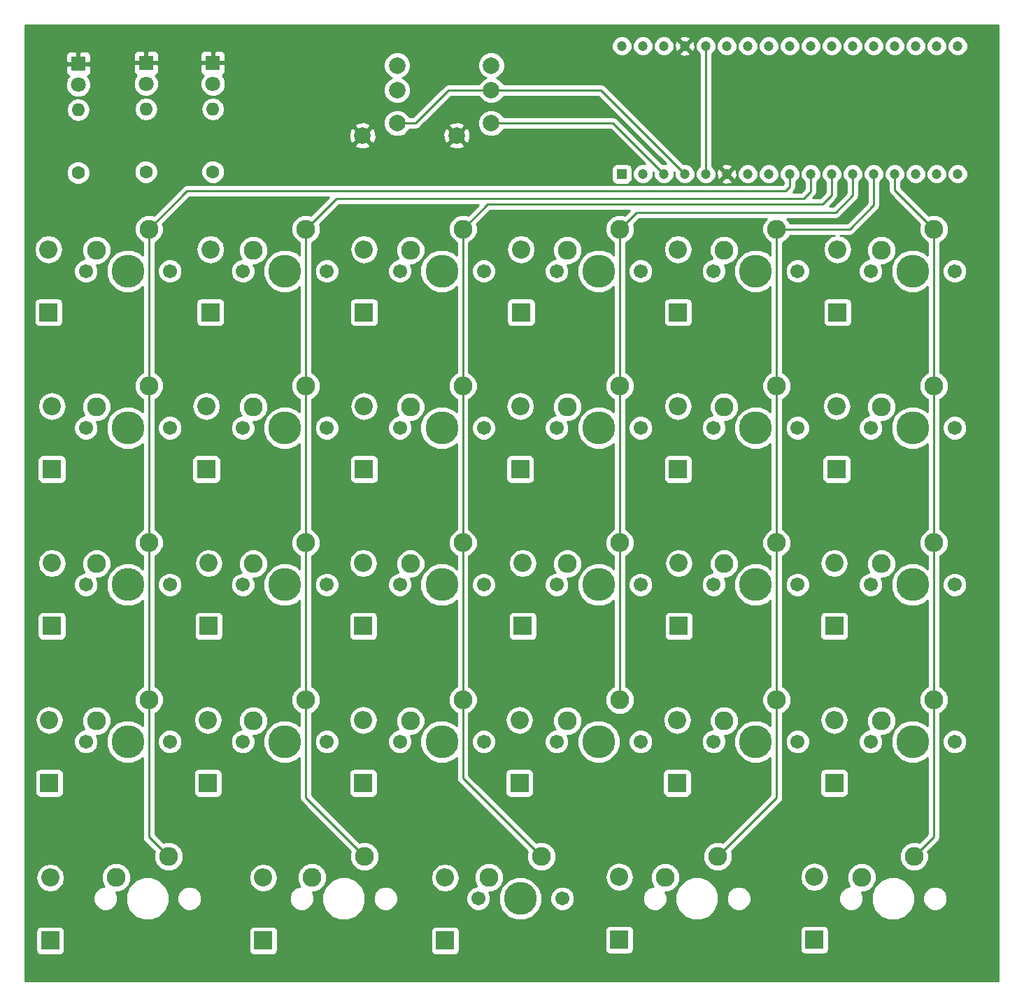
<source format=gbl>
G04 #@! TF.FileFunction,Copper,L2,Bot,Signal*
%FSLAX46Y46*%
G04 Gerber Fmt 4.6, Leading zero omitted, Abs format (unit mm)*
G04 Created by KiCad (PCBNEW 4.0.1-stable) date 2018/06/12 22:38:53*
%MOMM*%
G01*
G04 APERTURE LIST*
%ADD10C,0.100000*%
%ADD11R,2.200000X2.200000*%
%ADD12O,2.200000X2.200000*%
%ADD13C,2.286000*%
%ADD14C,3.987800*%
%ADD15C,1.701800*%
%ADD16C,1.200000*%
%ADD17R,1.200000X1.200000*%
%ADD18C,2.000000*%
%ADD19R,1.800000X1.800000*%
%ADD20C,1.800000*%
%ADD21C,1.600000*%
%ADD22O,1.600000X1.600000*%
%ADD23C,0.250000*%
%ADD24C,0.254000*%
G04 APERTURE END LIST*
D10*
D11*
X40800000Y-74000000D03*
D12*
X40800000Y-66380000D03*
D11*
X59500000Y-74000000D03*
D12*
X59500000Y-66380000D03*
D11*
X78600000Y-74000000D03*
D12*
X78600000Y-66380000D03*
D11*
X97500000Y-74000000D03*
D12*
X97500000Y-66380000D03*
D11*
X116600000Y-74000000D03*
D12*
X116600000Y-66380000D03*
D11*
X135800000Y-74000000D03*
D12*
X135800000Y-66380000D03*
D11*
X40800000Y-93000000D03*
D12*
X40800000Y-85380000D03*
D11*
X59800000Y-93000000D03*
D12*
X59800000Y-85380000D03*
D11*
X78500000Y-93000000D03*
D12*
X78500000Y-85380000D03*
D11*
X97800000Y-93000000D03*
D12*
X97800000Y-85380000D03*
D11*
X116700000Y-93000000D03*
D12*
X116700000Y-85380000D03*
D11*
X135500000Y-93000000D03*
D12*
X135500000Y-85380000D03*
D11*
X40500000Y-112000000D03*
D12*
X40500000Y-104380000D03*
D11*
X59700000Y-112000000D03*
D12*
X59700000Y-104380000D03*
D11*
X78500000Y-112000000D03*
D12*
X78500000Y-104380000D03*
D11*
X97400000Y-112000000D03*
D12*
X97400000Y-104380000D03*
D11*
X116500000Y-112000000D03*
D12*
X116500000Y-104380000D03*
D11*
X135500000Y-112000000D03*
D12*
X135500000Y-104380000D03*
D11*
X40600000Y-131100000D03*
D12*
X40600000Y-123480000D03*
D11*
X66400000Y-131100000D03*
D12*
X66400000Y-123480000D03*
D11*
X88400000Y-131100000D03*
D12*
X88400000Y-123480000D03*
D13*
X52540000Y-63920000D03*
X46190000Y-66460000D03*
D14*
X50000000Y-69000000D03*
D15*
X44920000Y-69000000D03*
X55080000Y-69000000D03*
D13*
X71540000Y-63920000D03*
X65190000Y-66460000D03*
D14*
X69000000Y-69000000D03*
D15*
X63920000Y-69000000D03*
X74080000Y-69000000D03*
D13*
X90540000Y-63920000D03*
X84190000Y-66460000D03*
D14*
X88000000Y-69000000D03*
D15*
X82920000Y-69000000D03*
X93080000Y-69000000D03*
D13*
X109540000Y-63920000D03*
X103190000Y-66460000D03*
D14*
X107000000Y-69000000D03*
D15*
X101920000Y-69000000D03*
X112080000Y-69000000D03*
D13*
X128540000Y-63920000D03*
X122190000Y-66460000D03*
D14*
X126000000Y-69000000D03*
D15*
X120920000Y-69000000D03*
X131080000Y-69000000D03*
D13*
X147540000Y-63920000D03*
X141190000Y-66460000D03*
D14*
X145000000Y-69000000D03*
D15*
X139920000Y-69000000D03*
X150080000Y-69000000D03*
D13*
X52540000Y-82920000D03*
X46190000Y-85460000D03*
D14*
X50000000Y-88000000D03*
D15*
X44920000Y-88000000D03*
X55080000Y-88000000D03*
D13*
X71540000Y-82920000D03*
X65190000Y-85460000D03*
D14*
X69000000Y-88000000D03*
D15*
X63920000Y-88000000D03*
X74080000Y-88000000D03*
D13*
X90540000Y-82920000D03*
X84190000Y-85460000D03*
D14*
X88000000Y-88000000D03*
D15*
X82920000Y-88000000D03*
X93080000Y-88000000D03*
D13*
X109540000Y-82920000D03*
X103190000Y-85460000D03*
D14*
X107000000Y-88000000D03*
D15*
X101920000Y-88000000D03*
X112080000Y-88000000D03*
D13*
X128540000Y-82920000D03*
X122190000Y-85460000D03*
D14*
X126000000Y-88000000D03*
D15*
X120920000Y-88000000D03*
X131080000Y-88000000D03*
D13*
X147540000Y-82920000D03*
X141190000Y-85460000D03*
D14*
X145000000Y-88000000D03*
D15*
X139920000Y-88000000D03*
X150080000Y-88000000D03*
D13*
X52540000Y-101920000D03*
X46190000Y-104460000D03*
D14*
X50000000Y-107000000D03*
D15*
X44920000Y-107000000D03*
X55080000Y-107000000D03*
D13*
X71540000Y-101920000D03*
X65190000Y-104460000D03*
D14*
X69000000Y-107000000D03*
D15*
X63920000Y-107000000D03*
X74080000Y-107000000D03*
D13*
X90540000Y-101920000D03*
X84190000Y-104460000D03*
D14*
X88000000Y-107000000D03*
D15*
X82920000Y-107000000D03*
X93080000Y-107000000D03*
D13*
X109540000Y-101920000D03*
X103190000Y-104460000D03*
D14*
X107000000Y-107000000D03*
D15*
X101920000Y-107000000D03*
X112080000Y-107000000D03*
D13*
X128540000Y-101920000D03*
X122190000Y-104460000D03*
D14*
X126000000Y-107000000D03*
D15*
X120920000Y-107000000D03*
X131080000Y-107000000D03*
D13*
X147540000Y-101920000D03*
X141190000Y-104460000D03*
D14*
X145000000Y-107000000D03*
D15*
X139920000Y-107000000D03*
X150080000Y-107000000D03*
D13*
X54915000Y-120920000D03*
X48565000Y-123460000D03*
X78665000Y-120920000D03*
X72315000Y-123460000D03*
D16*
X109800000Y-22754000D03*
X112340000Y-22754000D03*
X114880000Y-22754000D03*
X117420000Y-22754000D03*
X119960000Y-22754000D03*
X122500000Y-22754000D03*
X125040000Y-22754000D03*
X127580000Y-22754000D03*
X130120000Y-22754000D03*
X132660000Y-22754000D03*
X135200000Y-22754000D03*
X137740000Y-22754000D03*
X140280000Y-22754000D03*
X142820000Y-22754000D03*
X145360000Y-22754000D03*
X147900000Y-22754000D03*
X150440000Y-22754000D03*
D17*
X109800000Y-38246000D03*
D16*
X112340000Y-38246000D03*
X114880000Y-38246000D03*
X117420000Y-38246000D03*
X119960000Y-38246000D03*
X122500000Y-38246000D03*
X125040000Y-38246000D03*
X127580000Y-38246000D03*
X130120000Y-38246000D03*
X132660000Y-38246000D03*
X135200000Y-38246000D03*
X137740000Y-38246000D03*
X140280000Y-38246000D03*
X142820000Y-38246000D03*
X145360000Y-38246000D03*
X147900000Y-38246000D03*
X150440000Y-38246000D03*
D11*
X40400000Y-55000000D03*
D12*
X40400000Y-47380000D03*
D11*
X60000000Y-55000000D03*
D12*
X60000000Y-47380000D03*
D11*
X78600000Y-55000000D03*
D12*
X78600000Y-47380000D03*
D11*
X97600000Y-55000000D03*
D12*
X97600000Y-47380000D03*
D11*
X116600000Y-55000000D03*
D12*
X116600000Y-47380000D03*
D11*
X135900000Y-55000000D03*
D12*
X135900000Y-47380000D03*
D11*
X109500000Y-131000000D03*
D12*
X109500000Y-123380000D03*
D11*
X133100000Y-131000000D03*
D12*
X133100000Y-123380000D03*
D18*
X82600000Y-25100000D03*
X82600000Y-28100000D03*
X78400000Y-33600000D03*
X82600000Y-32100000D03*
X94000000Y-25100000D03*
X94000000Y-28100000D03*
X89800000Y-33600000D03*
X94000000Y-32100000D03*
D13*
X52540000Y-44920000D03*
X46190000Y-47460000D03*
D14*
X50000000Y-50000000D03*
D15*
X44920000Y-50000000D03*
X55080000Y-50000000D03*
D13*
X71540000Y-44920000D03*
X65190000Y-47460000D03*
D14*
X69000000Y-50000000D03*
D15*
X63920000Y-50000000D03*
X74080000Y-50000000D03*
D13*
X90540000Y-44920000D03*
X84190000Y-47460000D03*
D14*
X88000000Y-50000000D03*
D15*
X82920000Y-50000000D03*
X93080000Y-50000000D03*
D13*
X109540000Y-44920000D03*
X103190000Y-47460000D03*
D14*
X107000000Y-50000000D03*
D15*
X101920000Y-50000000D03*
X112080000Y-50000000D03*
D13*
X128540000Y-44920000D03*
X122190000Y-47460000D03*
D14*
X126000000Y-50000000D03*
D15*
X120920000Y-50000000D03*
X131080000Y-50000000D03*
D13*
X147540000Y-44920000D03*
X141190000Y-47460000D03*
D14*
X145000000Y-50000000D03*
D15*
X139920000Y-50000000D03*
X150080000Y-50000000D03*
D13*
X100040000Y-120920000D03*
X93690000Y-123460000D03*
D14*
X97500000Y-126000000D03*
D15*
X92420000Y-126000000D03*
X102580000Y-126000000D03*
D13*
X121415000Y-120920000D03*
X115065000Y-123460000D03*
X145165000Y-120920000D03*
X138815000Y-123460000D03*
D19*
X60300000Y-24800000D03*
D20*
X60300000Y-27340000D03*
D19*
X52200000Y-24800000D03*
D20*
X52200000Y-27340000D03*
D19*
X44000000Y-24900000D03*
D20*
X44000000Y-27440000D03*
D21*
X60300000Y-38000000D03*
D22*
X60300000Y-30380000D03*
D21*
X52200000Y-38000000D03*
D22*
X52200000Y-30380000D03*
D21*
X44000000Y-38100000D03*
D22*
X44000000Y-30480000D03*
D23*
X130120000Y-38246000D02*
X130120000Y-39780000D01*
X57160000Y-40300000D02*
X52540000Y-44920000D01*
X129600000Y-40300000D02*
X57160000Y-40300000D01*
X130120000Y-39780000D02*
X129600000Y-40300000D01*
X52540000Y-101920000D02*
X52540000Y-118545000D01*
X52540000Y-118545000D02*
X54915000Y-120920000D01*
X52540000Y-82920000D02*
X52540000Y-101920000D01*
X52540000Y-63920000D02*
X52540000Y-82920000D01*
X52540000Y-44920000D02*
X52540000Y-63920000D01*
X132660000Y-38246000D02*
X132660000Y-40340000D01*
X75260000Y-41200000D02*
X71540000Y-44920000D01*
X131800000Y-41200000D02*
X75260000Y-41200000D01*
X132660000Y-40340000D02*
X131800000Y-41200000D01*
X71540000Y-44920000D02*
X71540000Y-63920000D01*
X71540000Y-82920000D02*
X71540000Y-63920000D01*
X71540000Y-101920000D02*
X71540000Y-82920000D01*
X71540000Y-101920000D02*
X71540000Y-113795000D01*
X71540000Y-113795000D02*
X78665000Y-120920000D01*
X135200000Y-38246000D02*
X135200000Y-40800000D01*
X93560000Y-41900000D02*
X90540000Y-44920000D01*
X134100000Y-41900000D02*
X93560000Y-41900000D01*
X135200000Y-40800000D02*
X134100000Y-41900000D01*
X90540000Y-101920000D02*
X90540000Y-111420000D01*
X90540000Y-111420000D02*
X100040000Y-120920000D01*
X90540000Y-82920000D02*
X90540000Y-101920000D01*
X90540000Y-63920000D02*
X90540000Y-82920000D01*
X90540000Y-44920000D02*
X90540000Y-63920000D01*
X137740000Y-38246000D02*
X137740000Y-40840000D01*
X111560000Y-42900000D02*
X109540000Y-44920000D01*
X135680000Y-42900000D02*
X111560000Y-42900000D01*
X137740000Y-40840000D02*
X135680000Y-42900000D01*
X109540000Y-82920000D02*
X109540000Y-101920000D01*
X109540000Y-63920000D02*
X109540000Y-82920000D01*
X109540000Y-44920000D02*
X109540000Y-63920000D01*
X140280000Y-38246000D02*
X140280000Y-42020000D01*
X137380000Y-44920000D02*
X128540000Y-44920000D01*
X140280000Y-42020000D02*
X137380000Y-44920000D01*
X128540000Y-44920000D02*
X128540000Y-63920000D01*
X128540000Y-82920000D02*
X128540000Y-63920000D01*
X128540000Y-101920000D02*
X128540000Y-82920000D01*
X128540000Y-101920000D02*
X128540000Y-113795000D01*
X128540000Y-113795000D02*
X121415000Y-120920000D01*
X142820000Y-38246000D02*
X142820000Y-40200000D01*
X142820000Y-40200000D02*
X147540000Y-44920000D01*
X147540000Y-63920000D02*
X147540000Y-44920000D01*
X147540000Y-82920000D02*
X147540000Y-63920000D01*
X147540000Y-82920000D02*
X147540000Y-101920000D01*
X147540000Y-101920000D02*
X147540000Y-118545000D01*
X147540000Y-118545000D02*
X145165000Y-120920000D01*
X119960000Y-22754000D02*
X119960000Y-38246000D01*
X94000000Y-32100000D02*
X108734000Y-32100000D01*
X108734000Y-32100000D02*
X114880000Y-38246000D01*
X82600000Y-32100000D02*
X84800000Y-32100000D01*
X88800000Y-28100000D02*
X94000000Y-28100000D01*
X84800000Y-32100000D02*
X88800000Y-28100000D01*
X94000000Y-28100000D02*
X107274000Y-28100000D01*
X107274000Y-28100000D02*
X117420000Y-38246000D01*
D24*
G36*
X155390000Y-135990000D02*
X37610000Y-135990000D01*
X37610000Y-130000000D01*
X38852560Y-130000000D01*
X38852560Y-132200000D01*
X38896838Y-132435317D01*
X39035910Y-132651441D01*
X39248110Y-132796431D01*
X39500000Y-132847440D01*
X41700000Y-132847440D01*
X41935317Y-132803162D01*
X42151441Y-132664090D01*
X42296431Y-132451890D01*
X42347440Y-132200000D01*
X42347440Y-130000000D01*
X64652560Y-130000000D01*
X64652560Y-132200000D01*
X64696838Y-132435317D01*
X64835910Y-132651441D01*
X65048110Y-132796431D01*
X65300000Y-132847440D01*
X67500000Y-132847440D01*
X67735317Y-132803162D01*
X67951441Y-132664090D01*
X68096431Y-132451890D01*
X68147440Y-132200000D01*
X68147440Y-130000000D01*
X86652560Y-130000000D01*
X86652560Y-132200000D01*
X86696838Y-132435317D01*
X86835910Y-132651441D01*
X87048110Y-132796431D01*
X87300000Y-132847440D01*
X89500000Y-132847440D01*
X89735317Y-132803162D01*
X89951441Y-132664090D01*
X90096431Y-132451890D01*
X90147440Y-132200000D01*
X90147440Y-130000000D01*
X90128624Y-129900000D01*
X107752560Y-129900000D01*
X107752560Y-132100000D01*
X107796838Y-132335317D01*
X107935910Y-132551441D01*
X108148110Y-132696431D01*
X108400000Y-132747440D01*
X110600000Y-132747440D01*
X110835317Y-132703162D01*
X111051441Y-132564090D01*
X111196431Y-132351890D01*
X111247440Y-132100000D01*
X111247440Y-129900000D01*
X131352560Y-129900000D01*
X131352560Y-132100000D01*
X131396838Y-132335317D01*
X131535910Y-132551441D01*
X131748110Y-132696431D01*
X132000000Y-132747440D01*
X134200000Y-132747440D01*
X134435317Y-132703162D01*
X134651441Y-132564090D01*
X134796431Y-132351890D01*
X134847440Y-132100000D01*
X134847440Y-129900000D01*
X134803162Y-129664683D01*
X134664090Y-129448559D01*
X134451890Y-129303569D01*
X134200000Y-129252560D01*
X132000000Y-129252560D01*
X131764683Y-129296838D01*
X131548559Y-129435910D01*
X131403569Y-129648110D01*
X131352560Y-129900000D01*
X111247440Y-129900000D01*
X111203162Y-129664683D01*
X111064090Y-129448559D01*
X110851890Y-129303569D01*
X110600000Y-129252560D01*
X108400000Y-129252560D01*
X108164683Y-129296838D01*
X107948559Y-129435910D01*
X107803569Y-129648110D01*
X107752560Y-129900000D01*
X90128624Y-129900000D01*
X90103162Y-129764683D01*
X89964090Y-129548559D01*
X89751890Y-129403569D01*
X89500000Y-129352560D01*
X87300000Y-129352560D01*
X87064683Y-129396838D01*
X86848559Y-129535910D01*
X86703569Y-129748110D01*
X86652560Y-130000000D01*
X68147440Y-130000000D01*
X68103162Y-129764683D01*
X67964090Y-129548559D01*
X67751890Y-129403569D01*
X67500000Y-129352560D01*
X65300000Y-129352560D01*
X65064683Y-129396838D01*
X64848559Y-129535910D01*
X64703569Y-129748110D01*
X64652560Y-130000000D01*
X42347440Y-130000000D01*
X42303162Y-129764683D01*
X42164090Y-129548559D01*
X41951890Y-129403569D01*
X41700000Y-129352560D01*
X39500000Y-129352560D01*
X39264683Y-129396838D01*
X39048559Y-129535910D01*
X38903569Y-129748110D01*
X38852560Y-130000000D01*
X37610000Y-130000000D01*
X37610000Y-126294267D01*
X45808842Y-126294267D01*
X46034580Y-126840595D01*
X46452206Y-127258951D01*
X46998139Y-127485642D01*
X47589267Y-127486158D01*
X48135595Y-127260420D01*
X48553951Y-126842794D01*
X48687726Y-126520626D01*
X49745645Y-126520626D01*
X50145028Y-127487207D01*
X50883904Y-128227373D01*
X51849785Y-128628442D01*
X52895626Y-128629355D01*
X53862207Y-128229972D01*
X54602373Y-127491096D01*
X55003442Y-126525215D01*
X55003643Y-126294267D01*
X55968842Y-126294267D01*
X56194580Y-126840595D01*
X56612206Y-127258951D01*
X57158139Y-127485642D01*
X57749267Y-127486158D01*
X58295595Y-127260420D01*
X58713951Y-126842794D01*
X58940642Y-126296861D01*
X58940644Y-126294267D01*
X69558842Y-126294267D01*
X69784580Y-126840595D01*
X70202206Y-127258951D01*
X70748139Y-127485642D01*
X71339267Y-127486158D01*
X71885595Y-127260420D01*
X72303951Y-126842794D01*
X72437726Y-126520626D01*
X73495645Y-126520626D01*
X73895028Y-127487207D01*
X74633904Y-128227373D01*
X75599785Y-128628442D01*
X76645626Y-128629355D01*
X77612207Y-128229972D01*
X78352373Y-127491096D01*
X78753442Y-126525215D01*
X78753643Y-126294267D01*
X79718842Y-126294267D01*
X79944580Y-126840595D01*
X80362206Y-127258951D01*
X80908139Y-127485642D01*
X81499267Y-127486158D01*
X82045595Y-127260420D01*
X82463951Y-126842794D01*
X82690642Y-126296861D01*
X82690644Y-126294267D01*
X90933842Y-126294267D01*
X91159580Y-126840595D01*
X91577206Y-127258951D01*
X92123139Y-127485642D01*
X92714267Y-127486158D01*
X93260595Y-127260420D01*
X93678951Y-126842794D01*
X93812726Y-126520626D01*
X94870645Y-126520626D01*
X95270028Y-127487207D01*
X96008904Y-128227373D01*
X96974785Y-128628442D01*
X98020626Y-128629355D01*
X98987207Y-128229972D01*
X99727373Y-127491096D01*
X100128442Y-126525215D01*
X100128643Y-126294267D01*
X101093842Y-126294267D01*
X101319580Y-126840595D01*
X101737206Y-127258951D01*
X102283139Y-127485642D01*
X102874267Y-127486158D01*
X103420595Y-127260420D01*
X103838951Y-126842794D01*
X104065642Y-126296861D01*
X104065644Y-126294267D01*
X112308842Y-126294267D01*
X112534580Y-126840595D01*
X112952206Y-127258951D01*
X113498139Y-127485642D01*
X114089267Y-127486158D01*
X114635595Y-127260420D01*
X115053951Y-126842794D01*
X115187726Y-126520626D01*
X116245645Y-126520626D01*
X116645028Y-127487207D01*
X117383904Y-128227373D01*
X118349785Y-128628442D01*
X119395626Y-128629355D01*
X120362207Y-128229972D01*
X121102373Y-127491096D01*
X121503442Y-126525215D01*
X121503643Y-126294267D01*
X122468842Y-126294267D01*
X122694580Y-126840595D01*
X123112206Y-127258951D01*
X123658139Y-127485642D01*
X124249267Y-127486158D01*
X124795595Y-127260420D01*
X125213951Y-126842794D01*
X125440642Y-126296861D01*
X125440644Y-126294267D01*
X136058842Y-126294267D01*
X136284580Y-126840595D01*
X136702206Y-127258951D01*
X137248139Y-127485642D01*
X137839267Y-127486158D01*
X138385595Y-127260420D01*
X138803951Y-126842794D01*
X138937726Y-126520626D01*
X139995645Y-126520626D01*
X140395028Y-127487207D01*
X141133904Y-128227373D01*
X142099785Y-128628442D01*
X143145626Y-128629355D01*
X144112207Y-128229972D01*
X144852373Y-127491096D01*
X145253442Y-126525215D01*
X145253643Y-126294267D01*
X146218842Y-126294267D01*
X146444580Y-126840595D01*
X146862206Y-127258951D01*
X147408139Y-127485642D01*
X147999267Y-127486158D01*
X148545595Y-127260420D01*
X148963951Y-126842794D01*
X149190642Y-126296861D01*
X149191158Y-125705733D01*
X148965420Y-125159405D01*
X148547794Y-124741049D01*
X148001861Y-124514358D01*
X147410733Y-124513842D01*
X146864405Y-124739580D01*
X146446049Y-125157206D01*
X146219358Y-125703139D01*
X146218842Y-126294267D01*
X145253643Y-126294267D01*
X145254355Y-125479374D01*
X144854972Y-124512793D01*
X144116096Y-123772627D01*
X143150215Y-123371558D01*
X142104374Y-123370645D01*
X141137793Y-123770028D01*
X140397627Y-124508904D01*
X139996558Y-125474785D01*
X139995645Y-126520626D01*
X138937726Y-126520626D01*
X139030642Y-126296861D01*
X139031158Y-125705733D01*
X138837903Y-125238021D01*
X139167114Y-125238308D01*
X139820840Y-124968194D01*
X140321436Y-124468471D01*
X140592691Y-123815218D01*
X140593308Y-123107886D01*
X140323194Y-122454160D01*
X139823471Y-121953564D01*
X139170218Y-121682309D01*
X138462886Y-121681692D01*
X137809160Y-121951806D01*
X137308564Y-122451529D01*
X137037309Y-123104782D01*
X137036692Y-123812114D01*
X137306806Y-124465840D01*
X137354815Y-124513933D01*
X137250733Y-124513842D01*
X136704405Y-124739580D01*
X136286049Y-125157206D01*
X136059358Y-125703139D01*
X136058842Y-126294267D01*
X125440644Y-126294267D01*
X125441158Y-125705733D01*
X125215420Y-125159405D01*
X124797794Y-124741049D01*
X124251861Y-124514358D01*
X123660733Y-124513842D01*
X123114405Y-124739580D01*
X122696049Y-125157206D01*
X122469358Y-125703139D01*
X122468842Y-126294267D01*
X121503643Y-126294267D01*
X121504355Y-125479374D01*
X121104972Y-124512793D01*
X120366096Y-123772627D01*
X119400215Y-123371558D01*
X118354374Y-123370645D01*
X117387793Y-123770028D01*
X116647627Y-124508904D01*
X116246558Y-125474785D01*
X116245645Y-126520626D01*
X115187726Y-126520626D01*
X115280642Y-126296861D01*
X115281158Y-125705733D01*
X115087903Y-125238021D01*
X115417114Y-125238308D01*
X116070840Y-124968194D01*
X116571436Y-124468471D01*
X116842691Y-123815218D01*
X116843100Y-123346009D01*
X131365000Y-123346009D01*
X131365000Y-123413991D01*
X131497069Y-124077947D01*
X131873170Y-124640821D01*
X132436044Y-125016922D01*
X133100000Y-125148991D01*
X133763956Y-125016922D01*
X134326830Y-124640821D01*
X134702931Y-124077947D01*
X134835000Y-123413991D01*
X134835000Y-123346009D01*
X134702931Y-122682053D01*
X134326830Y-122119179D01*
X133763956Y-121743078D01*
X133100000Y-121611009D01*
X132436044Y-121743078D01*
X131873170Y-122119179D01*
X131497069Y-122682053D01*
X131365000Y-123346009D01*
X116843100Y-123346009D01*
X116843308Y-123107886D01*
X116573194Y-122454160D01*
X116073471Y-121953564D01*
X115420218Y-121682309D01*
X114712886Y-121681692D01*
X114059160Y-121951806D01*
X113558564Y-122451529D01*
X113287309Y-123104782D01*
X113286692Y-123812114D01*
X113556806Y-124465840D01*
X113604815Y-124513933D01*
X113500733Y-124513842D01*
X112954405Y-124739580D01*
X112536049Y-125157206D01*
X112309358Y-125703139D01*
X112308842Y-126294267D01*
X104065644Y-126294267D01*
X104066158Y-125705733D01*
X103840420Y-125159405D01*
X103422794Y-124741049D01*
X102876861Y-124514358D01*
X102285733Y-124513842D01*
X101739405Y-124739580D01*
X101321049Y-125157206D01*
X101094358Y-125703139D01*
X101093842Y-126294267D01*
X100128643Y-126294267D01*
X100129355Y-125479374D01*
X99729972Y-124512793D01*
X98991096Y-123772627D01*
X98025215Y-123371558D01*
X96979374Y-123370645D01*
X96012793Y-123770028D01*
X95272627Y-124508904D01*
X94871558Y-125474785D01*
X94870645Y-126520626D01*
X93812726Y-126520626D01*
X93905642Y-126296861D01*
X93906158Y-125705733D01*
X93712903Y-125238021D01*
X94042114Y-125238308D01*
X94695840Y-124968194D01*
X95196436Y-124468471D01*
X95467691Y-123815218D01*
X95468100Y-123346009D01*
X107765000Y-123346009D01*
X107765000Y-123413991D01*
X107897069Y-124077947D01*
X108273170Y-124640821D01*
X108836044Y-125016922D01*
X109500000Y-125148991D01*
X110163956Y-125016922D01*
X110726830Y-124640821D01*
X111102931Y-124077947D01*
X111235000Y-123413991D01*
X111235000Y-123346009D01*
X111102931Y-122682053D01*
X110726830Y-122119179D01*
X110163956Y-121743078D01*
X109500000Y-121611009D01*
X108836044Y-121743078D01*
X108273170Y-122119179D01*
X107897069Y-122682053D01*
X107765000Y-123346009D01*
X95468100Y-123346009D01*
X95468308Y-123107886D01*
X95198194Y-122454160D01*
X94698471Y-121953564D01*
X94045218Y-121682309D01*
X93337886Y-121681692D01*
X92684160Y-121951806D01*
X92183564Y-122451529D01*
X91912309Y-123104782D01*
X91911692Y-123812114D01*
X92181806Y-124465840D01*
X92229815Y-124513933D01*
X92125733Y-124513842D01*
X91579405Y-124739580D01*
X91161049Y-125157206D01*
X90934358Y-125703139D01*
X90933842Y-126294267D01*
X82690644Y-126294267D01*
X82691158Y-125705733D01*
X82465420Y-125159405D01*
X82047794Y-124741049D01*
X81501861Y-124514358D01*
X80910733Y-124513842D01*
X80364405Y-124739580D01*
X79946049Y-125157206D01*
X79719358Y-125703139D01*
X79718842Y-126294267D01*
X78753643Y-126294267D01*
X78754355Y-125479374D01*
X78354972Y-124512793D01*
X77616096Y-123772627D01*
X76829513Y-123446009D01*
X86665000Y-123446009D01*
X86665000Y-123513991D01*
X86797069Y-124177947D01*
X87173170Y-124740821D01*
X87736044Y-125116922D01*
X88400000Y-125248991D01*
X89063956Y-125116922D01*
X89626830Y-124740821D01*
X90002931Y-124177947D01*
X90135000Y-123513991D01*
X90135000Y-123446009D01*
X90002931Y-122782053D01*
X89626830Y-122219179D01*
X89063956Y-121843078D01*
X88400000Y-121711009D01*
X87736044Y-121843078D01*
X87173170Y-122219179D01*
X86797069Y-122782053D01*
X86665000Y-123446009D01*
X76829513Y-123446009D01*
X76650215Y-123371558D01*
X75604374Y-123370645D01*
X74637793Y-123770028D01*
X73897627Y-124508904D01*
X73496558Y-125474785D01*
X73495645Y-126520626D01*
X72437726Y-126520626D01*
X72530642Y-126296861D01*
X72531158Y-125705733D01*
X72337903Y-125238021D01*
X72667114Y-125238308D01*
X73320840Y-124968194D01*
X73821436Y-124468471D01*
X74092691Y-123815218D01*
X74093308Y-123107886D01*
X73823194Y-122454160D01*
X73323471Y-121953564D01*
X72670218Y-121682309D01*
X71962886Y-121681692D01*
X71309160Y-121951806D01*
X70808564Y-122451529D01*
X70537309Y-123104782D01*
X70536692Y-123812114D01*
X70806806Y-124465840D01*
X70854815Y-124513933D01*
X70750733Y-124513842D01*
X70204405Y-124739580D01*
X69786049Y-125157206D01*
X69559358Y-125703139D01*
X69558842Y-126294267D01*
X58940644Y-126294267D01*
X58941158Y-125705733D01*
X58715420Y-125159405D01*
X58297794Y-124741049D01*
X57751861Y-124514358D01*
X57160733Y-124513842D01*
X56614405Y-124739580D01*
X56196049Y-125157206D01*
X55969358Y-125703139D01*
X55968842Y-126294267D01*
X55003643Y-126294267D01*
X55004355Y-125479374D01*
X54604972Y-124512793D01*
X53866096Y-123772627D01*
X53079513Y-123446009D01*
X64665000Y-123446009D01*
X64665000Y-123513991D01*
X64797069Y-124177947D01*
X65173170Y-124740821D01*
X65736044Y-125116922D01*
X66400000Y-125248991D01*
X67063956Y-125116922D01*
X67626830Y-124740821D01*
X68002931Y-124177947D01*
X68135000Y-123513991D01*
X68135000Y-123446009D01*
X68002931Y-122782053D01*
X67626830Y-122219179D01*
X67063956Y-121843078D01*
X66400000Y-121711009D01*
X65736044Y-121843078D01*
X65173170Y-122219179D01*
X64797069Y-122782053D01*
X64665000Y-123446009D01*
X53079513Y-123446009D01*
X52900215Y-123371558D01*
X51854374Y-123370645D01*
X50887793Y-123770028D01*
X50147627Y-124508904D01*
X49746558Y-125474785D01*
X49745645Y-126520626D01*
X48687726Y-126520626D01*
X48780642Y-126296861D01*
X48781158Y-125705733D01*
X48587903Y-125238021D01*
X48917114Y-125238308D01*
X49570840Y-124968194D01*
X50071436Y-124468471D01*
X50342691Y-123815218D01*
X50343308Y-123107886D01*
X50073194Y-122454160D01*
X49573471Y-121953564D01*
X48920218Y-121682309D01*
X48212886Y-121681692D01*
X47559160Y-121951806D01*
X47058564Y-122451529D01*
X46787309Y-123104782D01*
X46786692Y-123812114D01*
X47056806Y-124465840D01*
X47104815Y-124513933D01*
X47000733Y-124513842D01*
X46454405Y-124739580D01*
X46036049Y-125157206D01*
X45809358Y-125703139D01*
X45808842Y-126294267D01*
X37610000Y-126294267D01*
X37610000Y-123446009D01*
X38865000Y-123446009D01*
X38865000Y-123513991D01*
X38997069Y-124177947D01*
X39373170Y-124740821D01*
X39936044Y-125116922D01*
X40600000Y-125248991D01*
X41263956Y-125116922D01*
X41826830Y-124740821D01*
X42202931Y-124177947D01*
X42335000Y-123513991D01*
X42335000Y-123446009D01*
X42202931Y-122782053D01*
X41826830Y-122219179D01*
X41263956Y-121843078D01*
X40600000Y-121711009D01*
X39936044Y-121843078D01*
X39373170Y-122219179D01*
X38997069Y-122782053D01*
X38865000Y-123446009D01*
X37610000Y-123446009D01*
X37610000Y-110900000D01*
X38752560Y-110900000D01*
X38752560Y-113100000D01*
X38796838Y-113335317D01*
X38935910Y-113551441D01*
X39148110Y-113696431D01*
X39400000Y-113747440D01*
X41600000Y-113747440D01*
X41835317Y-113703162D01*
X42051441Y-113564090D01*
X42196431Y-113351890D01*
X42247440Y-113100000D01*
X42247440Y-110900000D01*
X42203162Y-110664683D01*
X42064090Y-110448559D01*
X41851890Y-110303569D01*
X41600000Y-110252560D01*
X39400000Y-110252560D01*
X39164683Y-110296838D01*
X38948559Y-110435910D01*
X38803569Y-110648110D01*
X38752560Y-110900000D01*
X37610000Y-110900000D01*
X37610000Y-107294267D01*
X43433842Y-107294267D01*
X43659580Y-107840595D01*
X44077206Y-108258951D01*
X44623139Y-108485642D01*
X45214267Y-108486158D01*
X45760595Y-108260420D01*
X46178951Y-107842794D01*
X46405642Y-107296861D01*
X46406158Y-106705733D01*
X46212903Y-106238021D01*
X46542114Y-106238308D01*
X47195840Y-105968194D01*
X47696436Y-105468471D01*
X47967691Y-104815218D01*
X47968308Y-104107886D01*
X47698194Y-103454160D01*
X47198471Y-102953564D01*
X46545218Y-102682309D01*
X45837886Y-102681692D01*
X45184160Y-102951806D01*
X44683564Y-103451529D01*
X44412309Y-104104782D01*
X44411692Y-104812114D01*
X44681806Y-105465840D01*
X44729815Y-105513933D01*
X44625733Y-105513842D01*
X44079405Y-105739580D01*
X43661049Y-106157206D01*
X43434358Y-106703139D01*
X43433842Y-107294267D01*
X37610000Y-107294267D01*
X37610000Y-104346009D01*
X38765000Y-104346009D01*
X38765000Y-104413991D01*
X38897069Y-105077947D01*
X39273170Y-105640821D01*
X39836044Y-106016922D01*
X40500000Y-106148991D01*
X41163956Y-106016922D01*
X41726830Y-105640821D01*
X42102931Y-105077947D01*
X42235000Y-104413991D01*
X42235000Y-104346009D01*
X42102931Y-103682053D01*
X41726830Y-103119179D01*
X41163956Y-102743078D01*
X40500000Y-102611009D01*
X39836044Y-102743078D01*
X39273170Y-103119179D01*
X38897069Y-103682053D01*
X38765000Y-104346009D01*
X37610000Y-104346009D01*
X37610000Y-91900000D01*
X39052560Y-91900000D01*
X39052560Y-94100000D01*
X39096838Y-94335317D01*
X39235910Y-94551441D01*
X39448110Y-94696431D01*
X39700000Y-94747440D01*
X41900000Y-94747440D01*
X42135317Y-94703162D01*
X42351441Y-94564090D01*
X42496431Y-94351890D01*
X42547440Y-94100000D01*
X42547440Y-91900000D01*
X42503162Y-91664683D01*
X42364090Y-91448559D01*
X42151890Y-91303569D01*
X41900000Y-91252560D01*
X39700000Y-91252560D01*
X39464683Y-91296838D01*
X39248559Y-91435910D01*
X39103569Y-91648110D01*
X39052560Y-91900000D01*
X37610000Y-91900000D01*
X37610000Y-88294267D01*
X43433842Y-88294267D01*
X43659580Y-88840595D01*
X44077206Y-89258951D01*
X44623139Y-89485642D01*
X45214267Y-89486158D01*
X45760595Y-89260420D01*
X46178951Y-88842794D01*
X46405642Y-88296861D01*
X46406158Y-87705733D01*
X46212903Y-87238021D01*
X46542114Y-87238308D01*
X47195840Y-86968194D01*
X47696436Y-86468471D01*
X47967691Y-85815218D01*
X47968308Y-85107886D01*
X47698194Y-84454160D01*
X47198471Y-83953564D01*
X46545218Y-83682309D01*
X45837886Y-83681692D01*
X45184160Y-83951806D01*
X44683564Y-84451529D01*
X44412309Y-85104782D01*
X44411692Y-85812114D01*
X44681806Y-86465840D01*
X44729815Y-86513933D01*
X44625733Y-86513842D01*
X44079405Y-86739580D01*
X43661049Y-87157206D01*
X43434358Y-87703139D01*
X43433842Y-88294267D01*
X37610000Y-88294267D01*
X37610000Y-85346009D01*
X39065000Y-85346009D01*
X39065000Y-85413991D01*
X39197069Y-86077947D01*
X39573170Y-86640821D01*
X40136044Y-87016922D01*
X40800000Y-87148991D01*
X41463956Y-87016922D01*
X42026830Y-86640821D01*
X42402931Y-86077947D01*
X42535000Y-85413991D01*
X42535000Y-85346009D01*
X42402931Y-84682053D01*
X42026830Y-84119179D01*
X41463956Y-83743078D01*
X40800000Y-83611009D01*
X40136044Y-83743078D01*
X39573170Y-84119179D01*
X39197069Y-84682053D01*
X39065000Y-85346009D01*
X37610000Y-85346009D01*
X37610000Y-72900000D01*
X39052560Y-72900000D01*
X39052560Y-75100000D01*
X39096838Y-75335317D01*
X39235910Y-75551441D01*
X39448110Y-75696431D01*
X39700000Y-75747440D01*
X41900000Y-75747440D01*
X42135317Y-75703162D01*
X42351441Y-75564090D01*
X42496431Y-75351890D01*
X42547440Y-75100000D01*
X42547440Y-72900000D01*
X42503162Y-72664683D01*
X42364090Y-72448559D01*
X42151890Y-72303569D01*
X41900000Y-72252560D01*
X39700000Y-72252560D01*
X39464683Y-72296838D01*
X39248559Y-72435910D01*
X39103569Y-72648110D01*
X39052560Y-72900000D01*
X37610000Y-72900000D01*
X37610000Y-69294267D01*
X43433842Y-69294267D01*
X43659580Y-69840595D01*
X44077206Y-70258951D01*
X44623139Y-70485642D01*
X45214267Y-70486158D01*
X45760595Y-70260420D01*
X46178951Y-69842794D01*
X46405642Y-69296861D01*
X46406158Y-68705733D01*
X46212903Y-68238021D01*
X46542114Y-68238308D01*
X47195840Y-67968194D01*
X47696436Y-67468471D01*
X47967691Y-66815218D01*
X47968308Y-66107886D01*
X47698194Y-65454160D01*
X47198471Y-64953564D01*
X46545218Y-64682309D01*
X45837886Y-64681692D01*
X45184160Y-64951806D01*
X44683564Y-65451529D01*
X44412309Y-66104782D01*
X44411692Y-66812114D01*
X44681806Y-67465840D01*
X44729815Y-67513933D01*
X44625733Y-67513842D01*
X44079405Y-67739580D01*
X43661049Y-68157206D01*
X43434358Y-68703139D01*
X43433842Y-69294267D01*
X37610000Y-69294267D01*
X37610000Y-66346009D01*
X39065000Y-66346009D01*
X39065000Y-66413991D01*
X39197069Y-67077947D01*
X39573170Y-67640821D01*
X40136044Y-68016922D01*
X40800000Y-68148991D01*
X41463956Y-68016922D01*
X42026830Y-67640821D01*
X42402931Y-67077947D01*
X42535000Y-66413991D01*
X42535000Y-66346009D01*
X42402931Y-65682053D01*
X42026830Y-65119179D01*
X41463956Y-64743078D01*
X40800000Y-64611009D01*
X40136044Y-64743078D01*
X39573170Y-65119179D01*
X39197069Y-65682053D01*
X39065000Y-66346009D01*
X37610000Y-66346009D01*
X37610000Y-53900000D01*
X38652560Y-53900000D01*
X38652560Y-56100000D01*
X38696838Y-56335317D01*
X38835910Y-56551441D01*
X39048110Y-56696431D01*
X39300000Y-56747440D01*
X41500000Y-56747440D01*
X41735317Y-56703162D01*
X41951441Y-56564090D01*
X42096431Y-56351890D01*
X42147440Y-56100000D01*
X42147440Y-53900000D01*
X42103162Y-53664683D01*
X41964090Y-53448559D01*
X41751890Y-53303569D01*
X41500000Y-53252560D01*
X39300000Y-53252560D01*
X39064683Y-53296838D01*
X38848559Y-53435910D01*
X38703569Y-53648110D01*
X38652560Y-53900000D01*
X37610000Y-53900000D01*
X37610000Y-50294267D01*
X43433842Y-50294267D01*
X43659580Y-50840595D01*
X44077206Y-51258951D01*
X44623139Y-51485642D01*
X45214267Y-51486158D01*
X45760595Y-51260420D01*
X46178951Y-50842794D01*
X46312726Y-50520626D01*
X47370645Y-50520626D01*
X47770028Y-51487207D01*
X48508904Y-52227373D01*
X49474785Y-52628442D01*
X50520626Y-52629355D01*
X51487207Y-52229972D01*
X51780000Y-51937689D01*
X51780000Y-62310227D01*
X51534160Y-62411806D01*
X51033564Y-62911529D01*
X50762309Y-63564782D01*
X50761692Y-64272114D01*
X51031806Y-64925840D01*
X51531529Y-65426436D01*
X51780000Y-65529610D01*
X51780000Y-67062035D01*
X51491096Y-66772627D01*
X50525215Y-66371558D01*
X49479374Y-66370645D01*
X48512793Y-66770028D01*
X47772627Y-67508904D01*
X47371558Y-68474785D01*
X47370645Y-69520626D01*
X47770028Y-70487207D01*
X48508904Y-71227373D01*
X49474785Y-71628442D01*
X50520626Y-71629355D01*
X51487207Y-71229972D01*
X51780000Y-70937689D01*
X51780000Y-81310227D01*
X51534160Y-81411806D01*
X51033564Y-81911529D01*
X50762309Y-82564782D01*
X50761692Y-83272114D01*
X51031806Y-83925840D01*
X51531529Y-84426436D01*
X51780000Y-84529610D01*
X51780000Y-86062035D01*
X51491096Y-85772627D01*
X50525215Y-85371558D01*
X49479374Y-85370645D01*
X48512793Y-85770028D01*
X47772627Y-86508904D01*
X47371558Y-87474785D01*
X47370645Y-88520626D01*
X47770028Y-89487207D01*
X48508904Y-90227373D01*
X49474785Y-90628442D01*
X50520626Y-90629355D01*
X51487207Y-90229972D01*
X51780000Y-89937689D01*
X51780000Y-100310227D01*
X51534160Y-100411806D01*
X51033564Y-100911529D01*
X50762309Y-101564782D01*
X50761692Y-102272114D01*
X51031806Y-102925840D01*
X51531529Y-103426436D01*
X51780000Y-103529610D01*
X51780000Y-105062035D01*
X51491096Y-104772627D01*
X50525215Y-104371558D01*
X49479374Y-104370645D01*
X48512793Y-104770028D01*
X47772627Y-105508904D01*
X47371558Y-106474785D01*
X47370645Y-107520626D01*
X47770028Y-108487207D01*
X48508904Y-109227373D01*
X49474785Y-109628442D01*
X50520626Y-109629355D01*
X51487207Y-109229972D01*
X51780000Y-108937689D01*
X51780000Y-118545000D01*
X51837852Y-118835839D01*
X52002599Y-119082401D01*
X53239317Y-120319119D01*
X53137309Y-120564782D01*
X53136692Y-121272114D01*
X53406806Y-121925840D01*
X53906529Y-122426436D01*
X54559782Y-122697691D01*
X55267114Y-122698308D01*
X55920840Y-122428194D01*
X56421436Y-121928471D01*
X56692691Y-121275218D01*
X56693308Y-120567886D01*
X56423194Y-119914160D01*
X55923471Y-119413564D01*
X55270218Y-119142309D01*
X54562886Y-119141692D01*
X54314235Y-119244433D01*
X53300000Y-118230198D01*
X53300000Y-110900000D01*
X57952560Y-110900000D01*
X57952560Y-113100000D01*
X57996838Y-113335317D01*
X58135910Y-113551441D01*
X58348110Y-113696431D01*
X58600000Y-113747440D01*
X60800000Y-113747440D01*
X61035317Y-113703162D01*
X61251441Y-113564090D01*
X61396431Y-113351890D01*
X61447440Y-113100000D01*
X61447440Y-110900000D01*
X61403162Y-110664683D01*
X61264090Y-110448559D01*
X61051890Y-110303569D01*
X60800000Y-110252560D01*
X58600000Y-110252560D01*
X58364683Y-110296838D01*
X58148559Y-110435910D01*
X58003569Y-110648110D01*
X57952560Y-110900000D01*
X53300000Y-110900000D01*
X53300000Y-107294267D01*
X53593842Y-107294267D01*
X53819580Y-107840595D01*
X54237206Y-108258951D01*
X54783139Y-108485642D01*
X55374267Y-108486158D01*
X55920595Y-108260420D01*
X56338951Y-107842794D01*
X56565642Y-107296861D01*
X56565644Y-107294267D01*
X62433842Y-107294267D01*
X62659580Y-107840595D01*
X63077206Y-108258951D01*
X63623139Y-108485642D01*
X64214267Y-108486158D01*
X64760595Y-108260420D01*
X65178951Y-107842794D01*
X65405642Y-107296861D01*
X65406158Y-106705733D01*
X65212903Y-106238021D01*
X65542114Y-106238308D01*
X66195840Y-105968194D01*
X66696436Y-105468471D01*
X66967691Y-104815218D01*
X66968308Y-104107886D01*
X66698194Y-103454160D01*
X66198471Y-102953564D01*
X65545218Y-102682309D01*
X64837886Y-102681692D01*
X64184160Y-102951806D01*
X63683564Y-103451529D01*
X63412309Y-104104782D01*
X63411692Y-104812114D01*
X63681806Y-105465840D01*
X63729815Y-105513933D01*
X63625733Y-105513842D01*
X63079405Y-105739580D01*
X62661049Y-106157206D01*
X62434358Y-106703139D01*
X62433842Y-107294267D01*
X56565644Y-107294267D01*
X56566158Y-106705733D01*
X56340420Y-106159405D01*
X55922794Y-105741049D01*
X55376861Y-105514358D01*
X54785733Y-105513842D01*
X54239405Y-105739580D01*
X53821049Y-106157206D01*
X53594358Y-106703139D01*
X53593842Y-107294267D01*
X53300000Y-107294267D01*
X53300000Y-104346009D01*
X57965000Y-104346009D01*
X57965000Y-104413991D01*
X58097069Y-105077947D01*
X58473170Y-105640821D01*
X59036044Y-106016922D01*
X59700000Y-106148991D01*
X60363956Y-106016922D01*
X60926830Y-105640821D01*
X61302931Y-105077947D01*
X61435000Y-104413991D01*
X61435000Y-104346009D01*
X61302931Y-103682053D01*
X60926830Y-103119179D01*
X60363956Y-102743078D01*
X59700000Y-102611009D01*
X59036044Y-102743078D01*
X58473170Y-103119179D01*
X58097069Y-103682053D01*
X57965000Y-104346009D01*
X53300000Y-104346009D01*
X53300000Y-103529773D01*
X53545840Y-103428194D01*
X54046436Y-102928471D01*
X54317691Y-102275218D01*
X54318308Y-101567886D01*
X54048194Y-100914160D01*
X53548471Y-100413564D01*
X53300000Y-100310390D01*
X53300000Y-91900000D01*
X58052560Y-91900000D01*
X58052560Y-94100000D01*
X58096838Y-94335317D01*
X58235910Y-94551441D01*
X58448110Y-94696431D01*
X58700000Y-94747440D01*
X60900000Y-94747440D01*
X61135317Y-94703162D01*
X61351441Y-94564090D01*
X61496431Y-94351890D01*
X61547440Y-94100000D01*
X61547440Y-91900000D01*
X61503162Y-91664683D01*
X61364090Y-91448559D01*
X61151890Y-91303569D01*
X60900000Y-91252560D01*
X58700000Y-91252560D01*
X58464683Y-91296838D01*
X58248559Y-91435910D01*
X58103569Y-91648110D01*
X58052560Y-91900000D01*
X53300000Y-91900000D01*
X53300000Y-88294267D01*
X53593842Y-88294267D01*
X53819580Y-88840595D01*
X54237206Y-89258951D01*
X54783139Y-89485642D01*
X55374267Y-89486158D01*
X55920595Y-89260420D01*
X56338951Y-88842794D01*
X56565642Y-88296861D01*
X56565644Y-88294267D01*
X62433842Y-88294267D01*
X62659580Y-88840595D01*
X63077206Y-89258951D01*
X63623139Y-89485642D01*
X64214267Y-89486158D01*
X64760595Y-89260420D01*
X65178951Y-88842794D01*
X65405642Y-88296861D01*
X65406158Y-87705733D01*
X65212903Y-87238021D01*
X65542114Y-87238308D01*
X66195840Y-86968194D01*
X66696436Y-86468471D01*
X66967691Y-85815218D01*
X66968308Y-85107886D01*
X66698194Y-84454160D01*
X66198471Y-83953564D01*
X65545218Y-83682309D01*
X64837886Y-83681692D01*
X64184160Y-83951806D01*
X63683564Y-84451529D01*
X63412309Y-85104782D01*
X63411692Y-85812114D01*
X63681806Y-86465840D01*
X63729815Y-86513933D01*
X63625733Y-86513842D01*
X63079405Y-86739580D01*
X62661049Y-87157206D01*
X62434358Y-87703139D01*
X62433842Y-88294267D01*
X56565644Y-88294267D01*
X56566158Y-87705733D01*
X56340420Y-87159405D01*
X55922794Y-86741049D01*
X55376861Y-86514358D01*
X54785733Y-86513842D01*
X54239405Y-86739580D01*
X53821049Y-87157206D01*
X53594358Y-87703139D01*
X53593842Y-88294267D01*
X53300000Y-88294267D01*
X53300000Y-85346009D01*
X58065000Y-85346009D01*
X58065000Y-85413991D01*
X58197069Y-86077947D01*
X58573170Y-86640821D01*
X59136044Y-87016922D01*
X59800000Y-87148991D01*
X60463956Y-87016922D01*
X61026830Y-86640821D01*
X61402931Y-86077947D01*
X61535000Y-85413991D01*
X61535000Y-85346009D01*
X61402931Y-84682053D01*
X61026830Y-84119179D01*
X60463956Y-83743078D01*
X59800000Y-83611009D01*
X59136044Y-83743078D01*
X58573170Y-84119179D01*
X58197069Y-84682053D01*
X58065000Y-85346009D01*
X53300000Y-85346009D01*
X53300000Y-84529773D01*
X53545840Y-84428194D01*
X54046436Y-83928471D01*
X54317691Y-83275218D01*
X54318308Y-82567886D01*
X54048194Y-81914160D01*
X53548471Y-81413564D01*
X53300000Y-81310390D01*
X53300000Y-72900000D01*
X57752560Y-72900000D01*
X57752560Y-75100000D01*
X57796838Y-75335317D01*
X57935910Y-75551441D01*
X58148110Y-75696431D01*
X58400000Y-75747440D01*
X60600000Y-75747440D01*
X60835317Y-75703162D01*
X61051441Y-75564090D01*
X61196431Y-75351890D01*
X61247440Y-75100000D01*
X61247440Y-72900000D01*
X61203162Y-72664683D01*
X61064090Y-72448559D01*
X60851890Y-72303569D01*
X60600000Y-72252560D01*
X58400000Y-72252560D01*
X58164683Y-72296838D01*
X57948559Y-72435910D01*
X57803569Y-72648110D01*
X57752560Y-72900000D01*
X53300000Y-72900000D01*
X53300000Y-69294267D01*
X53593842Y-69294267D01*
X53819580Y-69840595D01*
X54237206Y-70258951D01*
X54783139Y-70485642D01*
X55374267Y-70486158D01*
X55920595Y-70260420D01*
X56338951Y-69842794D01*
X56565642Y-69296861D01*
X56565644Y-69294267D01*
X62433842Y-69294267D01*
X62659580Y-69840595D01*
X63077206Y-70258951D01*
X63623139Y-70485642D01*
X64214267Y-70486158D01*
X64760595Y-70260420D01*
X65178951Y-69842794D01*
X65405642Y-69296861D01*
X65406158Y-68705733D01*
X65212903Y-68238021D01*
X65542114Y-68238308D01*
X66195840Y-67968194D01*
X66696436Y-67468471D01*
X66967691Y-66815218D01*
X66968308Y-66107886D01*
X66698194Y-65454160D01*
X66198471Y-64953564D01*
X65545218Y-64682309D01*
X64837886Y-64681692D01*
X64184160Y-64951806D01*
X63683564Y-65451529D01*
X63412309Y-66104782D01*
X63411692Y-66812114D01*
X63681806Y-67465840D01*
X63729815Y-67513933D01*
X63625733Y-67513842D01*
X63079405Y-67739580D01*
X62661049Y-68157206D01*
X62434358Y-68703139D01*
X62433842Y-69294267D01*
X56565644Y-69294267D01*
X56566158Y-68705733D01*
X56340420Y-68159405D01*
X55922794Y-67741049D01*
X55376861Y-67514358D01*
X54785733Y-67513842D01*
X54239405Y-67739580D01*
X53821049Y-68157206D01*
X53594358Y-68703139D01*
X53593842Y-69294267D01*
X53300000Y-69294267D01*
X53300000Y-66346009D01*
X57765000Y-66346009D01*
X57765000Y-66413991D01*
X57897069Y-67077947D01*
X58273170Y-67640821D01*
X58836044Y-68016922D01*
X59500000Y-68148991D01*
X60163956Y-68016922D01*
X60726830Y-67640821D01*
X61102931Y-67077947D01*
X61235000Y-66413991D01*
X61235000Y-66346009D01*
X61102931Y-65682053D01*
X60726830Y-65119179D01*
X60163956Y-64743078D01*
X59500000Y-64611009D01*
X58836044Y-64743078D01*
X58273170Y-65119179D01*
X57897069Y-65682053D01*
X57765000Y-66346009D01*
X53300000Y-66346009D01*
X53300000Y-65529773D01*
X53545840Y-65428194D01*
X54046436Y-64928471D01*
X54317691Y-64275218D01*
X54318308Y-63567886D01*
X54048194Y-62914160D01*
X53548471Y-62413564D01*
X53300000Y-62310390D01*
X53300000Y-53900000D01*
X58252560Y-53900000D01*
X58252560Y-56100000D01*
X58296838Y-56335317D01*
X58435910Y-56551441D01*
X58648110Y-56696431D01*
X58900000Y-56747440D01*
X61100000Y-56747440D01*
X61335317Y-56703162D01*
X61551441Y-56564090D01*
X61696431Y-56351890D01*
X61747440Y-56100000D01*
X61747440Y-53900000D01*
X61703162Y-53664683D01*
X61564090Y-53448559D01*
X61351890Y-53303569D01*
X61100000Y-53252560D01*
X58900000Y-53252560D01*
X58664683Y-53296838D01*
X58448559Y-53435910D01*
X58303569Y-53648110D01*
X58252560Y-53900000D01*
X53300000Y-53900000D01*
X53300000Y-50294267D01*
X53593842Y-50294267D01*
X53819580Y-50840595D01*
X54237206Y-51258951D01*
X54783139Y-51485642D01*
X55374267Y-51486158D01*
X55920595Y-51260420D01*
X56338951Y-50842794D01*
X56565642Y-50296861D01*
X56565644Y-50294267D01*
X62433842Y-50294267D01*
X62659580Y-50840595D01*
X63077206Y-51258951D01*
X63623139Y-51485642D01*
X64214267Y-51486158D01*
X64760595Y-51260420D01*
X65178951Y-50842794D01*
X65405642Y-50296861D01*
X65406158Y-49705733D01*
X65212903Y-49238021D01*
X65542114Y-49238308D01*
X66195840Y-48968194D01*
X66696436Y-48468471D01*
X66967691Y-47815218D01*
X66968308Y-47107886D01*
X66698194Y-46454160D01*
X66198471Y-45953564D01*
X65545218Y-45682309D01*
X64837886Y-45681692D01*
X64184160Y-45951806D01*
X63683564Y-46451529D01*
X63412309Y-47104782D01*
X63411692Y-47812114D01*
X63681806Y-48465840D01*
X63729815Y-48513933D01*
X63625733Y-48513842D01*
X63079405Y-48739580D01*
X62661049Y-49157206D01*
X62434358Y-49703139D01*
X62433842Y-50294267D01*
X56565644Y-50294267D01*
X56566158Y-49705733D01*
X56340420Y-49159405D01*
X55922794Y-48741049D01*
X55376861Y-48514358D01*
X54785733Y-48513842D01*
X54239405Y-48739580D01*
X53821049Y-49157206D01*
X53594358Y-49703139D01*
X53593842Y-50294267D01*
X53300000Y-50294267D01*
X53300000Y-47346009D01*
X58265000Y-47346009D01*
X58265000Y-47413991D01*
X58397069Y-48077947D01*
X58773170Y-48640821D01*
X59336044Y-49016922D01*
X60000000Y-49148991D01*
X60663956Y-49016922D01*
X61226830Y-48640821D01*
X61602931Y-48077947D01*
X61735000Y-47413991D01*
X61735000Y-47346009D01*
X61602931Y-46682053D01*
X61226830Y-46119179D01*
X60663956Y-45743078D01*
X60000000Y-45611009D01*
X59336044Y-45743078D01*
X58773170Y-46119179D01*
X58397069Y-46682053D01*
X58265000Y-47346009D01*
X53300000Y-47346009D01*
X53300000Y-46529773D01*
X53545840Y-46428194D01*
X54046436Y-45928471D01*
X54317691Y-45275218D01*
X54318308Y-44567886D01*
X54215567Y-44319235D01*
X57474802Y-41060000D01*
X74325198Y-41060000D01*
X72140881Y-43244317D01*
X71895218Y-43142309D01*
X71187886Y-43141692D01*
X70534160Y-43411806D01*
X70033564Y-43911529D01*
X69762309Y-44564782D01*
X69761692Y-45272114D01*
X70031806Y-45925840D01*
X70531529Y-46426436D01*
X70780000Y-46529610D01*
X70780000Y-48062035D01*
X70491096Y-47772627D01*
X69525215Y-47371558D01*
X68479374Y-47370645D01*
X67512793Y-47770028D01*
X66772627Y-48508904D01*
X66371558Y-49474785D01*
X66370645Y-50520626D01*
X66770028Y-51487207D01*
X67508904Y-52227373D01*
X68474785Y-52628442D01*
X69520626Y-52629355D01*
X70487207Y-52229972D01*
X70780000Y-51937689D01*
X70780000Y-62310227D01*
X70534160Y-62411806D01*
X70033564Y-62911529D01*
X69762309Y-63564782D01*
X69761692Y-64272114D01*
X70031806Y-64925840D01*
X70531529Y-65426436D01*
X70780000Y-65529610D01*
X70780000Y-67062035D01*
X70491096Y-66772627D01*
X69525215Y-66371558D01*
X68479374Y-66370645D01*
X67512793Y-66770028D01*
X66772627Y-67508904D01*
X66371558Y-68474785D01*
X66370645Y-69520626D01*
X66770028Y-70487207D01*
X67508904Y-71227373D01*
X68474785Y-71628442D01*
X69520626Y-71629355D01*
X70487207Y-71229972D01*
X70780000Y-70937689D01*
X70780000Y-81310227D01*
X70534160Y-81411806D01*
X70033564Y-81911529D01*
X69762309Y-82564782D01*
X69761692Y-83272114D01*
X70031806Y-83925840D01*
X70531529Y-84426436D01*
X70780000Y-84529610D01*
X70780000Y-86062035D01*
X70491096Y-85772627D01*
X69525215Y-85371558D01*
X68479374Y-85370645D01*
X67512793Y-85770028D01*
X66772627Y-86508904D01*
X66371558Y-87474785D01*
X66370645Y-88520626D01*
X66770028Y-89487207D01*
X67508904Y-90227373D01*
X68474785Y-90628442D01*
X69520626Y-90629355D01*
X70487207Y-90229972D01*
X70780000Y-89937689D01*
X70780000Y-100310227D01*
X70534160Y-100411806D01*
X70033564Y-100911529D01*
X69762309Y-101564782D01*
X69761692Y-102272114D01*
X70031806Y-102925840D01*
X70531529Y-103426436D01*
X70780000Y-103529610D01*
X70780000Y-105062035D01*
X70491096Y-104772627D01*
X69525215Y-104371558D01*
X68479374Y-104370645D01*
X67512793Y-104770028D01*
X66772627Y-105508904D01*
X66371558Y-106474785D01*
X66370645Y-107520626D01*
X66770028Y-108487207D01*
X67508904Y-109227373D01*
X68474785Y-109628442D01*
X69520626Y-109629355D01*
X70487207Y-109229972D01*
X70780000Y-108937689D01*
X70780000Y-113795000D01*
X70837852Y-114085839D01*
X71002599Y-114332401D01*
X76989317Y-120319119D01*
X76887309Y-120564782D01*
X76886692Y-121272114D01*
X77156806Y-121925840D01*
X77656529Y-122426436D01*
X78309782Y-122697691D01*
X79017114Y-122698308D01*
X79670840Y-122428194D01*
X80171436Y-121928471D01*
X80442691Y-121275218D01*
X80443308Y-120567886D01*
X80173194Y-119914160D01*
X79673471Y-119413564D01*
X79020218Y-119142309D01*
X78312886Y-119141692D01*
X78064235Y-119244433D01*
X72300000Y-113480198D01*
X72300000Y-110900000D01*
X76752560Y-110900000D01*
X76752560Y-113100000D01*
X76796838Y-113335317D01*
X76935910Y-113551441D01*
X77148110Y-113696431D01*
X77400000Y-113747440D01*
X79600000Y-113747440D01*
X79835317Y-113703162D01*
X80051441Y-113564090D01*
X80196431Y-113351890D01*
X80247440Y-113100000D01*
X80247440Y-110900000D01*
X80203162Y-110664683D01*
X80064090Y-110448559D01*
X79851890Y-110303569D01*
X79600000Y-110252560D01*
X77400000Y-110252560D01*
X77164683Y-110296838D01*
X76948559Y-110435910D01*
X76803569Y-110648110D01*
X76752560Y-110900000D01*
X72300000Y-110900000D01*
X72300000Y-107294267D01*
X72593842Y-107294267D01*
X72819580Y-107840595D01*
X73237206Y-108258951D01*
X73783139Y-108485642D01*
X74374267Y-108486158D01*
X74920595Y-108260420D01*
X75338951Y-107842794D01*
X75565642Y-107296861D01*
X75565644Y-107294267D01*
X81433842Y-107294267D01*
X81659580Y-107840595D01*
X82077206Y-108258951D01*
X82623139Y-108485642D01*
X83214267Y-108486158D01*
X83760595Y-108260420D01*
X84178951Y-107842794D01*
X84405642Y-107296861D01*
X84406158Y-106705733D01*
X84212903Y-106238021D01*
X84542114Y-106238308D01*
X85195840Y-105968194D01*
X85696436Y-105468471D01*
X85967691Y-104815218D01*
X85968308Y-104107886D01*
X85698194Y-103454160D01*
X85198471Y-102953564D01*
X84545218Y-102682309D01*
X83837886Y-102681692D01*
X83184160Y-102951806D01*
X82683564Y-103451529D01*
X82412309Y-104104782D01*
X82411692Y-104812114D01*
X82681806Y-105465840D01*
X82729815Y-105513933D01*
X82625733Y-105513842D01*
X82079405Y-105739580D01*
X81661049Y-106157206D01*
X81434358Y-106703139D01*
X81433842Y-107294267D01*
X75565644Y-107294267D01*
X75566158Y-106705733D01*
X75340420Y-106159405D01*
X74922794Y-105741049D01*
X74376861Y-105514358D01*
X73785733Y-105513842D01*
X73239405Y-105739580D01*
X72821049Y-106157206D01*
X72594358Y-106703139D01*
X72593842Y-107294267D01*
X72300000Y-107294267D01*
X72300000Y-104346009D01*
X76765000Y-104346009D01*
X76765000Y-104413991D01*
X76897069Y-105077947D01*
X77273170Y-105640821D01*
X77836044Y-106016922D01*
X78500000Y-106148991D01*
X79163956Y-106016922D01*
X79726830Y-105640821D01*
X80102931Y-105077947D01*
X80235000Y-104413991D01*
X80235000Y-104346009D01*
X80102931Y-103682053D01*
X79726830Y-103119179D01*
X79163956Y-102743078D01*
X78500000Y-102611009D01*
X77836044Y-102743078D01*
X77273170Y-103119179D01*
X76897069Y-103682053D01*
X76765000Y-104346009D01*
X72300000Y-104346009D01*
X72300000Y-103529773D01*
X72545840Y-103428194D01*
X73046436Y-102928471D01*
X73317691Y-102275218D01*
X73318308Y-101567886D01*
X73048194Y-100914160D01*
X72548471Y-100413564D01*
X72300000Y-100310390D01*
X72300000Y-91900000D01*
X76752560Y-91900000D01*
X76752560Y-94100000D01*
X76796838Y-94335317D01*
X76935910Y-94551441D01*
X77148110Y-94696431D01*
X77400000Y-94747440D01*
X79600000Y-94747440D01*
X79835317Y-94703162D01*
X80051441Y-94564090D01*
X80196431Y-94351890D01*
X80247440Y-94100000D01*
X80247440Y-91900000D01*
X80203162Y-91664683D01*
X80064090Y-91448559D01*
X79851890Y-91303569D01*
X79600000Y-91252560D01*
X77400000Y-91252560D01*
X77164683Y-91296838D01*
X76948559Y-91435910D01*
X76803569Y-91648110D01*
X76752560Y-91900000D01*
X72300000Y-91900000D01*
X72300000Y-88294267D01*
X72593842Y-88294267D01*
X72819580Y-88840595D01*
X73237206Y-89258951D01*
X73783139Y-89485642D01*
X74374267Y-89486158D01*
X74920595Y-89260420D01*
X75338951Y-88842794D01*
X75565642Y-88296861D01*
X75565644Y-88294267D01*
X81433842Y-88294267D01*
X81659580Y-88840595D01*
X82077206Y-89258951D01*
X82623139Y-89485642D01*
X83214267Y-89486158D01*
X83760595Y-89260420D01*
X84178951Y-88842794D01*
X84405642Y-88296861D01*
X84406158Y-87705733D01*
X84212903Y-87238021D01*
X84542114Y-87238308D01*
X85195840Y-86968194D01*
X85696436Y-86468471D01*
X85967691Y-85815218D01*
X85968308Y-85107886D01*
X85698194Y-84454160D01*
X85198471Y-83953564D01*
X84545218Y-83682309D01*
X83837886Y-83681692D01*
X83184160Y-83951806D01*
X82683564Y-84451529D01*
X82412309Y-85104782D01*
X82411692Y-85812114D01*
X82681806Y-86465840D01*
X82729815Y-86513933D01*
X82625733Y-86513842D01*
X82079405Y-86739580D01*
X81661049Y-87157206D01*
X81434358Y-87703139D01*
X81433842Y-88294267D01*
X75565644Y-88294267D01*
X75566158Y-87705733D01*
X75340420Y-87159405D01*
X74922794Y-86741049D01*
X74376861Y-86514358D01*
X73785733Y-86513842D01*
X73239405Y-86739580D01*
X72821049Y-87157206D01*
X72594358Y-87703139D01*
X72593842Y-88294267D01*
X72300000Y-88294267D01*
X72300000Y-85346009D01*
X76765000Y-85346009D01*
X76765000Y-85413991D01*
X76897069Y-86077947D01*
X77273170Y-86640821D01*
X77836044Y-87016922D01*
X78500000Y-87148991D01*
X79163956Y-87016922D01*
X79726830Y-86640821D01*
X80102931Y-86077947D01*
X80235000Y-85413991D01*
X80235000Y-85346009D01*
X80102931Y-84682053D01*
X79726830Y-84119179D01*
X79163956Y-83743078D01*
X78500000Y-83611009D01*
X77836044Y-83743078D01*
X77273170Y-84119179D01*
X76897069Y-84682053D01*
X76765000Y-85346009D01*
X72300000Y-85346009D01*
X72300000Y-84529773D01*
X72545840Y-84428194D01*
X73046436Y-83928471D01*
X73317691Y-83275218D01*
X73318308Y-82567886D01*
X73048194Y-81914160D01*
X72548471Y-81413564D01*
X72300000Y-81310390D01*
X72300000Y-72900000D01*
X76852560Y-72900000D01*
X76852560Y-75100000D01*
X76896838Y-75335317D01*
X77035910Y-75551441D01*
X77248110Y-75696431D01*
X77500000Y-75747440D01*
X79700000Y-75747440D01*
X79935317Y-75703162D01*
X80151441Y-75564090D01*
X80296431Y-75351890D01*
X80347440Y-75100000D01*
X80347440Y-72900000D01*
X80303162Y-72664683D01*
X80164090Y-72448559D01*
X79951890Y-72303569D01*
X79700000Y-72252560D01*
X77500000Y-72252560D01*
X77264683Y-72296838D01*
X77048559Y-72435910D01*
X76903569Y-72648110D01*
X76852560Y-72900000D01*
X72300000Y-72900000D01*
X72300000Y-69294267D01*
X72593842Y-69294267D01*
X72819580Y-69840595D01*
X73237206Y-70258951D01*
X73783139Y-70485642D01*
X74374267Y-70486158D01*
X74920595Y-70260420D01*
X75338951Y-69842794D01*
X75565642Y-69296861D01*
X75565644Y-69294267D01*
X81433842Y-69294267D01*
X81659580Y-69840595D01*
X82077206Y-70258951D01*
X82623139Y-70485642D01*
X83214267Y-70486158D01*
X83760595Y-70260420D01*
X84178951Y-69842794D01*
X84405642Y-69296861D01*
X84406158Y-68705733D01*
X84212903Y-68238021D01*
X84542114Y-68238308D01*
X85195840Y-67968194D01*
X85696436Y-67468471D01*
X85967691Y-66815218D01*
X85968308Y-66107886D01*
X85698194Y-65454160D01*
X85198471Y-64953564D01*
X84545218Y-64682309D01*
X83837886Y-64681692D01*
X83184160Y-64951806D01*
X82683564Y-65451529D01*
X82412309Y-66104782D01*
X82411692Y-66812114D01*
X82681806Y-67465840D01*
X82729815Y-67513933D01*
X82625733Y-67513842D01*
X82079405Y-67739580D01*
X81661049Y-68157206D01*
X81434358Y-68703139D01*
X81433842Y-69294267D01*
X75565644Y-69294267D01*
X75566158Y-68705733D01*
X75340420Y-68159405D01*
X74922794Y-67741049D01*
X74376861Y-67514358D01*
X73785733Y-67513842D01*
X73239405Y-67739580D01*
X72821049Y-68157206D01*
X72594358Y-68703139D01*
X72593842Y-69294267D01*
X72300000Y-69294267D01*
X72300000Y-66346009D01*
X76865000Y-66346009D01*
X76865000Y-66413991D01*
X76997069Y-67077947D01*
X77373170Y-67640821D01*
X77936044Y-68016922D01*
X78600000Y-68148991D01*
X79263956Y-68016922D01*
X79826830Y-67640821D01*
X80202931Y-67077947D01*
X80335000Y-66413991D01*
X80335000Y-66346009D01*
X80202931Y-65682053D01*
X79826830Y-65119179D01*
X79263956Y-64743078D01*
X78600000Y-64611009D01*
X77936044Y-64743078D01*
X77373170Y-65119179D01*
X76997069Y-65682053D01*
X76865000Y-66346009D01*
X72300000Y-66346009D01*
X72300000Y-65529773D01*
X72545840Y-65428194D01*
X73046436Y-64928471D01*
X73317691Y-64275218D01*
X73318308Y-63567886D01*
X73048194Y-62914160D01*
X72548471Y-62413564D01*
X72300000Y-62310390D01*
X72300000Y-53900000D01*
X76852560Y-53900000D01*
X76852560Y-56100000D01*
X76896838Y-56335317D01*
X77035910Y-56551441D01*
X77248110Y-56696431D01*
X77500000Y-56747440D01*
X79700000Y-56747440D01*
X79935317Y-56703162D01*
X80151441Y-56564090D01*
X80296431Y-56351890D01*
X80347440Y-56100000D01*
X80347440Y-53900000D01*
X80303162Y-53664683D01*
X80164090Y-53448559D01*
X79951890Y-53303569D01*
X79700000Y-53252560D01*
X77500000Y-53252560D01*
X77264683Y-53296838D01*
X77048559Y-53435910D01*
X76903569Y-53648110D01*
X76852560Y-53900000D01*
X72300000Y-53900000D01*
X72300000Y-50294267D01*
X72593842Y-50294267D01*
X72819580Y-50840595D01*
X73237206Y-51258951D01*
X73783139Y-51485642D01*
X74374267Y-51486158D01*
X74920595Y-51260420D01*
X75338951Y-50842794D01*
X75565642Y-50296861D01*
X75565644Y-50294267D01*
X81433842Y-50294267D01*
X81659580Y-50840595D01*
X82077206Y-51258951D01*
X82623139Y-51485642D01*
X83214267Y-51486158D01*
X83760595Y-51260420D01*
X84178951Y-50842794D01*
X84405642Y-50296861D01*
X84406158Y-49705733D01*
X84212903Y-49238021D01*
X84542114Y-49238308D01*
X85195840Y-48968194D01*
X85696436Y-48468471D01*
X85967691Y-47815218D01*
X85968308Y-47107886D01*
X85698194Y-46454160D01*
X85198471Y-45953564D01*
X84545218Y-45682309D01*
X83837886Y-45681692D01*
X83184160Y-45951806D01*
X82683564Y-46451529D01*
X82412309Y-47104782D01*
X82411692Y-47812114D01*
X82681806Y-48465840D01*
X82729815Y-48513933D01*
X82625733Y-48513842D01*
X82079405Y-48739580D01*
X81661049Y-49157206D01*
X81434358Y-49703139D01*
X81433842Y-50294267D01*
X75565644Y-50294267D01*
X75566158Y-49705733D01*
X75340420Y-49159405D01*
X74922794Y-48741049D01*
X74376861Y-48514358D01*
X73785733Y-48513842D01*
X73239405Y-48739580D01*
X72821049Y-49157206D01*
X72594358Y-49703139D01*
X72593842Y-50294267D01*
X72300000Y-50294267D01*
X72300000Y-47346009D01*
X76865000Y-47346009D01*
X76865000Y-47413991D01*
X76997069Y-48077947D01*
X77373170Y-48640821D01*
X77936044Y-49016922D01*
X78600000Y-49148991D01*
X79263956Y-49016922D01*
X79826830Y-48640821D01*
X80202931Y-48077947D01*
X80335000Y-47413991D01*
X80335000Y-47346009D01*
X80202931Y-46682053D01*
X79826830Y-46119179D01*
X79263956Y-45743078D01*
X78600000Y-45611009D01*
X77936044Y-45743078D01*
X77373170Y-46119179D01*
X76997069Y-46682053D01*
X76865000Y-47346009D01*
X72300000Y-47346009D01*
X72300000Y-46529773D01*
X72545840Y-46428194D01*
X73046436Y-45928471D01*
X73317691Y-45275218D01*
X73318308Y-44567886D01*
X73215567Y-44319235D01*
X75574802Y-41960000D01*
X92425198Y-41960000D01*
X91140881Y-43244317D01*
X90895218Y-43142309D01*
X90187886Y-43141692D01*
X89534160Y-43411806D01*
X89033564Y-43911529D01*
X88762309Y-44564782D01*
X88761692Y-45272114D01*
X89031806Y-45925840D01*
X89531529Y-46426436D01*
X89780000Y-46529610D01*
X89780000Y-48062035D01*
X89491096Y-47772627D01*
X88525215Y-47371558D01*
X87479374Y-47370645D01*
X86512793Y-47770028D01*
X85772627Y-48508904D01*
X85371558Y-49474785D01*
X85370645Y-50520626D01*
X85770028Y-51487207D01*
X86508904Y-52227373D01*
X87474785Y-52628442D01*
X88520626Y-52629355D01*
X89487207Y-52229972D01*
X89780000Y-51937689D01*
X89780000Y-62310227D01*
X89534160Y-62411806D01*
X89033564Y-62911529D01*
X88762309Y-63564782D01*
X88761692Y-64272114D01*
X89031806Y-64925840D01*
X89531529Y-65426436D01*
X89780000Y-65529610D01*
X89780000Y-67062035D01*
X89491096Y-66772627D01*
X88525215Y-66371558D01*
X87479374Y-66370645D01*
X86512793Y-66770028D01*
X85772627Y-67508904D01*
X85371558Y-68474785D01*
X85370645Y-69520626D01*
X85770028Y-70487207D01*
X86508904Y-71227373D01*
X87474785Y-71628442D01*
X88520626Y-71629355D01*
X89487207Y-71229972D01*
X89780000Y-70937689D01*
X89780000Y-81310227D01*
X89534160Y-81411806D01*
X89033564Y-81911529D01*
X88762309Y-82564782D01*
X88761692Y-83272114D01*
X89031806Y-83925840D01*
X89531529Y-84426436D01*
X89780000Y-84529610D01*
X89780000Y-86062035D01*
X89491096Y-85772627D01*
X88525215Y-85371558D01*
X87479374Y-85370645D01*
X86512793Y-85770028D01*
X85772627Y-86508904D01*
X85371558Y-87474785D01*
X85370645Y-88520626D01*
X85770028Y-89487207D01*
X86508904Y-90227373D01*
X87474785Y-90628442D01*
X88520626Y-90629355D01*
X89487207Y-90229972D01*
X89780000Y-89937689D01*
X89780000Y-100310227D01*
X89534160Y-100411806D01*
X89033564Y-100911529D01*
X88762309Y-101564782D01*
X88761692Y-102272114D01*
X89031806Y-102925840D01*
X89531529Y-103426436D01*
X89780000Y-103529610D01*
X89780000Y-105062035D01*
X89491096Y-104772627D01*
X88525215Y-104371558D01*
X87479374Y-104370645D01*
X86512793Y-104770028D01*
X85772627Y-105508904D01*
X85371558Y-106474785D01*
X85370645Y-107520626D01*
X85770028Y-108487207D01*
X86508904Y-109227373D01*
X87474785Y-109628442D01*
X88520626Y-109629355D01*
X89487207Y-109229972D01*
X89780000Y-108937689D01*
X89780000Y-111420000D01*
X89837852Y-111710839D01*
X90002599Y-111957401D01*
X98364317Y-120319119D01*
X98262309Y-120564782D01*
X98261692Y-121272114D01*
X98531806Y-121925840D01*
X99031529Y-122426436D01*
X99684782Y-122697691D01*
X100392114Y-122698308D01*
X101045840Y-122428194D01*
X101546436Y-121928471D01*
X101817691Y-121275218D01*
X101818308Y-120567886D01*
X101548194Y-119914160D01*
X101048471Y-119413564D01*
X100395218Y-119142309D01*
X99687886Y-119141692D01*
X99439235Y-119244433D01*
X91300000Y-111105198D01*
X91300000Y-110900000D01*
X95652560Y-110900000D01*
X95652560Y-113100000D01*
X95696838Y-113335317D01*
X95835910Y-113551441D01*
X96048110Y-113696431D01*
X96300000Y-113747440D01*
X98500000Y-113747440D01*
X98735317Y-113703162D01*
X98951441Y-113564090D01*
X99096431Y-113351890D01*
X99147440Y-113100000D01*
X99147440Y-110900000D01*
X114752560Y-110900000D01*
X114752560Y-113100000D01*
X114796838Y-113335317D01*
X114935910Y-113551441D01*
X115148110Y-113696431D01*
X115400000Y-113747440D01*
X117600000Y-113747440D01*
X117835317Y-113703162D01*
X118051441Y-113564090D01*
X118196431Y-113351890D01*
X118247440Y-113100000D01*
X118247440Y-110900000D01*
X118203162Y-110664683D01*
X118064090Y-110448559D01*
X117851890Y-110303569D01*
X117600000Y-110252560D01*
X115400000Y-110252560D01*
X115164683Y-110296838D01*
X114948559Y-110435910D01*
X114803569Y-110648110D01*
X114752560Y-110900000D01*
X99147440Y-110900000D01*
X99103162Y-110664683D01*
X98964090Y-110448559D01*
X98751890Y-110303569D01*
X98500000Y-110252560D01*
X96300000Y-110252560D01*
X96064683Y-110296838D01*
X95848559Y-110435910D01*
X95703569Y-110648110D01*
X95652560Y-110900000D01*
X91300000Y-110900000D01*
X91300000Y-107294267D01*
X91593842Y-107294267D01*
X91819580Y-107840595D01*
X92237206Y-108258951D01*
X92783139Y-108485642D01*
X93374267Y-108486158D01*
X93920595Y-108260420D01*
X94338951Y-107842794D01*
X94565642Y-107296861D01*
X94565644Y-107294267D01*
X100433842Y-107294267D01*
X100659580Y-107840595D01*
X101077206Y-108258951D01*
X101623139Y-108485642D01*
X102214267Y-108486158D01*
X102760595Y-108260420D01*
X103178951Y-107842794D01*
X103312726Y-107520626D01*
X104370645Y-107520626D01*
X104770028Y-108487207D01*
X105508904Y-109227373D01*
X106474785Y-109628442D01*
X107520626Y-109629355D01*
X108487207Y-109229972D01*
X109227373Y-108491096D01*
X109628442Y-107525215D01*
X109628643Y-107294267D01*
X110593842Y-107294267D01*
X110819580Y-107840595D01*
X111237206Y-108258951D01*
X111783139Y-108485642D01*
X112374267Y-108486158D01*
X112920595Y-108260420D01*
X113338951Y-107842794D01*
X113565642Y-107296861D01*
X113565644Y-107294267D01*
X119433842Y-107294267D01*
X119659580Y-107840595D01*
X120077206Y-108258951D01*
X120623139Y-108485642D01*
X121214267Y-108486158D01*
X121760595Y-108260420D01*
X122178951Y-107842794D01*
X122405642Y-107296861D01*
X122406158Y-106705733D01*
X122212903Y-106238021D01*
X122542114Y-106238308D01*
X123195840Y-105968194D01*
X123696436Y-105468471D01*
X123967691Y-104815218D01*
X123968308Y-104107886D01*
X123698194Y-103454160D01*
X123198471Y-102953564D01*
X122545218Y-102682309D01*
X121837886Y-102681692D01*
X121184160Y-102951806D01*
X120683564Y-103451529D01*
X120412309Y-104104782D01*
X120411692Y-104812114D01*
X120681806Y-105465840D01*
X120729815Y-105513933D01*
X120625733Y-105513842D01*
X120079405Y-105739580D01*
X119661049Y-106157206D01*
X119434358Y-106703139D01*
X119433842Y-107294267D01*
X113565644Y-107294267D01*
X113566158Y-106705733D01*
X113340420Y-106159405D01*
X112922794Y-105741049D01*
X112376861Y-105514358D01*
X111785733Y-105513842D01*
X111239405Y-105739580D01*
X110821049Y-106157206D01*
X110594358Y-106703139D01*
X110593842Y-107294267D01*
X109628643Y-107294267D01*
X109629355Y-106479374D01*
X109229972Y-105512793D01*
X108491096Y-104772627D01*
X107525215Y-104371558D01*
X106479374Y-104370645D01*
X105512793Y-104770028D01*
X104772627Y-105508904D01*
X104371558Y-106474785D01*
X104370645Y-107520626D01*
X103312726Y-107520626D01*
X103405642Y-107296861D01*
X103406158Y-106705733D01*
X103212903Y-106238021D01*
X103542114Y-106238308D01*
X104195840Y-105968194D01*
X104696436Y-105468471D01*
X104967691Y-104815218D01*
X104968100Y-104346009D01*
X114765000Y-104346009D01*
X114765000Y-104413991D01*
X114897069Y-105077947D01*
X115273170Y-105640821D01*
X115836044Y-106016922D01*
X116500000Y-106148991D01*
X117163956Y-106016922D01*
X117726830Y-105640821D01*
X118102931Y-105077947D01*
X118235000Y-104413991D01*
X118235000Y-104346009D01*
X118102931Y-103682053D01*
X117726830Y-103119179D01*
X117163956Y-102743078D01*
X116500000Y-102611009D01*
X115836044Y-102743078D01*
X115273170Y-103119179D01*
X114897069Y-103682053D01*
X114765000Y-104346009D01*
X104968100Y-104346009D01*
X104968308Y-104107886D01*
X104698194Y-103454160D01*
X104198471Y-102953564D01*
X103545218Y-102682309D01*
X102837886Y-102681692D01*
X102184160Y-102951806D01*
X101683564Y-103451529D01*
X101412309Y-104104782D01*
X101411692Y-104812114D01*
X101681806Y-105465840D01*
X101729815Y-105513933D01*
X101625733Y-105513842D01*
X101079405Y-105739580D01*
X100661049Y-106157206D01*
X100434358Y-106703139D01*
X100433842Y-107294267D01*
X94565644Y-107294267D01*
X94566158Y-106705733D01*
X94340420Y-106159405D01*
X93922794Y-105741049D01*
X93376861Y-105514358D01*
X92785733Y-105513842D01*
X92239405Y-105739580D01*
X91821049Y-106157206D01*
X91594358Y-106703139D01*
X91593842Y-107294267D01*
X91300000Y-107294267D01*
X91300000Y-104346009D01*
X95665000Y-104346009D01*
X95665000Y-104413991D01*
X95797069Y-105077947D01*
X96173170Y-105640821D01*
X96736044Y-106016922D01*
X97400000Y-106148991D01*
X98063956Y-106016922D01*
X98626830Y-105640821D01*
X99002931Y-105077947D01*
X99135000Y-104413991D01*
X99135000Y-104346009D01*
X99002931Y-103682053D01*
X98626830Y-103119179D01*
X98063956Y-102743078D01*
X97400000Y-102611009D01*
X96736044Y-102743078D01*
X96173170Y-103119179D01*
X95797069Y-103682053D01*
X95665000Y-104346009D01*
X91300000Y-104346009D01*
X91300000Y-103529773D01*
X91545840Y-103428194D01*
X92046436Y-102928471D01*
X92317691Y-102275218D01*
X92318308Y-101567886D01*
X92048194Y-100914160D01*
X91548471Y-100413564D01*
X91300000Y-100310390D01*
X91300000Y-91900000D01*
X96052560Y-91900000D01*
X96052560Y-94100000D01*
X96096838Y-94335317D01*
X96235910Y-94551441D01*
X96448110Y-94696431D01*
X96700000Y-94747440D01*
X98900000Y-94747440D01*
X99135317Y-94703162D01*
X99351441Y-94564090D01*
X99496431Y-94351890D01*
X99547440Y-94100000D01*
X99547440Y-91900000D01*
X99503162Y-91664683D01*
X99364090Y-91448559D01*
X99151890Y-91303569D01*
X98900000Y-91252560D01*
X96700000Y-91252560D01*
X96464683Y-91296838D01*
X96248559Y-91435910D01*
X96103569Y-91648110D01*
X96052560Y-91900000D01*
X91300000Y-91900000D01*
X91300000Y-88294267D01*
X91593842Y-88294267D01*
X91819580Y-88840595D01*
X92237206Y-89258951D01*
X92783139Y-89485642D01*
X93374267Y-89486158D01*
X93920595Y-89260420D01*
X94338951Y-88842794D01*
X94565642Y-88296861D01*
X94565644Y-88294267D01*
X100433842Y-88294267D01*
X100659580Y-88840595D01*
X101077206Y-89258951D01*
X101623139Y-89485642D01*
X102214267Y-89486158D01*
X102760595Y-89260420D01*
X103178951Y-88842794D01*
X103405642Y-88296861D01*
X103406158Y-87705733D01*
X103212903Y-87238021D01*
X103542114Y-87238308D01*
X104195840Y-86968194D01*
X104696436Y-86468471D01*
X104967691Y-85815218D01*
X104968308Y-85107886D01*
X104698194Y-84454160D01*
X104198471Y-83953564D01*
X103545218Y-83682309D01*
X102837886Y-83681692D01*
X102184160Y-83951806D01*
X101683564Y-84451529D01*
X101412309Y-85104782D01*
X101411692Y-85812114D01*
X101681806Y-86465840D01*
X101729815Y-86513933D01*
X101625733Y-86513842D01*
X101079405Y-86739580D01*
X100661049Y-87157206D01*
X100434358Y-87703139D01*
X100433842Y-88294267D01*
X94565644Y-88294267D01*
X94566158Y-87705733D01*
X94340420Y-87159405D01*
X93922794Y-86741049D01*
X93376861Y-86514358D01*
X92785733Y-86513842D01*
X92239405Y-86739580D01*
X91821049Y-87157206D01*
X91594358Y-87703139D01*
X91593842Y-88294267D01*
X91300000Y-88294267D01*
X91300000Y-85346009D01*
X96065000Y-85346009D01*
X96065000Y-85413991D01*
X96197069Y-86077947D01*
X96573170Y-86640821D01*
X97136044Y-87016922D01*
X97800000Y-87148991D01*
X98463956Y-87016922D01*
X99026830Y-86640821D01*
X99402931Y-86077947D01*
X99535000Y-85413991D01*
X99535000Y-85346009D01*
X99402931Y-84682053D01*
X99026830Y-84119179D01*
X98463956Y-83743078D01*
X97800000Y-83611009D01*
X97136044Y-83743078D01*
X96573170Y-84119179D01*
X96197069Y-84682053D01*
X96065000Y-85346009D01*
X91300000Y-85346009D01*
X91300000Y-84529773D01*
X91545840Y-84428194D01*
X92046436Y-83928471D01*
X92317691Y-83275218D01*
X92318308Y-82567886D01*
X92048194Y-81914160D01*
X91548471Y-81413564D01*
X91300000Y-81310390D01*
X91300000Y-72900000D01*
X95752560Y-72900000D01*
X95752560Y-75100000D01*
X95796838Y-75335317D01*
X95935910Y-75551441D01*
X96148110Y-75696431D01*
X96400000Y-75747440D01*
X98600000Y-75747440D01*
X98835317Y-75703162D01*
X99051441Y-75564090D01*
X99196431Y-75351890D01*
X99247440Y-75100000D01*
X99247440Y-72900000D01*
X99203162Y-72664683D01*
X99064090Y-72448559D01*
X98851890Y-72303569D01*
X98600000Y-72252560D01*
X96400000Y-72252560D01*
X96164683Y-72296838D01*
X95948559Y-72435910D01*
X95803569Y-72648110D01*
X95752560Y-72900000D01*
X91300000Y-72900000D01*
X91300000Y-69294267D01*
X91593842Y-69294267D01*
X91819580Y-69840595D01*
X92237206Y-70258951D01*
X92783139Y-70485642D01*
X93374267Y-70486158D01*
X93920595Y-70260420D01*
X94338951Y-69842794D01*
X94565642Y-69296861D01*
X94565644Y-69294267D01*
X100433842Y-69294267D01*
X100659580Y-69840595D01*
X101077206Y-70258951D01*
X101623139Y-70485642D01*
X102214267Y-70486158D01*
X102760595Y-70260420D01*
X103178951Y-69842794D01*
X103405642Y-69296861D01*
X103406158Y-68705733D01*
X103212903Y-68238021D01*
X103542114Y-68238308D01*
X104195840Y-67968194D01*
X104696436Y-67468471D01*
X104967691Y-66815218D01*
X104968308Y-66107886D01*
X104698194Y-65454160D01*
X104198471Y-64953564D01*
X103545218Y-64682309D01*
X102837886Y-64681692D01*
X102184160Y-64951806D01*
X101683564Y-65451529D01*
X101412309Y-66104782D01*
X101411692Y-66812114D01*
X101681806Y-67465840D01*
X101729815Y-67513933D01*
X101625733Y-67513842D01*
X101079405Y-67739580D01*
X100661049Y-68157206D01*
X100434358Y-68703139D01*
X100433842Y-69294267D01*
X94565644Y-69294267D01*
X94566158Y-68705733D01*
X94340420Y-68159405D01*
X93922794Y-67741049D01*
X93376861Y-67514358D01*
X92785733Y-67513842D01*
X92239405Y-67739580D01*
X91821049Y-68157206D01*
X91594358Y-68703139D01*
X91593842Y-69294267D01*
X91300000Y-69294267D01*
X91300000Y-66346009D01*
X95765000Y-66346009D01*
X95765000Y-66413991D01*
X95897069Y-67077947D01*
X96273170Y-67640821D01*
X96836044Y-68016922D01*
X97500000Y-68148991D01*
X98163956Y-68016922D01*
X98726830Y-67640821D01*
X99102931Y-67077947D01*
X99235000Y-66413991D01*
X99235000Y-66346009D01*
X99102931Y-65682053D01*
X98726830Y-65119179D01*
X98163956Y-64743078D01*
X97500000Y-64611009D01*
X96836044Y-64743078D01*
X96273170Y-65119179D01*
X95897069Y-65682053D01*
X95765000Y-66346009D01*
X91300000Y-66346009D01*
X91300000Y-65529773D01*
X91545840Y-65428194D01*
X92046436Y-64928471D01*
X92317691Y-64275218D01*
X92318308Y-63567886D01*
X92048194Y-62914160D01*
X91548471Y-62413564D01*
X91300000Y-62310390D01*
X91300000Y-53900000D01*
X95852560Y-53900000D01*
X95852560Y-56100000D01*
X95896838Y-56335317D01*
X96035910Y-56551441D01*
X96248110Y-56696431D01*
X96500000Y-56747440D01*
X98700000Y-56747440D01*
X98935317Y-56703162D01*
X99151441Y-56564090D01*
X99296431Y-56351890D01*
X99347440Y-56100000D01*
X99347440Y-53900000D01*
X99303162Y-53664683D01*
X99164090Y-53448559D01*
X98951890Y-53303569D01*
X98700000Y-53252560D01*
X96500000Y-53252560D01*
X96264683Y-53296838D01*
X96048559Y-53435910D01*
X95903569Y-53648110D01*
X95852560Y-53900000D01*
X91300000Y-53900000D01*
X91300000Y-50294267D01*
X91593842Y-50294267D01*
X91819580Y-50840595D01*
X92237206Y-51258951D01*
X92783139Y-51485642D01*
X93374267Y-51486158D01*
X93920595Y-51260420D01*
X94338951Y-50842794D01*
X94565642Y-50296861D01*
X94565644Y-50294267D01*
X100433842Y-50294267D01*
X100659580Y-50840595D01*
X101077206Y-51258951D01*
X101623139Y-51485642D01*
X102214267Y-51486158D01*
X102760595Y-51260420D01*
X103178951Y-50842794D01*
X103405642Y-50296861D01*
X103406158Y-49705733D01*
X103212903Y-49238021D01*
X103542114Y-49238308D01*
X104195840Y-48968194D01*
X104696436Y-48468471D01*
X104967691Y-47815218D01*
X104968308Y-47107886D01*
X104698194Y-46454160D01*
X104198471Y-45953564D01*
X103545218Y-45682309D01*
X102837886Y-45681692D01*
X102184160Y-45951806D01*
X101683564Y-46451529D01*
X101412309Y-47104782D01*
X101411692Y-47812114D01*
X101681806Y-48465840D01*
X101729815Y-48513933D01*
X101625733Y-48513842D01*
X101079405Y-48739580D01*
X100661049Y-49157206D01*
X100434358Y-49703139D01*
X100433842Y-50294267D01*
X94565644Y-50294267D01*
X94566158Y-49705733D01*
X94340420Y-49159405D01*
X93922794Y-48741049D01*
X93376861Y-48514358D01*
X92785733Y-48513842D01*
X92239405Y-48739580D01*
X91821049Y-49157206D01*
X91594358Y-49703139D01*
X91593842Y-50294267D01*
X91300000Y-50294267D01*
X91300000Y-47346009D01*
X95865000Y-47346009D01*
X95865000Y-47413991D01*
X95997069Y-48077947D01*
X96373170Y-48640821D01*
X96936044Y-49016922D01*
X97600000Y-49148991D01*
X98263956Y-49016922D01*
X98826830Y-48640821D01*
X99202931Y-48077947D01*
X99335000Y-47413991D01*
X99335000Y-47346009D01*
X99202931Y-46682053D01*
X98826830Y-46119179D01*
X98263956Y-45743078D01*
X97600000Y-45611009D01*
X96936044Y-45743078D01*
X96373170Y-46119179D01*
X95997069Y-46682053D01*
X95865000Y-47346009D01*
X91300000Y-47346009D01*
X91300000Y-46529773D01*
X91545840Y-46428194D01*
X92046436Y-45928471D01*
X92317691Y-45275218D01*
X92318308Y-44567886D01*
X92215567Y-44319235D01*
X93874802Y-42660000D01*
X110725198Y-42660000D01*
X110140881Y-43244317D01*
X109895218Y-43142309D01*
X109187886Y-43141692D01*
X108534160Y-43411806D01*
X108033564Y-43911529D01*
X107762309Y-44564782D01*
X107761692Y-45272114D01*
X108031806Y-45925840D01*
X108531529Y-46426436D01*
X108780000Y-46529610D01*
X108780000Y-48062035D01*
X108491096Y-47772627D01*
X107525215Y-47371558D01*
X106479374Y-47370645D01*
X105512793Y-47770028D01*
X104772627Y-48508904D01*
X104371558Y-49474785D01*
X104370645Y-50520626D01*
X104770028Y-51487207D01*
X105508904Y-52227373D01*
X106474785Y-52628442D01*
X107520626Y-52629355D01*
X108487207Y-52229972D01*
X108780000Y-51937689D01*
X108780000Y-62310227D01*
X108534160Y-62411806D01*
X108033564Y-62911529D01*
X107762309Y-63564782D01*
X107761692Y-64272114D01*
X108031806Y-64925840D01*
X108531529Y-65426436D01*
X108780000Y-65529610D01*
X108780000Y-67062035D01*
X108491096Y-66772627D01*
X107525215Y-66371558D01*
X106479374Y-66370645D01*
X105512793Y-66770028D01*
X104772627Y-67508904D01*
X104371558Y-68474785D01*
X104370645Y-69520626D01*
X104770028Y-70487207D01*
X105508904Y-71227373D01*
X106474785Y-71628442D01*
X107520626Y-71629355D01*
X108487207Y-71229972D01*
X108780000Y-70937689D01*
X108780000Y-81310227D01*
X108534160Y-81411806D01*
X108033564Y-81911529D01*
X107762309Y-82564782D01*
X107761692Y-83272114D01*
X108031806Y-83925840D01*
X108531529Y-84426436D01*
X108780000Y-84529610D01*
X108780000Y-86062035D01*
X108491096Y-85772627D01*
X107525215Y-85371558D01*
X106479374Y-85370645D01*
X105512793Y-85770028D01*
X104772627Y-86508904D01*
X104371558Y-87474785D01*
X104370645Y-88520626D01*
X104770028Y-89487207D01*
X105508904Y-90227373D01*
X106474785Y-90628442D01*
X107520626Y-90629355D01*
X108487207Y-90229972D01*
X108780000Y-89937689D01*
X108780000Y-100310227D01*
X108534160Y-100411806D01*
X108033564Y-100911529D01*
X107762309Y-101564782D01*
X107761692Y-102272114D01*
X108031806Y-102925840D01*
X108531529Y-103426436D01*
X109184782Y-103697691D01*
X109892114Y-103698308D01*
X110545840Y-103428194D01*
X111046436Y-102928471D01*
X111317691Y-102275218D01*
X111318308Y-101567886D01*
X111048194Y-100914160D01*
X110548471Y-100413564D01*
X110300000Y-100310390D01*
X110300000Y-91900000D01*
X114952560Y-91900000D01*
X114952560Y-94100000D01*
X114996838Y-94335317D01*
X115135910Y-94551441D01*
X115348110Y-94696431D01*
X115600000Y-94747440D01*
X117800000Y-94747440D01*
X118035317Y-94703162D01*
X118251441Y-94564090D01*
X118396431Y-94351890D01*
X118447440Y-94100000D01*
X118447440Y-91900000D01*
X118403162Y-91664683D01*
X118264090Y-91448559D01*
X118051890Y-91303569D01*
X117800000Y-91252560D01*
X115600000Y-91252560D01*
X115364683Y-91296838D01*
X115148559Y-91435910D01*
X115003569Y-91648110D01*
X114952560Y-91900000D01*
X110300000Y-91900000D01*
X110300000Y-88294267D01*
X110593842Y-88294267D01*
X110819580Y-88840595D01*
X111237206Y-89258951D01*
X111783139Y-89485642D01*
X112374267Y-89486158D01*
X112920595Y-89260420D01*
X113338951Y-88842794D01*
X113565642Y-88296861D01*
X113565644Y-88294267D01*
X119433842Y-88294267D01*
X119659580Y-88840595D01*
X120077206Y-89258951D01*
X120623139Y-89485642D01*
X121214267Y-89486158D01*
X121760595Y-89260420D01*
X122178951Y-88842794D01*
X122405642Y-88296861D01*
X122406158Y-87705733D01*
X122212903Y-87238021D01*
X122542114Y-87238308D01*
X123195840Y-86968194D01*
X123696436Y-86468471D01*
X123967691Y-85815218D01*
X123968308Y-85107886D01*
X123698194Y-84454160D01*
X123198471Y-83953564D01*
X122545218Y-83682309D01*
X121837886Y-83681692D01*
X121184160Y-83951806D01*
X120683564Y-84451529D01*
X120412309Y-85104782D01*
X120411692Y-85812114D01*
X120681806Y-86465840D01*
X120729815Y-86513933D01*
X120625733Y-86513842D01*
X120079405Y-86739580D01*
X119661049Y-87157206D01*
X119434358Y-87703139D01*
X119433842Y-88294267D01*
X113565644Y-88294267D01*
X113566158Y-87705733D01*
X113340420Y-87159405D01*
X112922794Y-86741049D01*
X112376861Y-86514358D01*
X111785733Y-86513842D01*
X111239405Y-86739580D01*
X110821049Y-87157206D01*
X110594358Y-87703139D01*
X110593842Y-88294267D01*
X110300000Y-88294267D01*
X110300000Y-85346009D01*
X114965000Y-85346009D01*
X114965000Y-85413991D01*
X115097069Y-86077947D01*
X115473170Y-86640821D01*
X116036044Y-87016922D01*
X116700000Y-87148991D01*
X117363956Y-87016922D01*
X117926830Y-86640821D01*
X118302931Y-86077947D01*
X118435000Y-85413991D01*
X118435000Y-85346009D01*
X118302931Y-84682053D01*
X117926830Y-84119179D01*
X117363956Y-83743078D01*
X116700000Y-83611009D01*
X116036044Y-83743078D01*
X115473170Y-84119179D01*
X115097069Y-84682053D01*
X114965000Y-85346009D01*
X110300000Y-85346009D01*
X110300000Y-84529773D01*
X110545840Y-84428194D01*
X111046436Y-83928471D01*
X111317691Y-83275218D01*
X111318308Y-82567886D01*
X111048194Y-81914160D01*
X110548471Y-81413564D01*
X110300000Y-81310390D01*
X110300000Y-72900000D01*
X114852560Y-72900000D01*
X114852560Y-75100000D01*
X114896838Y-75335317D01*
X115035910Y-75551441D01*
X115248110Y-75696431D01*
X115500000Y-75747440D01*
X117700000Y-75747440D01*
X117935317Y-75703162D01*
X118151441Y-75564090D01*
X118296431Y-75351890D01*
X118347440Y-75100000D01*
X118347440Y-72900000D01*
X118303162Y-72664683D01*
X118164090Y-72448559D01*
X117951890Y-72303569D01*
X117700000Y-72252560D01*
X115500000Y-72252560D01*
X115264683Y-72296838D01*
X115048559Y-72435910D01*
X114903569Y-72648110D01*
X114852560Y-72900000D01*
X110300000Y-72900000D01*
X110300000Y-69294267D01*
X110593842Y-69294267D01*
X110819580Y-69840595D01*
X111237206Y-70258951D01*
X111783139Y-70485642D01*
X112374267Y-70486158D01*
X112920595Y-70260420D01*
X113338951Y-69842794D01*
X113565642Y-69296861D01*
X113565644Y-69294267D01*
X119433842Y-69294267D01*
X119659580Y-69840595D01*
X120077206Y-70258951D01*
X120623139Y-70485642D01*
X121214267Y-70486158D01*
X121760595Y-70260420D01*
X122178951Y-69842794D01*
X122405642Y-69296861D01*
X122406158Y-68705733D01*
X122212903Y-68238021D01*
X122542114Y-68238308D01*
X123195840Y-67968194D01*
X123696436Y-67468471D01*
X123967691Y-66815218D01*
X123968308Y-66107886D01*
X123698194Y-65454160D01*
X123198471Y-64953564D01*
X122545218Y-64682309D01*
X121837886Y-64681692D01*
X121184160Y-64951806D01*
X120683564Y-65451529D01*
X120412309Y-66104782D01*
X120411692Y-66812114D01*
X120681806Y-67465840D01*
X120729815Y-67513933D01*
X120625733Y-67513842D01*
X120079405Y-67739580D01*
X119661049Y-68157206D01*
X119434358Y-68703139D01*
X119433842Y-69294267D01*
X113565644Y-69294267D01*
X113566158Y-68705733D01*
X113340420Y-68159405D01*
X112922794Y-67741049D01*
X112376861Y-67514358D01*
X111785733Y-67513842D01*
X111239405Y-67739580D01*
X110821049Y-68157206D01*
X110594358Y-68703139D01*
X110593842Y-69294267D01*
X110300000Y-69294267D01*
X110300000Y-66346009D01*
X114865000Y-66346009D01*
X114865000Y-66413991D01*
X114997069Y-67077947D01*
X115373170Y-67640821D01*
X115936044Y-68016922D01*
X116600000Y-68148991D01*
X117263956Y-68016922D01*
X117826830Y-67640821D01*
X118202931Y-67077947D01*
X118335000Y-66413991D01*
X118335000Y-66346009D01*
X118202931Y-65682053D01*
X117826830Y-65119179D01*
X117263956Y-64743078D01*
X116600000Y-64611009D01*
X115936044Y-64743078D01*
X115373170Y-65119179D01*
X114997069Y-65682053D01*
X114865000Y-66346009D01*
X110300000Y-66346009D01*
X110300000Y-65529773D01*
X110545840Y-65428194D01*
X111046436Y-64928471D01*
X111317691Y-64275218D01*
X111318308Y-63567886D01*
X111048194Y-62914160D01*
X110548471Y-62413564D01*
X110300000Y-62310390D01*
X110300000Y-53900000D01*
X114852560Y-53900000D01*
X114852560Y-56100000D01*
X114896838Y-56335317D01*
X115035910Y-56551441D01*
X115248110Y-56696431D01*
X115500000Y-56747440D01*
X117700000Y-56747440D01*
X117935317Y-56703162D01*
X118151441Y-56564090D01*
X118296431Y-56351890D01*
X118347440Y-56100000D01*
X118347440Y-53900000D01*
X118303162Y-53664683D01*
X118164090Y-53448559D01*
X117951890Y-53303569D01*
X117700000Y-53252560D01*
X115500000Y-53252560D01*
X115264683Y-53296838D01*
X115048559Y-53435910D01*
X114903569Y-53648110D01*
X114852560Y-53900000D01*
X110300000Y-53900000D01*
X110300000Y-50294267D01*
X110593842Y-50294267D01*
X110819580Y-50840595D01*
X111237206Y-51258951D01*
X111783139Y-51485642D01*
X112374267Y-51486158D01*
X112920595Y-51260420D01*
X113338951Y-50842794D01*
X113565642Y-50296861D01*
X113565644Y-50294267D01*
X119433842Y-50294267D01*
X119659580Y-50840595D01*
X120077206Y-51258951D01*
X120623139Y-51485642D01*
X121214267Y-51486158D01*
X121760595Y-51260420D01*
X122178951Y-50842794D01*
X122405642Y-50296861D01*
X122406158Y-49705733D01*
X122212903Y-49238021D01*
X122542114Y-49238308D01*
X123195840Y-48968194D01*
X123696436Y-48468471D01*
X123967691Y-47815218D01*
X123968308Y-47107886D01*
X123698194Y-46454160D01*
X123198471Y-45953564D01*
X122545218Y-45682309D01*
X121837886Y-45681692D01*
X121184160Y-45951806D01*
X120683564Y-46451529D01*
X120412309Y-47104782D01*
X120411692Y-47812114D01*
X120681806Y-48465840D01*
X120729815Y-48513933D01*
X120625733Y-48513842D01*
X120079405Y-48739580D01*
X119661049Y-49157206D01*
X119434358Y-49703139D01*
X119433842Y-50294267D01*
X113565644Y-50294267D01*
X113566158Y-49705733D01*
X113340420Y-49159405D01*
X112922794Y-48741049D01*
X112376861Y-48514358D01*
X111785733Y-48513842D01*
X111239405Y-48739580D01*
X110821049Y-49157206D01*
X110594358Y-49703139D01*
X110593842Y-50294267D01*
X110300000Y-50294267D01*
X110300000Y-47346009D01*
X114865000Y-47346009D01*
X114865000Y-47413991D01*
X114997069Y-48077947D01*
X115373170Y-48640821D01*
X115936044Y-49016922D01*
X116600000Y-49148991D01*
X117263956Y-49016922D01*
X117826830Y-48640821D01*
X118202931Y-48077947D01*
X118335000Y-47413991D01*
X118335000Y-47346009D01*
X118202931Y-46682053D01*
X117826830Y-46119179D01*
X117263956Y-45743078D01*
X116600000Y-45611009D01*
X115936044Y-45743078D01*
X115373170Y-46119179D01*
X114997069Y-46682053D01*
X114865000Y-47346009D01*
X110300000Y-47346009D01*
X110300000Y-46529773D01*
X110545840Y-46428194D01*
X111046436Y-45928471D01*
X111317691Y-45275218D01*
X111318308Y-44567886D01*
X111215567Y-44319235D01*
X111874802Y-43660000D01*
X127285532Y-43660000D01*
X127033564Y-43911529D01*
X126762309Y-44564782D01*
X126761692Y-45272114D01*
X127031806Y-45925840D01*
X127531529Y-46426436D01*
X127780000Y-46529610D01*
X127780000Y-48062035D01*
X127491096Y-47772627D01*
X126525215Y-47371558D01*
X125479374Y-47370645D01*
X124512793Y-47770028D01*
X123772627Y-48508904D01*
X123371558Y-49474785D01*
X123370645Y-50520626D01*
X123770028Y-51487207D01*
X124508904Y-52227373D01*
X125474785Y-52628442D01*
X126520626Y-52629355D01*
X127487207Y-52229972D01*
X127780000Y-51937689D01*
X127780000Y-62310227D01*
X127534160Y-62411806D01*
X127033564Y-62911529D01*
X126762309Y-63564782D01*
X126761692Y-64272114D01*
X127031806Y-64925840D01*
X127531529Y-65426436D01*
X127780000Y-65529610D01*
X127780000Y-67062035D01*
X127491096Y-66772627D01*
X126525215Y-66371558D01*
X125479374Y-66370645D01*
X124512793Y-66770028D01*
X123772627Y-67508904D01*
X123371558Y-68474785D01*
X123370645Y-69520626D01*
X123770028Y-70487207D01*
X124508904Y-71227373D01*
X125474785Y-71628442D01*
X126520626Y-71629355D01*
X127487207Y-71229972D01*
X127780000Y-70937689D01*
X127780000Y-81310227D01*
X127534160Y-81411806D01*
X127033564Y-81911529D01*
X126762309Y-82564782D01*
X126761692Y-83272114D01*
X127031806Y-83925840D01*
X127531529Y-84426436D01*
X127780000Y-84529610D01*
X127780000Y-86062035D01*
X127491096Y-85772627D01*
X126525215Y-85371558D01*
X125479374Y-85370645D01*
X124512793Y-85770028D01*
X123772627Y-86508904D01*
X123371558Y-87474785D01*
X123370645Y-88520626D01*
X123770028Y-89487207D01*
X124508904Y-90227373D01*
X125474785Y-90628442D01*
X126520626Y-90629355D01*
X127487207Y-90229972D01*
X127780000Y-89937689D01*
X127780000Y-100310227D01*
X127534160Y-100411806D01*
X127033564Y-100911529D01*
X126762309Y-101564782D01*
X126761692Y-102272114D01*
X127031806Y-102925840D01*
X127531529Y-103426436D01*
X127780000Y-103529610D01*
X127780000Y-105062035D01*
X127491096Y-104772627D01*
X126525215Y-104371558D01*
X125479374Y-104370645D01*
X124512793Y-104770028D01*
X123772627Y-105508904D01*
X123371558Y-106474785D01*
X123370645Y-107520626D01*
X123770028Y-108487207D01*
X124508904Y-109227373D01*
X125474785Y-109628442D01*
X126520626Y-109629355D01*
X127487207Y-109229972D01*
X127780000Y-108937689D01*
X127780000Y-113480198D01*
X122015881Y-119244317D01*
X121770218Y-119142309D01*
X121062886Y-119141692D01*
X120409160Y-119411806D01*
X119908564Y-119911529D01*
X119637309Y-120564782D01*
X119636692Y-121272114D01*
X119906806Y-121925840D01*
X120406529Y-122426436D01*
X121059782Y-122697691D01*
X121767114Y-122698308D01*
X122420840Y-122428194D01*
X122921436Y-121928471D01*
X123192691Y-121275218D01*
X123193308Y-120567886D01*
X123090567Y-120319235D01*
X129077401Y-114332401D01*
X129242148Y-114085839D01*
X129300000Y-113795000D01*
X129300000Y-110900000D01*
X133752560Y-110900000D01*
X133752560Y-113100000D01*
X133796838Y-113335317D01*
X133935910Y-113551441D01*
X134148110Y-113696431D01*
X134400000Y-113747440D01*
X136600000Y-113747440D01*
X136835317Y-113703162D01*
X137051441Y-113564090D01*
X137196431Y-113351890D01*
X137247440Y-113100000D01*
X137247440Y-110900000D01*
X137203162Y-110664683D01*
X137064090Y-110448559D01*
X136851890Y-110303569D01*
X136600000Y-110252560D01*
X134400000Y-110252560D01*
X134164683Y-110296838D01*
X133948559Y-110435910D01*
X133803569Y-110648110D01*
X133752560Y-110900000D01*
X129300000Y-110900000D01*
X129300000Y-107294267D01*
X129593842Y-107294267D01*
X129819580Y-107840595D01*
X130237206Y-108258951D01*
X130783139Y-108485642D01*
X131374267Y-108486158D01*
X131920595Y-108260420D01*
X132338951Y-107842794D01*
X132565642Y-107296861D01*
X132565644Y-107294267D01*
X138433842Y-107294267D01*
X138659580Y-107840595D01*
X139077206Y-108258951D01*
X139623139Y-108485642D01*
X140214267Y-108486158D01*
X140760595Y-108260420D01*
X141178951Y-107842794D01*
X141405642Y-107296861D01*
X141406158Y-106705733D01*
X141212903Y-106238021D01*
X141542114Y-106238308D01*
X142195840Y-105968194D01*
X142696436Y-105468471D01*
X142967691Y-104815218D01*
X142968308Y-104107886D01*
X142698194Y-103454160D01*
X142198471Y-102953564D01*
X141545218Y-102682309D01*
X140837886Y-102681692D01*
X140184160Y-102951806D01*
X139683564Y-103451529D01*
X139412309Y-104104782D01*
X139411692Y-104812114D01*
X139681806Y-105465840D01*
X139729815Y-105513933D01*
X139625733Y-105513842D01*
X139079405Y-105739580D01*
X138661049Y-106157206D01*
X138434358Y-106703139D01*
X138433842Y-107294267D01*
X132565644Y-107294267D01*
X132566158Y-106705733D01*
X132340420Y-106159405D01*
X131922794Y-105741049D01*
X131376861Y-105514358D01*
X130785733Y-105513842D01*
X130239405Y-105739580D01*
X129821049Y-106157206D01*
X129594358Y-106703139D01*
X129593842Y-107294267D01*
X129300000Y-107294267D01*
X129300000Y-104346009D01*
X133765000Y-104346009D01*
X133765000Y-104413991D01*
X133897069Y-105077947D01*
X134273170Y-105640821D01*
X134836044Y-106016922D01*
X135500000Y-106148991D01*
X136163956Y-106016922D01*
X136726830Y-105640821D01*
X137102931Y-105077947D01*
X137235000Y-104413991D01*
X137235000Y-104346009D01*
X137102931Y-103682053D01*
X136726830Y-103119179D01*
X136163956Y-102743078D01*
X135500000Y-102611009D01*
X134836044Y-102743078D01*
X134273170Y-103119179D01*
X133897069Y-103682053D01*
X133765000Y-104346009D01*
X129300000Y-104346009D01*
X129300000Y-103529773D01*
X129545840Y-103428194D01*
X130046436Y-102928471D01*
X130317691Y-102275218D01*
X130318308Y-101567886D01*
X130048194Y-100914160D01*
X129548471Y-100413564D01*
X129300000Y-100310390D01*
X129300000Y-91900000D01*
X133752560Y-91900000D01*
X133752560Y-94100000D01*
X133796838Y-94335317D01*
X133935910Y-94551441D01*
X134148110Y-94696431D01*
X134400000Y-94747440D01*
X136600000Y-94747440D01*
X136835317Y-94703162D01*
X137051441Y-94564090D01*
X137196431Y-94351890D01*
X137247440Y-94100000D01*
X137247440Y-91900000D01*
X137203162Y-91664683D01*
X137064090Y-91448559D01*
X136851890Y-91303569D01*
X136600000Y-91252560D01*
X134400000Y-91252560D01*
X134164683Y-91296838D01*
X133948559Y-91435910D01*
X133803569Y-91648110D01*
X133752560Y-91900000D01*
X129300000Y-91900000D01*
X129300000Y-88294267D01*
X129593842Y-88294267D01*
X129819580Y-88840595D01*
X130237206Y-89258951D01*
X130783139Y-89485642D01*
X131374267Y-89486158D01*
X131920595Y-89260420D01*
X132338951Y-88842794D01*
X132565642Y-88296861D01*
X132565644Y-88294267D01*
X138433842Y-88294267D01*
X138659580Y-88840595D01*
X139077206Y-89258951D01*
X139623139Y-89485642D01*
X140214267Y-89486158D01*
X140760595Y-89260420D01*
X141178951Y-88842794D01*
X141405642Y-88296861D01*
X141406158Y-87705733D01*
X141212903Y-87238021D01*
X141542114Y-87238308D01*
X142195840Y-86968194D01*
X142696436Y-86468471D01*
X142967691Y-85815218D01*
X142968308Y-85107886D01*
X142698194Y-84454160D01*
X142198471Y-83953564D01*
X141545218Y-83682309D01*
X140837886Y-83681692D01*
X140184160Y-83951806D01*
X139683564Y-84451529D01*
X139412309Y-85104782D01*
X139411692Y-85812114D01*
X139681806Y-86465840D01*
X139729815Y-86513933D01*
X139625733Y-86513842D01*
X139079405Y-86739580D01*
X138661049Y-87157206D01*
X138434358Y-87703139D01*
X138433842Y-88294267D01*
X132565644Y-88294267D01*
X132566158Y-87705733D01*
X132340420Y-87159405D01*
X131922794Y-86741049D01*
X131376861Y-86514358D01*
X130785733Y-86513842D01*
X130239405Y-86739580D01*
X129821049Y-87157206D01*
X129594358Y-87703139D01*
X129593842Y-88294267D01*
X129300000Y-88294267D01*
X129300000Y-85346009D01*
X133765000Y-85346009D01*
X133765000Y-85413991D01*
X133897069Y-86077947D01*
X134273170Y-86640821D01*
X134836044Y-87016922D01*
X135500000Y-87148991D01*
X136163956Y-87016922D01*
X136726830Y-86640821D01*
X137102931Y-86077947D01*
X137235000Y-85413991D01*
X137235000Y-85346009D01*
X137102931Y-84682053D01*
X136726830Y-84119179D01*
X136163956Y-83743078D01*
X135500000Y-83611009D01*
X134836044Y-83743078D01*
X134273170Y-84119179D01*
X133897069Y-84682053D01*
X133765000Y-85346009D01*
X129300000Y-85346009D01*
X129300000Y-84529773D01*
X129545840Y-84428194D01*
X130046436Y-83928471D01*
X130317691Y-83275218D01*
X130318308Y-82567886D01*
X130048194Y-81914160D01*
X129548471Y-81413564D01*
X129300000Y-81310390D01*
X129300000Y-72900000D01*
X134052560Y-72900000D01*
X134052560Y-75100000D01*
X134096838Y-75335317D01*
X134235910Y-75551441D01*
X134448110Y-75696431D01*
X134700000Y-75747440D01*
X136900000Y-75747440D01*
X137135317Y-75703162D01*
X137351441Y-75564090D01*
X137496431Y-75351890D01*
X137547440Y-75100000D01*
X137547440Y-72900000D01*
X137503162Y-72664683D01*
X137364090Y-72448559D01*
X137151890Y-72303569D01*
X136900000Y-72252560D01*
X134700000Y-72252560D01*
X134464683Y-72296838D01*
X134248559Y-72435910D01*
X134103569Y-72648110D01*
X134052560Y-72900000D01*
X129300000Y-72900000D01*
X129300000Y-69294267D01*
X129593842Y-69294267D01*
X129819580Y-69840595D01*
X130237206Y-70258951D01*
X130783139Y-70485642D01*
X131374267Y-70486158D01*
X131920595Y-70260420D01*
X132338951Y-69842794D01*
X132565642Y-69296861D01*
X132565644Y-69294267D01*
X138433842Y-69294267D01*
X138659580Y-69840595D01*
X139077206Y-70258951D01*
X139623139Y-70485642D01*
X140214267Y-70486158D01*
X140760595Y-70260420D01*
X141178951Y-69842794D01*
X141405642Y-69296861D01*
X141406158Y-68705733D01*
X141212903Y-68238021D01*
X141542114Y-68238308D01*
X142195840Y-67968194D01*
X142696436Y-67468471D01*
X142967691Y-66815218D01*
X142968308Y-66107886D01*
X142698194Y-65454160D01*
X142198471Y-64953564D01*
X141545218Y-64682309D01*
X140837886Y-64681692D01*
X140184160Y-64951806D01*
X139683564Y-65451529D01*
X139412309Y-66104782D01*
X139411692Y-66812114D01*
X139681806Y-67465840D01*
X139729815Y-67513933D01*
X139625733Y-67513842D01*
X139079405Y-67739580D01*
X138661049Y-68157206D01*
X138434358Y-68703139D01*
X138433842Y-69294267D01*
X132565644Y-69294267D01*
X132566158Y-68705733D01*
X132340420Y-68159405D01*
X131922794Y-67741049D01*
X131376861Y-67514358D01*
X130785733Y-67513842D01*
X130239405Y-67739580D01*
X129821049Y-68157206D01*
X129594358Y-68703139D01*
X129593842Y-69294267D01*
X129300000Y-69294267D01*
X129300000Y-66346009D01*
X134065000Y-66346009D01*
X134065000Y-66413991D01*
X134197069Y-67077947D01*
X134573170Y-67640821D01*
X135136044Y-68016922D01*
X135800000Y-68148991D01*
X136463956Y-68016922D01*
X137026830Y-67640821D01*
X137402931Y-67077947D01*
X137535000Y-66413991D01*
X137535000Y-66346009D01*
X137402931Y-65682053D01*
X137026830Y-65119179D01*
X136463956Y-64743078D01*
X135800000Y-64611009D01*
X135136044Y-64743078D01*
X134573170Y-65119179D01*
X134197069Y-65682053D01*
X134065000Y-66346009D01*
X129300000Y-66346009D01*
X129300000Y-65529773D01*
X129545840Y-65428194D01*
X130046436Y-64928471D01*
X130317691Y-64275218D01*
X130318308Y-63567886D01*
X130048194Y-62914160D01*
X129548471Y-62413564D01*
X129300000Y-62310390D01*
X129300000Y-53900000D01*
X134152560Y-53900000D01*
X134152560Y-56100000D01*
X134196838Y-56335317D01*
X134335910Y-56551441D01*
X134548110Y-56696431D01*
X134800000Y-56747440D01*
X137000000Y-56747440D01*
X137235317Y-56703162D01*
X137451441Y-56564090D01*
X137596431Y-56351890D01*
X137647440Y-56100000D01*
X137647440Y-53900000D01*
X137603162Y-53664683D01*
X137464090Y-53448559D01*
X137251890Y-53303569D01*
X137000000Y-53252560D01*
X134800000Y-53252560D01*
X134564683Y-53296838D01*
X134348559Y-53435910D01*
X134203569Y-53648110D01*
X134152560Y-53900000D01*
X129300000Y-53900000D01*
X129300000Y-50294267D01*
X129593842Y-50294267D01*
X129819580Y-50840595D01*
X130237206Y-51258951D01*
X130783139Y-51485642D01*
X131374267Y-51486158D01*
X131920595Y-51260420D01*
X132338951Y-50842794D01*
X132565642Y-50296861D01*
X132565644Y-50294267D01*
X138433842Y-50294267D01*
X138659580Y-50840595D01*
X139077206Y-51258951D01*
X139623139Y-51485642D01*
X140214267Y-51486158D01*
X140760595Y-51260420D01*
X141178951Y-50842794D01*
X141405642Y-50296861D01*
X141406158Y-49705733D01*
X141212903Y-49238021D01*
X141542114Y-49238308D01*
X142195840Y-48968194D01*
X142696436Y-48468471D01*
X142967691Y-47815218D01*
X142968308Y-47107886D01*
X142698194Y-46454160D01*
X142198471Y-45953564D01*
X141545218Y-45682309D01*
X140837886Y-45681692D01*
X140184160Y-45951806D01*
X139683564Y-46451529D01*
X139412309Y-47104782D01*
X139411692Y-47812114D01*
X139681806Y-48465840D01*
X139729815Y-48513933D01*
X139625733Y-48513842D01*
X139079405Y-48739580D01*
X138661049Y-49157206D01*
X138434358Y-49703139D01*
X138433842Y-50294267D01*
X132565644Y-50294267D01*
X132566158Y-49705733D01*
X132340420Y-49159405D01*
X131922794Y-48741049D01*
X131376861Y-48514358D01*
X130785733Y-48513842D01*
X130239405Y-48739580D01*
X129821049Y-49157206D01*
X129594358Y-49703139D01*
X129593842Y-50294267D01*
X129300000Y-50294267D01*
X129300000Y-46529773D01*
X129545840Y-46428194D01*
X130046436Y-45928471D01*
X130149610Y-45680000D01*
X135553159Y-45680000D01*
X135236044Y-45743078D01*
X134673170Y-46119179D01*
X134297069Y-46682053D01*
X134165000Y-47346009D01*
X134165000Y-47413991D01*
X134297069Y-48077947D01*
X134673170Y-48640821D01*
X135236044Y-49016922D01*
X135900000Y-49148991D01*
X136563956Y-49016922D01*
X137126830Y-48640821D01*
X137502931Y-48077947D01*
X137635000Y-47413991D01*
X137635000Y-47346009D01*
X137502931Y-46682053D01*
X137126830Y-46119179D01*
X136563956Y-45743078D01*
X136246841Y-45680000D01*
X137380000Y-45680000D01*
X137670839Y-45622148D01*
X137917401Y-45457401D01*
X140817401Y-42557401D01*
X140982148Y-42310840D01*
X141040000Y-42020000D01*
X141040000Y-39232356D01*
X141326371Y-38946485D01*
X141514785Y-38492734D01*
X141514786Y-38490579D01*
X141584786Y-38490579D01*
X141772408Y-38944657D01*
X142060000Y-39232752D01*
X142060000Y-40200000D01*
X142117852Y-40490839D01*
X142282599Y-40737401D01*
X145864317Y-44319119D01*
X145762309Y-44564782D01*
X145761692Y-45272114D01*
X146031806Y-45925840D01*
X146531529Y-46426436D01*
X146780000Y-46529610D01*
X146780000Y-48062035D01*
X146491096Y-47772627D01*
X145525215Y-47371558D01*
X144479374Y-47370645D01*
X143512793Y-47770028D01*
X142772627Y-48508904D01*
X142371558Y-49474785D01*
X142370645Y-50520626D01*
X142770028Y-51487207D01*
X143508904Y-52227373D01*
X144474785Y-52628442D01*
X145520626Y-52629355D01*
X146487207Y-52229972D01*
X146780000Y-51937689D01*
X146780000Y-62310227D01*
X146534160Y-62411806D01*
X146033564Y-62911529D01*
X145762309Y-63564782D01*
X145761692Y-64272114D01*
X146031806Y-64925840D01*
X146531529Y-65426436D01*
X146780000Y-65529610D01*
X146780000Y-67062035D01*
X146491096Y-66772627D01*
X145525215Y-66371558D01*
X144479374Y-66370645D01*
X143512793Y-66770028D01*
X142772627Y-67508904D01*
X142371558Y-68474785D01*
X142370645Y-69520626D01*
X142770028Y-70487207D01*
X143508904Y-71227373D01*
X144474785Y-71628442D01*
X145520626Y-71629355D01*
X146487207Y-71229972D01*
X146780000Y-70937689D01*
X146780000Y-81310227D01*
X146534160Y-81411806D01*
X146033564Y-81911529D01*
X145762309Y-82564782D01*
X145761692Y-83272114D01*
X146031806Y-83925840D01*
X146531529Y-84426436D01*
X146780000Y-84529610D01*
X146780000Y-86062035D01*
X146491096Y-85772627D01*
X145525215Y-85371558D01*
X144479374Y-85370645D01*
X143512793Y-85770028D01*
X142772627Y-86508904D01*
X142371558Y-87474785D01*
X142370645Y-88520626D01*
X142770028Y-89487207D01*
X143508904Y-90227373D01*
X144474785Y-90628442D01*
X145520626Y-90629355D01*
X146487207Y-90229972D01*
X146780000Y-89937689D01*
X146780000Y-100310227D01*
X146534160Y-100411806D01*
X146033564Y-100911529D01*
X145762309Y-101564782D01*
X145761692Y-102272114D01*
X146031806Y-102925840D01*
X146531529Y-103426436D01*
X146780000Y-103529610D01*
X146780000Y-105062035D01*
X146491096Y-104772627D01*
X145525215Y-104371558D01*
X144479374Y-104370645D01*
X143512793Y-104770028D01*
X142772627Y-105508904D01*
X142371558Y-106474785D01*
X142370645Y-107520626D01*
X142770028Y-108487207D01*
X143508904Y-109227373D01*
X144474785Y-109628442D01*
X145520626Y-109629355D01*
X146487207Y-109229972D01*
X146780000Y-108937689D01*
X146780000Y-118230198D01*
X145765881Y-119244317D01*
X145520218Y-119142309D01*
X144812886Y-119141692D01*
X144159160Y-119411806D01*
X143658564Y-119911529D01*
X143387309Y-120564782D01*
X143386692Y-121272114D01*
X143656806Y-121925840D01*
X144156529Y-122426436D01*
X144809782Y-122697691D01*
X145517114Y-122698308D01*
X146170840Y-122428194D01*
X146671436Y-121928471D01*
X146942691Y-121275218D01*
X146943308Y-120567886D01*
X146840567Y-120319235D01*
X148077401Y-119082401D01*
X148242148Y-118835840D01*
X148300000Y-118545000D01*
X148300000Y-107294267D01*
X148593842Y-107294267D01*
X148819580Y-107840595D01*
X149237206Y-108258951D01*
X149783139Y-108485642D01*
X150374267Y-108486158D01*
X150920595Y-108260420D01*
X151338951Y-107842794D01*
X151565642Y-107296861D01*
X151566158Y-106705733D01*
X151340420Y-106159405D01*
X150922794Y-105741049D01*
X150376861Y-105514358D01*
X149785733Y-105513842D01*
X149239405Y-105739580D01*
X148821049Y-106157206D01*
X148594358Y-106703139D01*
X148593842Y-107294267D01*
X148300000Y-107294267D01*
X148300000Y-103529773D01*
X148545840Y-103428194D01*
X149046436Y-102928471D01*
X149317691Y-102275218D01*
X149318308Y-101567886D01*
X149048194Y-100914160D01*
X148548471Y-100413564D01*
X148300000Y-100310390D01*
X148300000Y-88294267D01*
X148593842Y-88294267D01*
X148819580Y-88840595D01*
X149237206Y-89258951D01*
X149783139Y-89485642D01*
X150374267Y-89486158D01*
X150920595Y-89260420D01*
X151338951Y-88842794D01*
X151565642Y-88296861D01*
X151566158Y-87705733D01*
X151340420Y-87159405D01*
X150922794Y-86741049D01*
X150376861Y-86514358D01*
X149785733Y-86513842D01*
X149239405Y-86739580D01*
X148821049Y-87157206D01*
X148594358Y-87703139D01*
X148593842Y-88294267D01*
X148300000Y-88294267D01*
X148300000Y-84529773D01*
X148545840Y-84428194D01*
X149046436Y-83928471D01*
X149317691Y-83275218D01*
X149318308Y-82567886D01*
X149048194Y-81914160D01*
X148548471Y-81413564D01*
X148300000Y-81310390D01*
X148300000Y-69294267D01*
X148593842Y-69294267D01*
X148819580Y-69840595D01*
X149237206Y-70258951D01*
X149783139Y-70485642D01*
X150374267Y-70486158D01*
X150920595Y-70260420D01*
X151338951Y-69842794D01*
X151565642Y-69296861D01*
X151566158Y-68705733D01*
X151340420Y-68159405D01*
X150922794Y-67741049D01*
X150376861Y-67514358D01*
X149785733Y-67513842D01*
X149239405Y-67739580D01*
X148821049Y-68157206D01*
X148594358Y-68703139D01*
X148593842Y-69294267D01*
X148300000Y-69294267D01*
X148300000Y-65529773D01*
X148545840Y-65428194D01*
X149046436Y-64928471D01*
X149317691Y-64275218D01*
X149318308Y-63567886D01*
X149048194Y-62914160D01*
X148548471Y-62413564D01*
X148300000Y-62310390D01*
X148300000Y-50294267D01*
X148593842Y-50294267D01*
X148819580Y-50840595D01*
X149237206Y-51258951D01*
X149783139Y-51485642D01*
X150374267Y-51486158D01*
X150920595Y-51260420D01*
X151338951Y-50842794D01*
X151565642Y-50296861D01*
X151566158Y-49705733D01*
X151340420Y-49159405D01*
X150922794Y-48741049D01*
X150376861Y-48514358D01*
X149785733Y-48513842D01*
X149239405Y-48739580D01*
X148821049Y-49157206D01*
X148594358Y-49703139D01*
X148593842Y-50294267D01*
X148300000Y-50294267D01*
X148300000Y-46529773D01*
X148545840Y-46428194D01*
X149046436Y-45928471D01*
X149317691Y-45275218D01*
X149318308Y-44567886D01*
X149048194Y-43914160D01*
X148548471Y-43413564D01*
X147895218Y-43142309D01*
X147187886Y-43141692D01*
X146939235Y-43244433D01*
X143580000Y-39885198D01*
X143580000Y-39232356D01*
X143866371Y-38946485D01*
X144054785Y-38492734D01*
X144054786Y-38490579D01*
X144124786Y-38490579D01*
X144312408Y-38944657D01*
X144659515Y-39292371D01*
X145113266Y-39480785D01*
X145604579Y-39481214D01*
X146058657Y-39293592D01*
X146406371Y-38946485D01*
X146594785Y-38492734D01*
X146594786Y-38490579D01*
X146664786Y-38490579D01*
X146852408Y-38944657D01*
X147199515Y-39292371D01*
X147653266Y-39480785D01*
X148144579Y-39481214D01*
X148598657Y-39293592D01*
X148946371Y-38946485D01*
X149134785Y-38492734D01*
X149134786Y-38490579D01*
X149204786Y-38490579D01*
X149392408Y-38944657D01*
X149739515Y-39292371D01*
X150193266Y-39480785D01*
X150684579Y-39481214D01*
X151138657Y-39293592D01*
X151486371Y-38946485D01*
X151674785Y-38492734D01*
X151675214Y-38001421D01*
X151487592Y-37547343D01*
X151140485Y-37199629D01*
X150686734Y-37011215D01*
X150195421Y-37010786D01*
X149741343Y-37198408D01*
X149393629Y-37545515D01*
X149205215Y-37999266D01*
X149204786Y-38490579D01*
X149134786Y-38490579D01*
X149135214Y-38001421D01*
X148947592Y-37547343D01*
X148600485Y-37199629D01*
X148146734Y-37011215D01*
X147655421Y-37010786D01*
X147201343Y-37198408D01*
X146853629Y-37545515D01*
X146665215Y-37999266D01*
X146664786Y-38490579D01*
X146594786Y-38490579D01*
X146595214Y-38001421D01*
X146407592Y-37547343D01*
X146060485Y-37199629D01*
X145606734Y-37011215D01*
X145115421Y-37010786D01*
X144661343Y-37198408D01*
X144313629Y-37545515D01*
X144125215Y-37999266D01*
X144124786Y-38490579D01*
X144054786Y-38490579D01*
X144055214Y-38001421D01*
X143867592Y-37547343D01*
X143520485Y-37199629D01*
X143066734Y-37011215D01*
X142575421Y-37010786D01*
X142121343Y-37198408D01*
X141773629Y-37545515D01*
X141585215Y-37999266D01*
X141584786Y-38490579D01*
X141514786Y-38490579D01*
X141515214Y-38001421D01*
X141327592Y-37547343D01*
X140980485Y-37199629D01*
X140526734Y-37011215D01*
X140035421Y-37010786D01*
X139581343Y-37198408D01*
X139233629Y-37545515D01*
X139045215Y-37999266D01*
X139044786Y-38490579D01*
X139232408Y-38944657D01*
X139520000Y-39232752D01*
X139520000Y-41705198D01*
X137065198Y-44160000D01*
X130149773Y-44160000D01*
X130048194Y-43914160D01*
X129794477Y-43660000D01*
X135680000Y-43660000D01*
X135970839Y-43602148D01*
X136217401Y-43437401D01*
X138277401Y-41377401D01*
X138442148Y-41130839D01*
X138500000Y-40840000D01*
X138500000Y-39232356D01*
X138786371Y-38946485D01*
X138974785Y-38492734D01*
X138975214Y-38001421D01*
X138787592Y-37547343D01*
X138440485Y-37199629D01*
X137986734Y-37011215D01*
X137495421Y-37010786D01*
X137041343Y-37198408D01*
X136693629Y-37545515D01*
X136505215Y-37999266D01*
X136504786Y-38490579D01*
X136692408Y-38944657D01*
X136980000Y-39232752D01*
X136980000Y-40525198D01*
X135365198Y-42140000D01*
X134934802Y-42140000D01*
X135737401Y-41337401D01*
X135902148Y-41090839D01*
X135960000Y-40800000D01*
X135960000Y-39232356D01*
X136246371Y-38946485D01*
X136434785Y-38492734D01*
X136435214Y-38001421D01*
X136247592Y-37547343D01*
X135900485Y-37199629D01*
X135446734Y-37011215D01*
X134955421Y-37010786D01*
X134501343Y-37198408D01*
X134153629Y-37545515D01*
X133965215Y-37999266D01*
X133964786Y-38490579D01*
X134152408Y-38944657D01*
X134440000Y-39232752D01*
X134440000Y-40485198D01*
X133785198Y-41140000D01*
X132934802Y-41140000D01*
X133197401Y-40877401D01*
X133362148Y-40630839D01*
X133420000Y-40340000D01*
X133420000Y-39232356D01*
X133706371Y-38946485D01*
X133894785Y-38492734D01*
X133895214Y-38001421D01*
X133707592Y-37547343D01*
X133360485Y-37199629D01*
X132906734Y-37011215D01*
X132415421Y-37010786D01*
X131961343Y-37198408D01*
X131613629Y-37545515D01*
X131425215Y-37999266D01*
X131424786Y-38490579D01*
X131612408Y-38944657D01*
X131900000Y-39232752D01*
X131900000Y-40025198D01*
X131485198Y-40440000D01*
X130534802Y-40440000D01*
X130657401Y-40317401D01*
X130822148Y-40070839D01*
X130880000Y-39780000D01*
X130880000Y-39232356D01*
X131166371Y-38946485D01*
X131354785Y-38492734D01*
X131355214Y-38001421D01*
X131167592Y-37547343D01*
X130820485Y-37199629D01*
X130366734Y-37011215D01*
X129875421Y-37010786D01*
X129421343Y-37198408D01*
X129073629Y-37545515D01*
X128885215Y-37999266D01*
X128884786Y-38490579D01*
X129072408Y-38944657D01*
X129360000Y-39232752D01*
X129360000Y-39465198D01*
X129285198Y-39540000D01*
X57160000Y-39540000D01*
X56869161Y-39597852D01*
X56622599Y-39762599D01*
X53140881Y-43244317D01*
X52895218Y-43142309D01*
X52187886Y-43141692D01*
X51534160Y-43411806D01*
X51033564Y-43911529D01*
X50762309Y-44564782D01*
X50761692Y-45272114D01*
X51031806Y-45925840D01*
X51531529Y-46426436D01*
X51780000Y-46529610D01*
X51780000Y-48062035D01*
X51491096Y-47772627D01*
X50525215Y-47371558D01*
X49479374Y-47370645D01*
X48512793Y-47770028D01*
X47772627Y-48508904D01*
X47371558Y-49474785D01*
X47370645Y-50520626D01*
X46312726Y-50520626D01*
X46405642Y-50296861D01*
X46406158Y-49705733D01*
X46212903Y-49238021D01*
X46542114Y-49238308D01*
X47195840Y-48968194D01*
X47696436Y-48468471D01*
X47967691Y-47815218D01*
X47968308Y-47107886D01*
X47698194Y-46454160D01*
X47198471Y-45953564D01*
X46545218Y-45682309D01*
X45837886Y-45681692D01*
X45184160Y-45951806D01*
X44683564Y-46451529D01*
X44412309Y-47104782D01*
X44411692Y-47812114D01*
X44681806Y-48465840D01*
X44729815Y-48513933D01*
X44625733Y-48513842D01*
X44079405Y-48739580D01*
X43661049Y-49157206D01*
X43434358Y-49703139D01*
X43433842Y-50294267D01*
X37610000Y-50294267D01*
X37610000Y-47346009D01*
X38665000Y-47346009D01*
X38665000Y-47413991D01*
X38797069Y-48077947D01*
X39173170Y-48640821D01*
X39736044Y-49016922D01*
X40400000Y-49148991D01*
X41063956Y-49016922D01*
X41626830Y-48640821D01*
X42002931Y-48077947D01*
X42135000Y-47413991D01*
X42135000Y-47346009D01*
X42002931Y-46682053D01*
X41626830Y-46119179D01*
X41063956Y-45743078D01*
X40400000Y-45611009D01*
X39736044Y-45743078D01*
X39173170Y-46119179D01*
X38797069Y-46682053D01*
X38665000Y-47346009D01*
X37610000Y-47346009D01*
X37610000Y-38384187D01*
X42564752Y-38384187D01*
X42782757Y-38911800D01*
X43186077Y-39315824D01*
X43713309Y-39534750D01*
X44284187Y-39535248D01*
X44811800Y-39317243D01*
X45215824Y-38913923D01*
X45434750Y-38386691D01*
X45434839Y-38284187D01*
X50764752Y-38284187D01*
X50982757Y-38811800D01*
X51386077Y-39215824D01*
X51913309Y-39434750D01*
X52484187Y-39435248D01*
X53011800Y-39217243D01*
X53415824Y-38813923D01*
X53634750Y-38286691D01*
X53634752Y-38284187D01*
X58864752Y-38284187D01*
X59082757Y-38811800D01*
X59486077Y-39215824D01*
X60013309Y-39434750D01*
X60584187Y-39435248D01*
X61111800Y-39217243D01*
X61515824Y-38813923D01*
X61734750Y-38286691D01*
X61735248Y-37715813D01*
X61706402Y-37646000D01*
X108552560Y-37646000D01*
X108552560Y-38846000D01*
X108596838Y-39081317D01*
X108735910Y-39297441D01*
X108948110Y-39442431D01*
X109200000Y-39493440D01*
X110400000Y-39493440D01*
X110635317Y-39449162D01*
X110851441Y-39310090D01*
X110996431Y-39097890D01*
X111047440Y-38846000D01*
X111047440Y-37646000D01*
X111003162Y-37410683D01*
X110864090Y-37194559D01*
X110651890Y-37049569D01*
X110400000Y-36998560D01*
X109200000Y-36998560D01*
X108964683Y-37042838D01*
X108748559Y-37181910D01*
X108603569Y-37394110D01*
X108552560Y-37646000D01*
X61706402Y-37646000D01*
X61517243Y-37188200D01*
X61113923Y-36784176D01*
X60586691Y-36565250D01*
X60015813Y-36564752D01*
X59488200Y-36782757D01*
X59084176Y-37186077D01*
X58865250Y-37713309D01*
X58864752Y-38284187D01*
X53634752Y-38284187D01*
X53635248Y-37715813D01*
X53417243Y-37188200D01*
X53013923Y-36784176D01*
X52486691Y-36565250D01*
X51915813Y-36564752D01*
X51388200Y-36782757D01*
X50984176Y-37186077D01*
X50765250Y-37713309D01*
X50764752Y-38284187D01*
X45434839Y-38284187D01*
X45435248Y-37815813D01*
X45217243Y-37288200D01*
X44813923Y-36884176D01*
X44286691Y-36665250D01*
X43715813Y-36664752D01*
X43188200Y-36882757D01*
X42784176Y-37286077D01*
X42565250Y-37813309D01*
X42564752Y-38384187D01*
X37610000Y-38384187D01*
X37610000Y-34752532D01*
X77427073Y-34752532D01*
X77525736Y-35019387D01*
X78135461Y-35245908D01*
X78785460Y-35221856D01*
X79274264Y-35019387D01*
X79372927Y-34752532D01*
X88827073Y-34752532D01*
X88925736Y-35019387D01*
X89535461Y-35245908D01*
X90185460Y-35221856D01*
X90674264Y-35019387D01*
X90772927Y-34752532D01*
X89800000Y-33779605D01*
X88827073Y-34752532D01*
X79372927Y-34752532D01*
X78400000Y-33779605D01*
X77427073Y-34752532D01*
X37610000Y-34752532D01*
X37610000Y-33335461D01*
X76754092Y-33335461D01*
X76778144Y-33985460D01*
X76980613Y-34474264D01*
X77247468Y-34572927D01*
X78220395Y-33600000D01*
X78579605Y-33600000D01*
X79552532Y-34572927D01*
X79819387Y-34474264D01*
X80045908Y-33864539D01*
X80021856Y-33214540D01*
X79819387Y-32725736D01*
X79552532Y-32627073D01*
X78579605Y-33600000D01*
X78220395Y-33600000D01*
X77247468Y-32627073D01*
X76980613Y-32725736D01*
X76754092Y-33335461D01*
X37610000Y-33335461D01*
X37610000Y-32447468D01*
X77427073Y-32447468D01*
X78400000Y-33420395D01*
X79372927Y-32447468D01*
X79364175Y-32423795D01*
X80964716Y-32423795D01*
X81213106Y-33024943D01*
X81672637Y-33485278D01*
X82273352Y-33734716D01*
X82923795Y-33735284D01*
X83524943Y-33486894D01*
X83676640Y-33335461D01*
X88154092Y-33335461D01*
X88178144Y-33985460D01*
X88380613Y-34474264D01*
X88647468Y-34572927D01*
X89620395Y-33600000D01*
X89979605Y-33600000D01*
X90952532Y-34572927D01*
X91219387Y-34474264D01*
X91445908Y-33864539D01*
X91421856Y-33214540D01*
X91219387Y-32725736D01*
X90952532Y-32627073D01*
X89979605Y-33600000D01*
X89620395Y-33600000D01*
X88647468Y-32627073D01*
X88380613Y-32725736D01*
X88154092Y-33335461D01*
X83676640Y-33335461D01*
X83985278Y-33027363D01*
X84054773Y-32860000D01*
X84800000Y-32860000D01*
X85090839Y-32802148D01*
X85337401Y-32637401D01*
X85527334Y-32447468D01*
X88827073Y-32447468D01*
X89800000Y-33420395D01*
X90772927Y-32447468D01*
X90674264Y-32180613D01*
X90064539Y-31954092D01*
X89414540Y-31978144D01*
X88925736Y-32180613D01*
X88827073Y-32447468D01*
X85527334Y-32447468D01*
X89114802Y-28860000D01*
X92544953Y-28860000D01*
X92613106Y-29024943D01*
X93072637Y-29485278D01*
X93673352Y-29734716D01*
X94323795Y-29735284D01*
X94924943Y-29486894D01*
X95385278Y-29027363D01*
X95454773Y-28860000D01*
X106959198Y-28860000D01*
X115110399Y-37011201D01*
X114719662Y-37010860D01*
X109271401Y-31562599D01*
X109024839Y-31397852D01*
X108734000Y-31340000D01*
X95455047Y-31340000D01*
X95386894Y-31175057D01*
X94927363Y-30714722D01*
X94326648Y-30465284D01*
X93676205Y-30464716D01*
X93075057Y-30713106D01*
X92614722Y-31172637D01*
X92365284Y-31773352D01*
X92364716Y-32423795D01*
X92613106Y-33024943D01*
X93072637Y-33485278D01*
X93673352Y-33734716D01*
X94323795Y-33735284D01*
X94924943Y-33486894D01*
X95385278Y-33027363D01*
X95454773Y-32860000D01*
X108419198Y-32860000D01*
X112570399Y-37011201D01*
X112095421Y-37010786D01*
X111641343Y-37198408D01*
X111293629Y-37545515D01*
X111105215Y-37999266D01*
X111104786Y-38490579D01*
X111292408Y-38944657D01*
X111639515Y-39292371D01*
X112093266Y-39480785D01*
X112584579Y-39481214D01*
X113038657Y-39293592D01*
X113386371Y-38946485D01*
X113574785Y-38492734D01*
X113575201Y-38016003D01*
X113645139Y-38085941D01*
X113644786Y-38490579D01*
X113832408Y-38944657D01*
X114179515Y-39292371D01*
X114633266Y-39480785D01*
X115124579Y-39481214D01*
X115578657Y-39293592D01*
X115926371Y-38946485D01*
X116114785Y-38492734D01*
X116115201Y-38016003D01*
X116185139Y-38085941D01*
X116184786Y-38490579D01*
X116372408Y-38944657D01*
X116719515Y-39292371D01*
X117173266Y-39480785D01*
X117664579Y-39481214D01*
X118118657Y-39293592D01*
X118466371Y-38946485D01*
X118654785Y-38492734D01*
X118655214Y-38001421D01*
X118467592Y-37547343D01*
X118120485Y-37199629D01*
X117666734Y-37011215D01*
X117259662Y-37010860D01*
X107811401Y-27562599D01*
X107564839Y-27397852D01*
X107274000Y-27340000D01*
X95455047Y-27340000D01*
X95386894Y-27175057D01*
X94927363Y-26714722D01*
X94651144Y-26600026D01*
X94924943Y-26486894D01*
X95385278Y-26027363D01*
X95634716Y-25426648D01*
X95635284Y-24776205D01*
X95386894Y-24175057D01*
X94927363Y-23714722D01*
X94326648Y-23465284D01*
X93676205Y-23464716D01*
X93075057Y-23713106D01*
X92614722Y-24172637D01*
X92365284Y-24773352D01*
X92364716Y-25423795D01*
X92613106Y-26024943D01*
X93072637Y-26485278D01*
X93348856Y-26599974D01*
X93075057Y-26713106D01*
X92614722Y-27172637D01*
X92545227Y-27340000D01*
X88800000Y-27340000D01*
X88509160Y-27397852D01*
X88262599Y-27562599D01*
X84485198Y-31340000D01*
X84055047Y-31340000D01*
X83986894Y-31175057D01*
X83527363Y-30714722D01*
X82926648Y-30465284D01*
X82276205Y-30464716D01*
X81675057Y-30713106D01*
X81214722Y-31172637D01*
X80965284Y-31773352D01*
X80964716Y-32423795D01*
X79364175Y-32423795D01*
X79274264Y-32180613D01*
X78664539Y-31954092D01*
X78014540Y-31978144D01*
X77525736Y-32180613D01*
X77427073Y-32447468D01*
X37610000Y-32447468D01*
X37610000Y-30451887D01*
X42565000Y-30451887D01*
X42565000Y-30508113D01*
X42674233Y-31057264D01*
X42985302Y-31522811D01*
X43450849Y-31833880D01*
X44000000Y-31943113D01*
X44549151Y-31833880D01*
X45014698Y-31522811D01*
X45325767Y-31057264D01*
X45435000Y-30508113D01*
X45435000Y-30451887D01*
X45415109Y-30351887D01*
X50765000Y-30351887D01*
X50765000Y-30408113D01*
X50874233Y-30957264D01*
X51185302Y-31422811D01*
X51650849Y-31733880D01*
X52200000Y-31843113D01*
X52749151Y-31733880D01*
X53214698Y-31422811D01*
X53525767Y-30957264D01*
X53635000Y-30408113D01*
X53635000Y-30351887D01*
X58865000Y-30351887D01*
X58865000Y-30408113D01*
X58974233Y-30957264D01*
X59285302Y-31422811D01*
X59750849Y-31733880D01*
X60300000Y-31843113D01*
X60849151Y-31733880D01*
X61314698Y-31422811D01*
X61625767Y-30957264D01*
X61735000Y-30408113D01*
X61735000Y-30351887D01*
X61625767Y-29802736D01*
X61314698Y-29337189D01*
X60849151Y-29026120D01*
X60300000Y-28916887D01*
X59750849Y-29026120D01*
X59285302Y-29337189D01*
X58974233Y-29802736D01*
X58865000Y-30351887D01*
X53635000Y-30351887D01*
X53525767Y-29802736D01*
X53214698Y-29337189D01*
X52749151Y-29026120D01*
X52200000Y-28916887D01*
X51650849Y-29026120D01*
X51185302Y-29337189D01*
X50874233Y-29802736D01*
X50765000Y-30351887D01*
X45415109Y-30351887D01*
X45325767Y-29902736D01*
X45014698Y-29437189D01*
X44549151Y-29126120D01*
X44000000Y-29016887D01*
X43450849Y-29126120D01*
X42985302Y-29437189D01*
X42674233Y-29902736D01*
X42565000Y-30451887D01*
X37610000Y-30451887D01*
X37610000Y-27743991D01*
X42464735Y-27743991D01*
X42697932Y-28308371D01*
X43129357Y-28740551D01*
X43693330Y-28974733D01*
X44303991Y-28975265D01*
X44868371Y-28742068D01*
X45300551Y-28310643D01*
X45534733Y-27746670D01*
X45534822Y-27643991D01*
X50664735Y-27643991D01*
X50897932Y-28208371D01*
X51329357Y-28640551D01*
X51893330Y-28874733D01*
X52503991Y-28875265D01*
X53068371Y-28642068D01*
X53500551Y-28210643D01*
X53734733Y-27646670D01*
X53734735Y-27643991D01*
X58764735Y-27643991D01*
X58997932Y-28208371D01*
X59429357Y-28640551D01*
X59993330Y-28874733D01*
X60603991Y-28875265D01*
X61168371Y-28642068D01*
X61600551Y-28210643D01*
X61834733Y-27646670D01*
X61835265Y-27036009D01*
X61602068Y-26471629D01*
X61424908Y-26294159D01*
X61559699Y-26238327D01*
X61738327Y-26059698D01*
X61835000Y-25826309D01*
X61835000Y-25423795D01*
X80964716Y-25423795D01*
X81213106Y-26024943D01*
X81672637Y-26485278D01*
X81948856Y-26599974D01*
X81675057Y-26713106D01*
X81214722Y-27172637D01*
X80965284Y-27773352D01*
X80964716Y-28423795D01*
X81213106Y-29024943D01*
X81672637Y-29485278D01*
X82273352Y-29734716D01*
X82923795Y-29735284D01*
X83524943Y-29486894D01*
X83985278Y-29027363D01*
X84234716Y-28426648D01*
X84235284Y-27776205D01*
X83986894Y-27175057D01*
X83527363Y-26714722D01*
X83251144Y-26600026D01*
X83524943Y-26486894D01*
X83985278Y-26027363D01*
X84234716Y-25426648D01*
X84235284Y-24776205D01*
X83986894Y-24175057D01*
X83527363Y-23714722D01*
X82926648Y-23465284D01*
X82276205Y-23464716D01*
X81675057Y-23713106D01*
X81214722Y-24172637D01*
X80965284Y-24773352D01*
X80964716Y-25423795D01*
X61835000Y-25423795D01*
X61835000Y-25085750D01*
X61676250Y-24927000D01*
X60427000Y-24927000D01*
X60427000Y-24947000D01*
X60173000Y-24947000D01*
X60173000Y-24927000D01*
X58923750Y-24927000D01*
X58765000Y-25085750D01*
X58765000Y-25826309D01*
X58861673Y-26059698D01*
X59040301Y-26238327D01*
X59174994Y-26294119D01*
X58999449Y-26469357D01*
X58765267Y-27033330D01*
X58764735Y-27643991D01*
X53734735Y-27643991D01*
X53735265Y-27036009D01*
X53502068Y-26471629D01*
X53324908Y-26294159D01*
X53459699Y-26238327D01*
X53638327Y-26059698D01*
X53735000Y-25826309D01*
X53735000Y-25085750D01*
X53576250Y-24927000D01*
X52327000Y-24927000D01*
X52327000Y-24947000D01*
X52073000Y-24947000D01*
X52073000Y-24927000D01*
X50823750Y-24927000D01*
X50665000Y-25085750D01*
X50665000Y-25826309D01*
X50761673Y-26059698D01*
X50940301Y-26238327D01*
X51074994Y-26294119D01*
X50899449Y-26469357D01*
X50665267Y-27033330D01*
X50664735Y-27643991D01*
X45534822Y-27643991D01*
X45535265Y-27136009D01*
X45302068Y-26571629D01*
X45124908Y-26394159D01*
X45259699Y-26338327D01*
X45438327Y-26159698D01*
X45535000Y-25926309D01*
X45535000Y-25185750D01*
X45376250Y-25027000D01*
X44127000Y-25027000D01*
X44127000Y-25047000D01*
X43873000Y-25047000D01*
X43873000Y-25027000D01*
X42623750Y-25027000D01*
X42465000Y-25185750D01*
X42465000Y-25926309D01*
X42561673Y-26159698D01*
X42740301Y-26338327D01*
X42874994Y-26394119D01*
X42699449Y-26569357D01*
X42465267Y-27133330D01*
X42464735Y-27743991D01*
X37610000Y-27743991D01*
X37610000Y-23873691D01*
X42465000Y-23873691D01*
X42465000Y-24614250D01*
X42623750Y-24773000D01*
X43873000Y-24773000D01*
X43873000Y-23523750D01*
X44127000Y-23523750D01*
X44127000Y-24773000D01*
X45376250Y-24773000D01*
X45535000Y-24614250D01*
X45535000Y-23873691D01*
X45493579Y-23773691D01*
X50665000Y-23773691D01*
X50665000Y-24514250D01*
X50823750Y-24673000D01*
X52073000Y-24673000D01*
X52073000Y-23423750D01*
X52327000Y-23423750D01*
X52327000Y-24673000D01*
X53576250Y-24673000D01*
X53735000Y-24514250D01*
X53735000Y-23773691D01*
X58765000Y-23773691D01*
X58765000Y-24514250D01*
X58923750Y-24673000D01*
X60173000Y-24673000D01*
X60173000Y-23423750D01*
X60427000Y-23423750D01*
X60427000Y-24673000D01*
X61676250Y-24673000D01*
X61835000Y-24514250D01*
X61835000Y-23773691D01*
X61738327Y-23540302D01*
X61559699Y-23361673D01*
X61326310Y-23265000D01*
X60585750Y-23265000D01*
X60427000Y-23423750D01*
X60173000Y-23423750D01*
X60014250Y-23265000D01*
X59273690Y-23265000D01*
X59040301Y-23361673D01*
X58861673Y-23540302D01*
X58765000Y-23773691D01*
X53735000Y-23773691D01*
X53638327Y-23540302D01*
X53459699Y-23361673D01*
X53226310Y-23265000D01*
X52485750Y-23265000D01*
X52327000Y-23423750D01*
X52073000Y-23423750D01*
X51914250Y-23265000D01*
X51173690Y-23265000D01*
X50940301Y-23361673D01*
X50761673Y-23540302D01*
X50665000Y-23773691D01*
X45493579Y-23773691D01*
X45438327Y-23640302D01*
X45259699Y-23461673D01*
X45026310Y-23365000D01*
X44285750Y-23365000D01*
X44127000Y-23523750D01*
X43873000Y-23523750D01*
X43714250Y-23365000D01*
X42973690Y-23365000D01*
X42740301Y-23461673D01*
X42561673Y-23640302D01*
X42465000Y-23873691D01*
X37610000Y-23873691D01*
X37610000Y-22998579D01*
X108564786Y-22998579D01*
X108752408Y-23452657D01*
X109099515Y-23800371D01*
X109553266Y-23988785D01*
X110044579Y-23989214D01*
X110498657Y-23801592D01*
X110846371Y-23454485D01*
X111034785Y-23000734D01*
X111034786Y-22998579D01*
X111104786Y-22998579D01*
X111292408Y-23452657D01*
X111639515Y-23800371D01*
X112093266Y-23988785D01*
X112584579Y-23989214D01*
X113038657Y-23801592D01*
X113386371Y-23454485D01*
X113574785Y-23000734D01*
X113574786Y-22998579D01*
X113644786Y-22998579D01*
X113832408Y-23452657D01*
X114179515Y-23800371D01*
X114633266Y-23988785D01*
X115124579Y-23989214D01*
X115578657Y-23801592D01*
X115763837Y-23616735D01*
X116736870Y-23616735D01*
X116786383Y-23842164D01*
X117251036Y-24001807D01*
X117741413Y-23971482D01*
X118053617Y-23842164D01*
X118103130Y-23616735D01*
X117420000Y-22933605D01*
X116736870Y-23616735D01*
X115763837Y-23616735D01*
X115926371Y-23454485D01*
X116114785Y-23000734D01*
X116115147Y-22585036D01*
X116172193Y-22585036D01*
X116202518Y-23075413D01*
X116331836Y-23387617D01*
X116557265Y-23437130D01*
X117240395Y-22754000D01*
X117599605Y-22754000D01*
X118282735Y-23437130D01*
X118508164Y-23387617D01*
X118641827Y-22998579D01*
X118724786Y-22998579D01*
X118912408Y-23452657D01*
X119200000Y-23740752D01*
X119200000Y-37259644D01*
X118913629Y-37545515D01*
X118725215Y-37999266D01*
X118724786Y-38490579D01*
X118912408Y-38944657D01*
X119259515Y-39292371D01*
X119713266Y-39480785D01*
X120204579Y-39481214D01*
X120658657Y-39293592D01*
X120843837Y-39108735D01*
X121816870Y-39108735D01*
X121866383Y-39334164D01*
X122331036Y-39493807D01*
X122821413Y-39463482D01*
X123133617Y-39334164D01*
X123183130Y-39108735D01*
X122500000Y-38425605D01*
X121816870Y-39108735D01*
X120843837Y-39108735D01*
X121006371Y-38946485D01*
X121194785Y-38492734D01*
X121195147Y-38077036D01*
X121252193Y-38077036D01*
X121282518Y-38567413D01*
X121411836Y-38879617D01*
X121637265Y-38929130D01*
X122320395Y-38246000D01*
X122679605Y-38246000D01*
X123362735Y-38929130D01*
X123588164Y-38879617D01*
X123721827Y-38490579D01*
X123804786Y-38490579D01*
X123992408Y-38944657D01*
X124339515Y-39292371D01*
X124793266Y-39480785D01*
X125284579Y-39481214D01*
X125738657Y-39293592D01*
X126086371Y-38946485D01*
X126274785Y-38492734D01*
X126274786Y-38490579D01*
X126344786Y-38490579D01*
X126532408Y-38944657D01*
X126879515Y-39292371D01*
X127333266Y-39480785D01*
X127824579Y-39481214D01*
X128278657Y-39293592D01*
X128626371Y-38946485D01*
X128814785Y-38492734D01*
X128815214Y-38001421D01*
X128627592Y-37547343D01*
X128280485Y-37199629D01*
X127826734Y-37011215D01*
X127335421Y-37010786D01*
X126881343Y-37198408D01*
X126533629Y-37545515D01*
X126345215Y-37999266D01*
X126344786Y-38490579D01*
X126274786Y-38490579D01*
X126275214Y-38001421D01*
X126087592Y-37547343D01*
X125740485Y-37199629D01*
X125286734Y-37011215D01*
X124795421Y-37010786D01*
X124341343Y-37198408D01*
X123993629Y-37545515D01*
X123805215Y-37999266D01*
X123804786Y-38490579D01*
X123721827Y-38490579D01*
X123747807Y-38414964D01*
X123717482Y-37924587D01*
X123588164Y-37612383D01*
X123362735Y-37562870D01*
X122679605Y-38246000D01*
X122320395Y-38246000D01*
X121637265Y-37562870D01*
X121411836Y-37612383D01*
X121252193Y-38077036D01*
X121195147Y-38077036D01*
X121195214Y-38001421D01*
X121007592Y-37547343D01*
X120843801Y-37383265D01*
X121816870Y-37383265D01*
X122500000Y-38066395D01*
X123183130Y-37383265D01*
X123133617Y-37157836D01*
X122668964Y-36998193D01*
X122178587Y-37028518D01*
X121866383Y-37157836D01*
X121816870Y-37383265D01*
X120843801Y-37383265D01*
X120720000Y-37259248D01*
X120720000Y-23740356D01*
X121006371Y-23454485D01*
X121194785Y-23000734D01*
X121194786Y-22998579D01*
X121264786Y-22998579D01*
X121452408Y-23452657D01*
X121799515Y-23800371D01*
X122253266Y-23988785D01*
X122744579Y-23989214D01*
X123198657Y-23801592D01*
X123546371Y-23454485D01*
X123734785Y-23000734D01*
X123734786Y-22998579D01*
X123804786Y-22998579D01*
X123992408Y-23452657D01*
X124339515Y-23800371D01*
X124793266Y-23988785D01*
X125284579Y-23989214D01*
X125738657Y-23801592D01*
X126086371Y-23454485D01*
X126274785Y-23000734D01*
X126274786Y-22998579D01*
X126344786Y-22998579D01*
X126532408Y-23452657D01*
X126879515Y-23800371D01*
X127333266Y-23988785D01*
X127824579Y-23989214D01*
X128278657Y-23801592D01*
X128626371Y-23454485D01*
X128814785Y-23000734D01*
X128814786Y-22998579D01*
X128884786Y-22998579D01*
X129072408Y-23452657D01*
X129419515Y-23800371D01*
X129873266Y-23988785D01*
X130364579Y-23989214D01*
X130818657Y-23801592D01*
X131166371Y-23454485D01*
X131354785Y-23000734D01*
X131354786Y-22998579D01*
X131424786Y-22998579D01*
X131612408Y-23452657D01*
X131959515Y-23800371D01*
X132413266Y-23988785D01*
X132904579Y-23989214D01*
X133358657Y-23801592D01*
X133706371Y-23454485D01*
X133894785Y-23000734D01*
X133894786Y-22998579D01*
X133964786Y-22998579D01*
X134152408Y-23452657D01*
X134499515Y-23800371D01*
X134953266Y-23988785D01*
X135444579Y-23989214D01*
X135898657Y-23801592D01*
X136246371Y-23454485D01*
X136434785Y-23000734D01*
X136434786Y-22998579D01*
X136504786Y-22998579D01*
X136692408Y-23452657D01*
X137039515Y-23800371D01*
X137493266Y-23988785D01*
X137984579Y-23989214D01*
X138438657Y-23801592D01*
X138786371Y-23454485D01*
X138974785Y-23000734D01*
X138974786Y-22998579D01*
X139044786Y-22998579D01*
X139232408Y-23452657D01*
X139579515Y-23800371D01*
X140033266Y-23988785D01*
X140524579Y-23989214D01*
X140978657Y-23801592D01*
X141326371Y-23454485D01*
X141514785Y-23000734D01*
X141514786Y-22998579D01*
X141584786Y-22998579D01*
X141772408Y-23452657D01*
X142119515Y-23800371D01*
X142573266Y-23988785D01*
X143064579Y-23989214D01*
X143518657Y-23801592D01*
X143866371Y-23454485D01*
X144054785Y-23000734D01*
X144054786Y-22998579D01*
X144124786Y-22998579D01*
X144312408Y-23452657D01*
X144659515Y-23800371D01*
X145113266Y-23988785D01*
X145604579Y-23989214D01*
X146058657Y-23801592D01*
X146406371Y-23454485D01*
X146594785Y-23000734D01*
X146594786Y-22998579D01*
X146664786Y-22998579D01*
X146852408Y-23452657D01*
X147199515Y-23800371D01*
X147653266Y-23988785D01*
X148144579Y-23989214D01*
X148598657Y-23801592D01*
X148946371Y-23454485D01*
X149134785Y-23000734D01*
X149134786Y-22998579D01*
X149204786Y-22998579D01*
X149392408Y-23452657D01*
X149739515Y-23800371D01*
X150193266Y-23988785D01*
X150684579Y-23989214D01*
X151138657Y-23801592D01*
X151486371Y-23454485D01*
X151674785Y-23000734D01*
X151675214Y-22509421D01*
X151487592Y-22055343D01*
X151140485Y-21707629D01*
X150686734Y-21519215D01*
X150195421Y-21518786D01*
X149741343Y-21706408D01*
X149393629Y-22053515D01*
X149205215Y-22507266D01*
X149204786Y-22998579D01*
X149134786Y-22998579D01*
X149135214Y-22509421D01*
X148947592Y-22055343D01*
X148600485Y-21707629D01*
X148146734Y-21519215D01*
X147655421Y-21518786D01*
X147201343Y-21706408D01*
X146853629Y-22053515D01*
X146665215Y-22507266D01*
X146664786Y-22998579D01*
X146594786Y-22998579D01*
X146595214Y-22509421D01*
X146407592Y-22055343D01*
X146060485Y-21707629D01*
X145606734Y-21519215D01*
X145115421Y-21518786D01*
X144661343Y-21706408D01*
X144313629Y-22053515D01*
X144125215Y-22507266D01*
X144124786Y-22998579D01*
X144054786Y-22998579D01*
X144055214Y-22509421D01*
X143867592Y-22055343D01*
X143520485Y-21707629D01*
X143066734Y-21519215D01*
X142575421Y-21518786D01*
X142121343Y-21706408D01*
X141773629Y-22053515D01*
X141585215Y-22507266D01*
X141584786Y-22998579D01*
X141514786Y-22998579D01*
X141515214Y-22509421D01*
X141327592Y-22055343D01*
X140980485Y-21707629D01*
X140526734Y-21519215D01*
X140035421Y-21518786D01*
X139581343Y-21706408D01*
X139233629Y-22053515D01*
X139045215Y-22507266D01*
X139044786Y-22998579D01*
X138974786Y-22998579D01*
X138975214Y-22509421D01*
X138787592Y-22055343D01*
X138440485Y-21707629D01*
X137986734Y-21519215D01*
X137495421Y-21518786D01*
X137041343Y-21706408D01*
X136693629Y-22053515D01*
X136505215Y-22507266D01*
X136504786Y-22998579D01*
X136434786Y-22998579D01*
X136435214Y-22509421D01*
X136247592Y-22055343D01*
X135900485Y-21707629D01*
X135446734Y-21519215D01*
X134955421Y-21518786D01*
X134501343Y-21706408D01*
X134153629Y-22053515D01*
X133965215Y-22507266D01*
X133964786Y-22998579D01*
X133894786Y-22998579D01*
X133895214Y-22509421D01*
X133707592Y-22055343D01*
X133360485Y-21707629D01*
X132906734Y-21519215D01*
X132415421Y-21518786D01*
X131961343Y-21706408D01*
X131613629Y-22053515D01*
X131425215Y-22507266D01*
X131424786Y-22998579D01*
X131354786Y-22998579D01*
X131355214Y-22509421D01*
X131167592Y-22055343D01*
X130820485Y-21707629D01*
X130366734Y-21519215D01*
X129875421Y-21518786D01*
X129421343Y-21706408D01*
X129073629Y-22053515D01*
X128885215Y-22507266D01*
X128884786Y-22998579D01*
X128814786Y-22998579D01*
X128815214Y-22509421D01*
X128627592Y-22055343D01*
X128280485Y-21707629D01*
X127826734Y-21519215D01*
X127335421Y-21518786D01*
X126881343Y-21706408D01*
X126533629Y-22053515D01*
X126345215Y-22507266D01*
X126344786Y-22998579D01*
X126274786Y-22998579D01*
X126275214Y-22509421D01*
X126087592Y-22055343D01*
X125740485Y-21707629D01*
X125286734Y-21519215D01*
X124795421Y-21518786D01*
X124341343Y-21706408D01*
X123993629Y-22053515D01*
X123805215Y-22507266D01*
X123804786Y-22998579D01*
X123734786Y-22998579D01*
X123735214Y-22509421D01*
X123547592Y-22055343D01*
X123200485Y-21707629D01*
X122746734Y-21519215D01*
X122255421Y-21518786D01*
X121801343Y-21706408D01*
X121453629Y-22053515D01*
X121265215Y-22507266D01*
X121264786Y-22998579D01*
X121194786Y-22998579D01*
X121195214Y-22509421D01*
X121007592Y-22055343D01*
X120660485Y-21707629D01*
X120206734Y-21519215D01*
X119715421Y-21518786D01*
X119261343Y-21706408D01*
X118913629Y-22053515D01*
X118725215Y-22507266D01*
X118724786Y-22998579D01*
X118641827Y-22998579D01*
X118667807Y-22922964D01*
X118637482Y-22432587D01*
X118508164Y-22120383D01*
X118282735Y-22070870D01*
X117599605Y-22754000D01*
X117240395Y-22754000D01*
X116557265Y-22070870D01*
X116331836Y-22120383D01*
X116172193Y-22585036D01*
X116115147Y-22585036D01*
X116115214Y-22509421D01*
X115927592Y-22055343D01*
X115763801Y-21891265D01*
X116736870Y-21891265D01*
X117420000Y-22574395D01*
X118103130Y-21891265D01*
X118053617Y-21665836D01*
X117588964Y-21506193D01*
X117098587Y-21536518D01*
X116786383Y-21665836D01*
X116736870Y-21891265D01*
X115763801Y-21891265D01*
X115580485Y-21707629D01*
X115126734Y-21519215D01*
X114635421Y-21518786D01*
X114181343Y-21706408D01*
X113833629Y-22053515D01*
X113645215Y-22507266D01*
X113644786Y-22998579D01*
X113574786Y-22998579D01*
X113575214Y-22509421D01*
X113387592Y-22055343D01*
X113040485Y-21707629D01*
X112586734Y-21519215D01*
X112095421Y-21518786D01*
X111641343Y-21706408D01*
X111293629Y-22053515D01*
X111105215Y-22507266D01*
X111104786Y-22998579D01*
X111034786Y-22998579D01*
X111035214Y-22509421D01*
X110847592Y-22055343D01*
X110500485Y-21707629D01*
X110046734Y-21519215D01*
X109555421Y-21518786D01*
X109101343Y-21706408D01*
X108753629Y-22053515D01*
X108565215Y-22507266D01*
X108564786Y-22998579D01*
X37610000Y-22998579D01*
X37610000Y-20210000D01*
X155390000Y-20210000D01*
X155390000Y-135990000D01*
X155390000Y-135990000D01*
G37*
X155390000Y-135990000D02*
X37610000Y-135990000D01*
X37610000Y-130000000D01*
X38852560Y-130000000D01*
X38852560Y-132200000D01*
X38896838Y-132435317D01*
X39035910Y-132651441D01*
X39248110Y-132796431D01*
X39500000Y-132847440D01*
X41700000Y-132847440D01*
X41935317Y-132803162D01*
X42151441Y-132664090D01*
X42296431Y-132451890D01*
X42347440Y-132200000D01*
X42347440Y-130000000D01*
X64652560Y-130000000D01*
X64652560Y-132200000D01*
X64696838Y-132435317D01*
X64835910Y-132651441D01*
X65048110Y-132796431D01*
X65300000Y-132847440D01*
X67500000Y-132847440D01*
X67735317Y-132803162D01*
X67951441Y-132664090D01*
X68096431Y-132451890D01*
X68147440Y-132200000D01*
X68147440Y-130000000D01*
X86652560Y-130000000D01*
X86652560Y-132200000D01*
X86696838Y-132435317D01*
X86835910Y-132651441D01*
X87048110Y-132796431D01*
X87300000Y-132847440D01*
X89500000Y-132847440D01*
X89735317Y-132803162D01*
X89951441Y-132664090D01*
X90096431Y-132451890D01*
X90147440Y-132200000D01*
X90147440Y-130000000D01*
X90128624Y-129900000D01*
X107752560Y-129900000D01*
X107752560Y-132100000D01*
X107796838Y-132335317D01*
X107935910Y-132551441D01*
X108148110Y-132696431D01*
X108400000Y-132747440D01*
X110600000Y-132747440D01*
X110835317Y-132703162D01*
X111051441Y-132564090D01*
X111196431Y-132351890D01*
X111247440Y-132100000D01*
X111247440Y-129900000D01*
X131352560Y-129900000D01*
X131352560Y-132100000D01*
X131396838Y-132335317D01*
X131535910Y-132551441D01*
X131748110Y-132696431D01*
X132000000Y-132747440D01*
X134200000Y-132747440D01*
X134435317Y-132703162D01*
X134651441Y-132564090D01*
X134796431Y-132351890D01*
X134847440Y-132100000D01*
X134847440Y-129900000D01*
X134803162Y-129664683D01*
X134664090Y-129448559D01*
X134451890Y-129303569D01*
X134200000Y-129252560D01*
X132000000Y-129252560D01*
X131764683Y-129296838D01*
X131548559Y-129435910D01*
X131403569Y-129648110D01*
X131352560Y-129900000D01*
X111247440Y-129900000D01*
X111203162Y-129664683D01*
X111064090Y-129448559D01*
X110851890Y-129303569D01*
X110600000Y-129252560D01*
X108400000Y-129252560D01*
X108164683Y-129296838D01*
X107948559Y-129435910D01*
X107803569Y-129648110D01*
X107752560Y-129900000D01*
X90128624Y-129900000D01*
X90103162Y-129764683D01*
X89964090Y-129548559D01*
X89751890Y-129403569D01*
X89500000Y-129352560D01*
X87300000Y-129352560D01*
X87064683Y-129396838D01*
X86848559Y-129535910D01*
X86703569Y-129748110D01*
X86652560Y-130000000D01*
X68147440Y-130000000D01*
X68103162Y-129764683D01*
X67964090Y-129548559D01*
X67751890Y-129403569D01*
X67500000Y-129352560D01*
X65300000Y-129352560D01*
X65064683Y-129396838D01*
X64848559Y-129535910D01*
X64703569Y-129748110D01*
X64652560Y-130000000D01*
X42347440Y-130000000D01*
X42303162Y-129764683D01*
X42164090Y-129548559D01*
X41951890Y-129403569D01*
X41700000Y-129352560D01*
X39500000Y-129352560D01*
X39264683Y-129396838D01*
X39048559Y-129535910D01*
X38903569Y-129748110D01*
X38852560Y-130000000D01*
X37610000Y-130000000D01*
X37610000Y-126294267D01*
X45808842Y-126294267D01*
X46034580Y-126840595D01*
X46452206Y-127258951D01*
X46998139Y-127485642D01*
X47589267Y-127486158D01*
X48135595Y-127260420D01*
X48553951Y-126842794D01*
X48687726Y-126520626D01*
X49745645Y-126520626D01*
X50145028Y-127487207D01*
X50883904Y-128227373D01*
X51849785Y-128628442D01*
X52895626Y-128629355D01*
X53862207Y-128229972D01*
X54602373Y-127491096D01*
X55003442Y-126525215D01*
X55003643Y-126294267D01*
X55968842Y-126294267D01*
X56194580Y-126840595D01*
X56612206Y-127258951D01*
X57158139Y-127485642D01*
X57749267Y-127486158D01*
X58295595Y-127260420D01*
X58713951Y-126842794D01*
X58940642Y-126296861D01*
X58940644Y-126294267D01*
X69558842Y-126294267D01*
X69784580Y-126840595D01*
X70202206Y-127258951D01*
X70748139Y-127485642D01*
X71339267Y-127486158D01*
X71885595Y-127260420D01*
X72303951Y-126842794D01*
X72437726Y-126520626D01*
X73495645Y-126520626D01*
X73895028Y-127487207D01*
X74633904Y-128227373D01*
X75599785Y-128628442D01*
X76645626Y-128629355D01*
X77612207Y-128229972D01*
X78352373Y-127491096D01*
X78753442Y-126525215D01*
X78753643Y-126294267D01*
X79718842Y-126294267D01*
X79944580Y-126840595D01*
X80362206Y-127258951D01*
X80908139Y-127485642D01*
X81499267Y-127486158D01*
X82045595Y-127260420D01*
X82463951Y-126842794D01*
X82690642Y-126296861D01*
X82690644Y-126294267D01*
X90933842Y-126294267D01*
X91159580Y-126840595D01*
X91577206Y-127258951D01*
X92123139Y-127485642D01*
X92714267Y-127486158D01*
X93260595Y-127260420D01*
X93678951Y-126842794D01*
X93812726Y-126520626D01*
X94870645Y-126520626D01*
X95270028Y-127487207D01*
X96008904Y-128227373D01*
X96974785Y-128628442D01*
X98020626Y-128629355D01*
X98987207Y-128229972D01*
X99727373Y-127491096D01*
X100128442Y-126525215D01*
X100128643Y-126294267D01*
X101093842Y-126294267D01*
X101319580Y-126840595D01*
X101737206Y-127258951D01*
X102283139Y-127485642D01*
X102874267Y-127486158D01*
X103420595Y-127260420D01*
X103838951Y-126842794D01*
X104065642Y-126296861D01*
X104065644Y-126294267D01*
X112308842Y-126294267D01*
X112534580Y-126840595D01*
X112952206Y-127258951D01*
X113498139Y-127485642D01*
X114089267Y-127486158D01*
X114635595Y-127260420D01*
X115053951Y-126842794D01*
X115187726Y-126520626D01*
X116245645Y-126520626D01*
X116645028Y-127487207D01*
X117383904Y-128227373D01*
X118349785Y-128628442D01*
X119395626Y-128629355D01*
X120362207Y-128229972D01*
X121102373Y-127491096D01*
X121503442Y-126525215D01*
X121503643Y-126294267D01*
X122468842Y-126294267D01*
X122694580Y-126840595D01*
X123112206Y-127258951D01*
X123658139Y-127485642D01*
X124249267Y-127486158D01*
X124795595Y-127260420D01*
X125213951Y-126842794D01*
X125440642Y-126296861D01*
X125440644Y-126294267D01*
X136058842Y-126294267D01*
X136284580Y-126840595D01*
X136702206Y-127258951D01*
X137248139Y-127485642D01*
X137839267Y-127486158D01*
X138385595Y-127260420D01*
X138803951Y-126842794D01*
X138937726Y-126520626D01*
X139995645Y-126520626D01*
X140395028Y-127487207D01*
X141133904Y-128227373D01*
X142099785Y-128628442D01*
X143145626Y-128629355D01*
X144112207Y-128229972D01*
X144852373Y-127491096D01*
X145253442Y-126525215D01*
X145253643Y-126294267D01*
X146218842Y-126294267D01*
X146444580Y-126840595D01*
X146862206Y-127258951D01*
X147408139Y-127485642D01*
X147999267Y-127486158D01*
X148545595Y-127260420D01*
X148963951Y-126842794D01*
X149190642Y-126296861D01*
X149191158Y-125705733D01*
X148965420Y-125159405D01*
X148547794Y-124741049D01*
X148001861Y-124514358D01*
X147410733Y-124513842D01*
X146864405Y-124739580D01*
X146446049Y-125157206D01*
X146219358Y-125703139D01*
X146218842Y-126294267D01*
X145253643Y-126294267D01*
X145254355Y-125479374D01*
X144854972Y-124512793D01*
X144116096Y-123772627D01*
X143150215Y-123371558D01*
X142104374Y-123370645D01*
X141137793Y-123770028D01*
X140397627Y-124508904D01*
X139996558Y-125474785D01*
X139995645Y-126520626D01*
X138937726Y-126520626D01*
X139030642Y-126296861D01*
X139031158Y-125705733D01*
X138837903Y-125238021D01*
X139167114Y-125238308D01*
X139820840Y-124968194D01*
X140321436Y-124468471D01*
X140592691Y-123815218D01*
X140593308Y-123107886D01*
X140323194Y-122454160D01*
X139823471Y-121953564D01*
X139170218Y-121682309D01*
X138462886Y-121681692D01*
X137809160Y-121951806D01*
X137308564Y-122451529D01*
X137037309Y-123104782D01*
X137036692Y-123812114D01*
X137306806Y-124465840D01*
X137354815Y-124513933D01*
X137250733Y-124513842D01*
X136704405Y-124739580D01*
X136286049Y-125157206D01*
X136059358Y-125703139D01*
X136058842Y-126294267D01*
X125440644Y-126294267D01*
X125441158Y-125705733D01*
X125215420Y-125159405D01*
X124797794Y-124741049D01*
X124251861Y-124514358D01*
X123660733Y-124513842D01*
X123114405Y-124739580D01*
X122696049Y-125157206D01*
X122469358Y-125703139D01*
X122468842Y-126294267D01*
X121503643Y-126294267D01*
X121504355Y-125479374D01*
X121104972Y-124512793D01*
X120366096Y-123772627D01*
X119400215Y-123371558D01*
X118354374Y-123370645D01*
X117387793Y-123770028D01*
X116647627Y-124508904D01*
X116246558Y-125474785D01*
X116245645Y-126520626D01*
X115187726Y-126520626D01*
X115280642Y-126296861D01*
X115281158Y-125705733D01*
X115087903Y-125238021D01*
X115417114Y-125238308D01*
X116070840Y-124968194D01*
X116571436Y-124468471D01*
X116842691Y-123815218D01*
X116843100Y-123346009D01*
X131365000Y-123346009D01*
X131365000Y-123413991D01*
X131497069Y-124077947D01*
X131873170Y-124640821D01*
X132436044Y-125016922D01*
X133100000Y-125148991D01*
X133763956Y-125016922D01*
X134326830Y-124640821D01*
X134702931Y-124077947D01*
X134835000Y-123413991D01*
X134835000Y-123346009D01*
X134702931Y-122682053D01*
X134326830Y-122119179D01*
X133763956Y-121743078D01*
X133100000Y-121611009D01*
X132436044Y-121743078D01*
X131873170Y-122119179D01*
X131497069Y-122682053D01*
X131365000Y-123346009D01*
X116843100Y-123346009D01*
X116843308Y-123107886D01*
X116573194Y-122454160D01*
X116073471Y-121953564D01*
X115420218Y-121682309D01*
X114712886Y-121681692D01*
X114059160Y-121951806D01*
X113558564Y-122451529D01*
X113287309Y-123104782D01*
X113286692Y-123812114D01*
X113556806Y-124465840D01*
X113604815Y-124513933D01*
X113500733Y-124513842D01*
X112954405Y-124739580D01*
X112536049Y-125157206D01*
X112309358Y-125703139D01*
X112308842Y-126294267D01*
X104065644Y-126294267D01*
X104066158Y-125705733D01*
X103840420Y-125159405D01*
X103422794Y-124741049D01*
X102876861Y-124514358D01*
X102285733Y-124513842D01*
X101739405Y-124739580D01*
X101321049Y-125157206D01*
X101094358Y-125703139D01*
X101093842Y-126294267D01*
X100128643Y-126294267D01*
X100129355Y-125479374D01*
X99729972Y-124512793D01*
X98991096Y-123772627D01*
X98025215Y-123371558D01*
X96979374Y-123370645D01*
X96012793Y-123770028D01*
X95272627Y-124508904D01*
X94871558Y-125474785D01*
X94870645Y-126520626D01*
X93812726Y-126520626D01*
X93905642Y-126296861D01*
X93906158Y-125705733D01*
X93712903Y-125238021D01*
X94042114Y-125238308D01*
X94695840Y-124968194D01*
X95196436Y-124468471D01*
X95467691Y-123815218D01*
X95468100Y-123346009D01*
X107765000Y-123346009D01*
X107765000Y-123413991D01*
X107897069Y-124077947D01*
X108273170Y-124640821D01*
X108836044Y-125016922D01*
X109500000Y-125148991D01*
X110163956Y-125016922D01*
X110726830Y-124640821D01*
X111102931Y-124077947D01*
X111235000Y-123413991D01*
X111235000Y-123346009D01*
X111102931Y-122682053D01*
X110726830Y-122119179D01*
X110163956Y-121743078D01*
X109500000Y-121611009D01*
X108836044Y-121743078D01*
X108273170Y-122119179D01*
X107897069Y-122682053D01*
X107765000Y-123346009D01*
X95468100Y-123346009D01*
X95468308Y-123107886D01*
X95198194Y-122454160D01*
X94698471Y-121953564D01*
X94045218Y-121682309D01*
X93337886Y-121681692D01*
X92684160Y-121951806D01*
X92183564Y-122451529D01*
X91912309Y-123104782D01*
X91911692Y-123812114D01*
X92181806Y-124465840D01*
X92229815Y-124513933D01*
X92125733Y-124513842D01*
X91579405Y-124739580D01*
X91161049Y-125157206D01*
X90934358Y-125703139D01*
X90933842Y-126294267D01*
X82690644Y-126294267D01*
X82691158Y-125705733D01*
X82465420Y-125159405D01*
X82047794Y-124741049D01*
X81501861Y-124514358D01*
X80910733Y-124513842D01*
X80364405Y-124739580D01*
X79946049Y-125157206D01*
X79719358Y-125703139D01*
X79718842Y-126294267D01*
X78753643Y-126294267D01*
X78754355Y-125479374D01*
X78354972Y-124512793D01*
X77616096Y-123772627D01*
X76829513Y-123446009D01*
X86665000Y-123446009D01*
X86665000Y-123513991D01*
X86797069Y-124177947D01*
X87173170Y-124740821D01*
X87736044Y-125116922D01*
X88400000Y-125248991D01*
X89063956Y-125116922D01*
X89626830Y-124740821D01*
X90002931Y-124177947D01*
X90135000Y-123513991D01*
X90135000Y-123446009D01*
X90002931Y-122782053D01*
X89626830Y-122219179D01*
X89063956Y-121843078D01*
X88400000Y-121711009D01*
X87736044Y-121843078D01*
X87173170Y-122219179D01*
X86797069Y-122782053D01*
X86665000Y-123446009D01*
X76829513Y-123446009D01*
X76650215Y-123371558D01*
X75604374Y-123370645D01*
X74637793Y-123770028D01*
X73897627Y-124508904D01*
X73496558Y-125474785D01*
X73495645Y-126520626D01*
X72437726Y-126520626D01*
X72530642Y-126296861D01*
X72531158Y-125705733D01*
X72337903Y-125238021D01*
X72667114Y-125238308D01*
X73320840Y-124968194D01*
X73821436Y-124468471D01*
X74092691Y-123815218D01*
X74093308Y-123107886D01*
X73823194Y-122454160D01*
X73323471Y-121953564D01*
X72670218Y-121682309D01*
X71962886Y-121681692D01*
X71309160Y-121951806D01*
X70808564Y-122451529D01*
X70537309Y-123104782D01*
X70536692Y-123812114D01*
X70806806Y-124465840D01*
X70854815Y-124513933D01*
X70750733Y-124513842D01*
X70204405Y-124739580D01*
X69786049Y-125157206D01*
X69559358Y-125703139D01*
X69558842Y-126294267D01*
X58940644Y-126294267D01*
X58941158Y-125705733D01*
X58715420Y-125159405D01*
X58297794Y-124741049D01*
X57751861Y-124514358D01*
X57160733Y-124513842D01*
X56614405Y-124739580D01*
X56196049Y-125157206D01*
X55969358Y-125703139D01*
X55968842Y-126294267D01*
X55003643Y-126294267D01*
X55004355Y-125479374D01*
X54604972Y-124512793D01*
X53866096Y-123772627D01*
X53079513Y-123446009D01*
X64665000Y-123446009D01*
X64665000Y-123513991D01*
X64797069Y-124177947D01*
X65173170Y-124740821D01*
X65736044Y-125116922D01*
X66400000Y-125248991D01*
X67063956Y-125116922D01*
X67626830Y-124740821D01*
X68002931Y-124177947D01*
X68135000Y-123513991D01*
X68135000Y-123446009D01*
X68002931Y-122782053D01*
X67626830Y-122219179D01*
X67063956Y-121843078D01*
X66400000Y-121711009D01*
X65736044Y-121843078D01*
X65173170Y-122219179D01*
X64797069Y-122782053D01*
X64665000Y-123446009D01*
X53079513Y-123446009D01*
X52900215Y-123371558D01*
X51854374Y-123370645D01*
X50887793Y-123770028D01*
X50147627Y-124508904D01*
X49746558Y-125474785D01*
X49745645Y-126520626D01*
X48687726Y-126520626D01*
X48780642Y-126296861D01*
X48781158Y-125705733D01*
X48587903Y-125238021D01*
X48917114Y-125238308D01*
X49570840Y-124968194D01*
X50071436Y-124468471D01*
X50342691Y-123815218D01*
X50343308Y-123107886D01*
X50073194Y-122454160D01*
X49573471Y-121953564D01*
X48920218Y-121682309D01*
X48212886Y-121681692D01*
X47559160Y-121951806D01*
X47058564Y-122451529D01*
X46787309Y-123104782D01*
X46786692Y-123812114D01*
X47056806Y-124465840D01*
X47104815Y-124513933D01*
X47000733Y-124513842D01*
X46454405Y-124739580D01*
X46036049Y-125157206D01*
X45809358Y-125703139D01*
X45808842Y-126294267D01*
X37610000Y-126294267D01*
X37610000Y-123446009D01*
X38865000Y-123446009D01*
X38865000Y-123513991D01*
X38997069Y-124177947D01*
X39373170Y-124740821D01*
X39936044Y-125116922D01*
X40600000Y-125248991D01*
X41263956Y-125116922D01*
X41826830Y-124740821D01*
X42202931Y-124177947D01*
X42335000Y-123513991D01*
X42335000Y-123446009D01*
X42202931Y-122782053D01*
X41826830Y-122219179D01*
X41263956Y-121843078D01*
X40600000Y-121711009D01*
X39936044Y-121843078D01*
X39373170Y-122219179D01*
X38997069Y-122782053D01*
X38865000Y-123446009D01*
X37610000Y-123446009D01*
X37610000Y-110900000D01*
X38752560Y-110900000D01*
X38752560Y-113100000D01*
X38796838Y-113335317D01*
X38935910Y-113551441D01*
X39148110Y-113696431D01*
X39400000Y-113747440D01*
X41600000Y-113747440D01*
X41835317Y-113703162D01*
X42051441Y-113564090D01*
X42196431Y-113351890D01*
X42247440Y-113100000D01*
X42247440Y-110900000D01*
X42203162Y-110664683D01*
X42064090Y-110448559D01*
X41851890Y-110303569D01*
X41600000Y-110252560D01*
X39400000Y-110252560D01*
X39164683Y-110296838D01*
X38948559Y-110435910D01*
X38803569Y-110648110D01*
X38752560Y-110900000D01*
X37610000Y-110900000D01*
X37610000Y-107294267D01*
X43433842Y-107294267D01*
X43659580Y-107840595D01*
X44077206Y-108258951D01*
X44623139Y-108485642D01*
X45214267Y-108486158D01*
X45760595Y-108260420D01*
X46178951Y-107842794D01*
X46405642Y-107296861D01*
X46406158Y-106705733D01*
X46212903Y-106238021D01*
X46542114Y-106238308D01*
X47195840Y-105968194D01*
X47696436Y-105468471D01*
X47967691Y-104815218D01*
X47968308Y-104107886D01*
X47698194Y-103454160D01*
X47198471Y-102953564D01*
X46545218Y-102682309D01*
X45837886Y-102681692D01*
X45184160Y-102951806D01*
X44683564Y-103451529D01*
X44412309Y-104104782D01*
X44411692Y-104812114D01*
X44681806Y-105465840D01*
X44729815Y-105513933D01*
X44625733Y-105513842D01*
X44079405Y-105739580D01*
X43661049Y-106157206D01*
X43434358Y-106703139D01*
X43433842Y-107294267D01*
X37610000Y-107294267D01*
X37610000Y-104346009D01*
X38765000Y-104346009D01*
X38765000Y-104413991D01*
X38897069Y-105077947D01*
X39273170Y-105640821D01*
X39836044Y-106016922D01*
X40500000Y-106148991D01*
X41163956Y-106016922D01*
X41726830Y-105640821D01*
X42102931Y-105077947D01*
X42235000Y-104413991D01*
X42235000Y-104346009D01*
X42102931Y-103682053D01*
X41726830Y-103119179D01*
X41163956Y-102743078D01*
X40500000Y-102611009D01*
X39836044Y-102743078D01*
X39273170Y-103119179D01*
X38897069Y-103682053D01*
X38765000Y-104346009D01*
X37610000Y-104346009D01*
X37610000Y-91900000D01*
X39052560Y-91900000D01*
X39052560Y-94100000D01*
X39096838Y-94335317D01*
X39235910Y-94551441D01*
X39448110Y-94696431D01*
X39700000Y-94747440D01*
X41900000Y-94747440D01*
X42135317Y-94703162D01*
X42351441Y-94564090D01*
X42496431Y-94351890D01*
X42547440Y-94100000D01*
X42547440Y-91900000D01*
X42503162Y-91664683D01*
X42364090Y-91448559D01*
X42151890Y-91303569D01*
X41900000Y-91252560D01*
X39700000Y-91252560D01*
X39464683Y-91296838D01*
X39248559Y-91435910D01*
X39103569Y-91648110D01*
X39052560Y-91900000D01*
X37610000Y-91900000D01*
X37610000Y-88294267D01*
X43433842Y-88294267D01*
X43659580Y-88840595D01*
X44077206Y-89258951D01*
X44623139Y-89485642D01*
X45214267Y-89486158D01*
X45760595Y-89260420D01*
X46178951Y-88842794D01*
X46405642Y-88296861D01*
X46406158Y-87705733D01*
X46212903Y-87238021D01*
X46542114Y-87238308D01*
X47195840Y-86968194D01*
X47696436Y-86468471D01*
X47967691Y-85815218D01*
X47968308Y-85107886D01*
X47698194Y-84454160D01*
X47198471Y-83953564D01*
X46545218Y-83682309D01*
X45837886Y-83681692D01*
X45184160Y-83951806D01*
X44683564Y-84451529D01*
X44412309Y-85104782D01*
X44411692Y-85812114D01*
X44681806Y-86465840D01*
X44729815Y-86513933D01*
X44625733Y-86513842D01*
X44079405Y-86739580D01*
X43661049Y-87157206D01*
X43434358Y-87703139D01*
X43433842Y-88294267D01*
X37610000Y-88294267D01*
X37610000Y-85346009D01*
X39065000Y-85346009D01*
X39065000Y-85413991D01*
X39197069Y-86077947D01*
X39573170Y-86640821D01*
X40136044Y-87016922D01*
X40800000Y-87148991D01*
X41463956Y-87016922D01*
X42026830Y-86640821D01*
X42402931Y-86077947D01*
X42535000Y-85413991D01*
X42535000Y-85346009D01*
X42402931Y-84682053D01*
X42026830Y-84119179D01*
X41463956Y-83743078D01*
X40800000Y-83611009D01*
X40136044Y-83743078D01*
X39573170Y-84119179D01*
X39197069Y-84682053D01*
X39065000Y-85346009D01*
X37610000Y-85346009D01*
X37610000Y-72900000D01*
X39052560Y-72900000D01*
X39052560Y-75100000D01*
X39096838Y-75335317D01*
X39235910Y-75551441D01*
X39448110Y-75696431D01*
X39700000Y-75747440D01*
X41900000Y-75747440D01*
X42135317Y-75703162D01*
X42351441Y-75564090D01*
X42496431Y-75351890D01*
X42547440Y-75100000D01*
X42547440Y-72900000D01*
X42503162Y-72664683D01*
X42364090Y-72448559D01*
X42151890Y-72303569D01*
X41900000Y-72252560D01*
X39700000Y-72252560D01*
X39464683Y-72296838D01*
X39248559Y-72435910D01*
X39103569Y-72648110D01*
X39052560Y-72900000D01*
X37610000Y-72900000D01*
X37610000Y-69294267D01*
X43433842Y-69294267D01*
X43659580Y-69840595D01*
X44077206Y-70258951D01*
X44623139Y-70485642D01*
X45214267Y-70486158D01*
X45760595Y-70260420D01*
X46178951Y-69842794D01*
X46405642Y-69296861D01*
X46406158Y-68705733D01*
X46212903Y-68238021D01*
X46542114Y-68238308D01*
X47195840Y-67968194D01*
X47696436Y-67468471D01*
X47967691Y-66815218D01*
X47968308Y-66107886D01*
X47698194Y-65454160D01*
X47198471Y-64953564D01*
X46545218Y-64682309D01*
X45837886Y-64681692D01*
X45184160Y-64951806D01*
X44683564Y-65451529D01*
X44412309Y-66104782D01*
X44411692Y-66812114D01*
X44681806Y-67465840D01*
X44729815Y-67513933D01*
X44625733Y-67513842D01*
X44079405Y-67739580D01*
X43661049Y-68157206D01*
X43434358Y-68703139D01*
X43433842Y-69294267D01*
X37610000Y-69294267D01*
X37610000Y-66346009D01*
X39065000Y-66346009D01*
X39065000Y-66413991D01*
X39197069Y-67077947D01*
X39573170Y-67640821D01*
X40136044Y-68016922D01*
X40800000Y-68148991D01*
X41463956Y-68016922D01*
X42026830Y-67640821D01*
X42402931Y-67077947D01*
X42535000Y-66413991D01*
X42535000Y-66346009D01*
X42402931Y-65682053D01*
X42026830Y-65119179D01*
X41463956Y-64743078D01*
X40800000Y-64611009D01*
X40136044Y-64743078D01*
X39573170Y-65119179D01*
X39197069Y-65682053D01*
X39065000Y-66346009D01*
X37610000Y-66346009D01*
X37610000Y-53900000D01*
X38652560Y-53900000D01*
X38652560Y-56100000D01*
X38696838Y-56335317D01*
X38835910Y-56551441D01*
X39048110Y-56696431D01*
X39300000Y-56747440D01*
X41500000Y-56747440D01*
X41735317Y-56703162D01*
X41951441Y-56564090D01*
X42096431Y-56351890D01*
X42147440Y-56100000D01*
X42147440Y-53900000D01*
X42103162Y-53664683D01*
X41964090Y-53448559D01*
X41751890Y-53303569D01*
X41500000Y-53252560D01*
X39300000Y-53252560D01*
X39064683Y-53296838D01*
X38848559Y-53435910D01*
X38703569Y-53648110D01*
X38652560Y-53900000D01*
X37610000Y-53900000D01*
X37610000Y-50294267D01*
X43433842Y-50294267D01*
X43659580Y-50840595D01*
X44077206Y-51258951D01*
X44623139Y-51485642D01*
X45214267Y-51486158D01*
X45760595Y-51260420D01*
X46178951Y-50842794D01*
X46312726Y-50520626D01*
X47370645Y-50520626D01*
X47770028Y-51487207D01*
X48508904Y-52227373D01*
X49474785Y-52628442D01*
X50520626Y-52629355D01*
X51487207Y-52229972D01*
X51780000Y-51937689D01*
X51780000Y-62310227D01*
X51534160Y-62411806D01*
X51033564Y-62911529D01*
X50762309Y-63564782D01*
X50761692Y-64272114D01*
X51031806Y-64925840D01*
X51531529Y-65426436D01*
X51780000Y-65529610D01*
X51780000Y-67062035D01*
X51491096Y-66772627D01*
X50525215Y-66371558D01*
X49479374Y-66370645D01*
X48512793Y-66770028D01*
X47772627Y-67508904D01*
X47371558Y-68474785D01*
X47370645Y-69520626D01*
X47770028Y-70487207D01*
X48508904Y-71227373D01*
X49474785Y-71628442D01*
X50520626Y-71629355D01*
X51487207Y-71229972D01*
X51780000Y-70937689D01*
X51780000Y-81310227D01*
X51534160Y-81411806D01*
X51033564Y-81911529D01*
X50762309Y-82564782D01*
X50761692Y-83272114D01*
X51031806Y-83925840D01*
X51531529Y-84426436D01*
X51780000Y-84529610D01*
X51780000Y-86062035D01*
X51491096Y-85772627D01*
X50525215Y-85371558D01*
X49479374Y-85370645D01*
X48512793Y-85770028D01*
X47772627Y-86508904D01*
X47371558Y-87474785D01*
X47370645Y-88520626D01*
X47770028Y-89487207D01*
X48508904Y-90227373D01*
X49474785Y-90628442D01*
X50520626Y-90629355D01*
X51487207Y-90229972D01*
X51780000Y-89937689D01*
X51780000Y-100310227D01*
X51534160Y-100411806D01*
X51033564Y-100911529D01*
X50762309Y-101564782D01*
X50761692Y-102272114D01*
X51031806Y-102925840D01*
X51531529Y-103426436D01*
X51780000Y-103529610D01*
X51780000Y-105062035D01*
X51491096Y-104772627D01*
X50525215Y-104371558D01*
X49479374Y-104370645D01*
X48512793Y-104770028D01*
X47772627Y-105508904D01*
X47371558Y-106474785D01*
X47370645Y-107520626D01*
X47770028Y-108487207D01*
X48508904Y-109227373D01*
X49474785Y-109628442D01*
X50520626Y-109629355D01*
X51487207Y-109229972D01*
X51780000Y-108937689D01*
X51780000Y-118545000D01*
X51837852Y-118835839D01*
X52002599Y-119082401D01*
X53239317Y-120319119D01*
X53137309Y-120564782D01*
X53136692Y-121272114D01*
X53406806Y-121925840D01*
X53906529Y-122426436D01*
X54559782Y-122697691D01*
X55267114Y-122698308D01*
X55920840Y-122428194D01*
X56421436Y-121928471D01*
X56692691Y-121275218D01*
X56693308Y-120567886D01*
X56423194Y-119914160D01*
X55923471Y-119413564D01*
X55270218Y-119142309D01*
X54562886Y-119141692D01*
X54314235Y-119244433D01*
X53300000Y-118230198D01*
X53300000Y-110900000D01*
X57952560Y-110900000D01*
X57952560Y-113100000D01*
X57996838Y-113335317D01*
X58135910Y-113551441D01*
X58348110Y-113696431D01*
X58600000Y-113747440D01*
X60800000Y-113747440D01*
X61035317Y-113703162D01*
X61251441Y-113564090D01*
X61396431Y-113351890D01*
X61447440Y-113100000D01*
X61447440Y-110900000D01*
X61403162Y-110664683D01*
X61264090Y-110448559D01*
X61051890Y-110303569D01*
X60800000Y-110252560D01*
X58600000Y-110252560D01*
X58364683Y-110296838D01*
X58148559Y-110435910D01*
X58003569Y-110648110D01*
X57952560Y-110900000D01*
X53300000Y-110900000D01*
X53300000Y-107294267D01*
X53593842Y-107294267D01*
X53819580Y-107840595D01*
X54237206Y-108258951D01*
X54783139Y-108485642D01*
X55374267Y-108486158D01*
X55920595Y-108260420D01*
X56338951Y-107842794D01*
X56565642Y-107296861D01*
X56565644Y-107294267D01*
X62433842Y-107294267D01*
X62659580Y-107840595D01*
X63077206Y-108258951D01*
X63623139Y-108485642D01*
X64214267Y-108486158D01*
X64760595Y-108260420D01*
X65178951Y-107842794D01*
X65405642Y-107296861D01*
X65406158Y-106705733D01*
X65212903Y-106238021D01*
X65542114Y-106238308D01*
X66195840Y-105968194D01*
X66696436Y-105468471D01*
X66967691Y-104815218D01*
X66968308Y-104107886D01*
X66698194Y-103454160D01*
X66198471Y-102953564D01*
X65545218Y-102682309D01*
X64837886Y-102681692D01*
X64184160Y-102951806D01*
X63683564Y-103451529D01*
X63412309Y-104104782D01*
X63411692Y-104812114D01*
X63681806Y-105465840D01*
X63729815Y-105513933D01*
X63625733Y-105513842D01*
X63079405Y-105739580D01*
X62661049Y-106157206D01*
X62434358Y-106703139D01*
X62433842Y-107294267D01*
X56565644Y-107294267D01*
X56566158Y-106705733D01*
X56340420Y-106159405D01*
X55922794Y-105741049D01*
X55376861Y-105514358D01*
X54785733Y-105513842D01*
X54239405Y-105739580D01*
X53821049Y-106157206D01*
X53594358Y-106703139D01*
X53593842Y-107294267D01*
X53300000Y-107294267D01*
X53300000Y-104346009D01*
X57965000Y-104346009D01*
X57965000Y-104413991D01*
X58097069Y-105077947D01*
X58473170Y-105640821D01*
X59036044Y-106016922D01*
X59700000Y-106148991D01*
X60363956Y-106016922D01*
X60926830Y-105640821D01*
X61302931Y-105077947D01*
X61435000Y-104413991D01*
X61435000Y-104346009D01*
X61302931Y-103682053D01*
X60926830Y-103119179D01*
X60363956Y-102743078D01*
X59700000Y-102611009D01*
X59036044Y-102743078D01*
X58473170Y-103119179D01*
X58097069Y-103682053D01*
X57965000Y-104346009D01*
X53300000Y-104346009D01*
X53300000Y-103529773D01*
X53545840Y-103428194D01*
X54046436Y-102928471D01*
X54317691Y-102275218D01*
X54318308Y-101567886D01*
X54048194Y-100914160D01*
X53548471Y-100413564D01*
X53300000Y-100310390D01*
X53300000Y-91900000D01*
X58052560Y-91900000D01*
X58052560Y-94100000D01*
X58096838Y-94335317D01*
X58235910Y-94551441D01*
X58448110Y-94696431D01*
X58700000Y-94747440D01*
X60900000Y-94747440D01*
X61135317Y-94703162D01*
X61351441Y-94564090D01*
X61496431Y-94351890D01*
X61547440Y-94100000D01*
X61547440Y-91900000D01*
X61503162Y-91664683D01*
X61364090Y-91448559D01*
X61151890Y-91303569D01*
X60900000Y-91252560D01*
X58700000Y-91252560D01*
X58464683Y-91296838D01*
X58248559Y-91435910D01*
X58103569Y-91648110D01*
X58052560Y-91900000D01*
X53300000Y-91900000D01*
X53300000Y-88294267D01*
X53593842Y-88294267D01*
X53819580Y-88840595D01*
X54237206Y-89258951D01*
X54783139Y-89485642D01*
X55374267Y-89486158D01*
X55920595Y-89260420D01*
X56338951Y-88842794D01*
X56565642Y-88296861D01*
X56565644Y-88294267D01*
X62433842Y-88294267D01*
X62659580Y-88840595D01*
X63077206Y-89258951D01*
X63623139Y-89485642D01*
X64214267Y-89486158D01*
X64760595Y-89260420D01*
X65178951Y-88842794D01*
X65405642Y-88296861D01*
X65406158Y-87705733D01*
X65212903Y-87238021D01*
X65542114Y-87238308D01*
X66195840Y-86968194D01*
X66696436Y-86468471D01*
X66967691Y-85815218D01*
X66968308Y-85107886D01*
X66698194Y-84454160D01*
X66198471Y-83953564D01*
X65545218Y-83682309D01*
X64837886Y-83681692D01*
X64184160Y-83951806D01*
X63683564Y-84451529D01*
X63412309Y-85104782D01*
X63411692Y-85812114D01*
X63681806Y-86465840D01*
X63729815Y-86513933D01*
X63625733Y-86513842D01*
X63079405Y-86739580D01*
X62661049Y-87157206D01*
X62434358Y-87703139D01*
X62433842Y-88294267D01*
X56565644Y-88294267D01*
X56566158Y-87705733D01*
X56340420Y-87159405D01*
X55922794Y-86741049D01*
X55376861Y-86514358D01*
X54785733Y-86513842D01*
X54239405Y-86739580D01*
X53821049Y-87157206D01*
X53594358Y-87703139D01*
X53593842Y-88294267D01*
X53300000Y-88294267D01*
X53300000Y-85346009D01*
X58065000Y-85346009D01*
X58065000Y-85413991D01*
X58197069Y-86077947D01*
X58573170Y-86640821D01*
X59136044Y-87016922D01*
X59800000Y-87148991D01*
X60463956Y-87016922D01*
X61026830Y-86640821D01*
X61402931Y-86077947D01*
X61535000Y-85413991D01*
X61535000Y-85346009D01*
X61402931Y-84682053D01*
X61026830Y-84119179D01*
X60463956Y-83743078D01*
X59800000Y-83611009D01*
X59136044Y-83743078D01*
X58573170Y-84119179D01*
X58197069Y-84682053D01*
X58065000Y-85346009D01*
X53300000Y-85346009D01*
X53300000Y-84529773D01*
X53545840Y-84428194D01*
X54046436Y-83928471D01*
X54317691Y-83275218D01*
X54318308Y-82567886D01*
X54048194Y-81914160D01*
X53548471Y-81413564D01*
X53300000Y-81310390D01*
X53300000Y-72900000D01*
X57752560Y-72900000D01*
X57752560Y-75100000D01*
X57796838Y-75335317D01*
X57935910Y-75551441D01*
X58148110Y-75696431D01*
X58400000Y-75747440D01*
X60600000Y-75747440D01*
X60835317Y-75703162D01*
X61051441Y-75564090D01*
X61196431Y-75351890D01*
X61247440Y-75100000D01*
X61247440Y-72900000D01*
X61203162Y-72664683D01*
X61064090Y-72448559D01*
X60851890Y-72303569D01*
X60600000Y-72252560D01*
X58400000Y-72252560D01*
X58164683Y-72296838D01*
X57948559Y-72435910D01*
X57803569Y-72648110D01*
X57752560Y-72900000D01*
X53300000Y-72900000D01*
X53300000Y-69294267D01*
X53593842Y-69294267D01*
X53819580Y-69840595D01*
X54237206Y-70258951D01*
X54783139Y-70485642D01*
X55374267Y-70486158D01*
X55920595Y-70260420D01*
X56338951Y-69842794D01*
X56565642Y-69296861D01*
X56565644Y-69294267D01*
X62433842Y-69294267D01*
X62659580Y-69840595D01*
X63077206Y-70258951D01*
X63623139Y-70485642D01*
X64214267Y-70486158D01*
X64760595Y-70260420D01*
X65178951Y-69842794D01*
X65405642Y-69296861D01*
X65406158Y-68705733D01*
X65212903Y-68238021D01*
X65542114Y-68238308D01*
X66195840Y-67968194D01*
X66696436Y-67468471D01*
X66967691Y-66815218D01*
X66968308Y-66107886D01*
X66698194Y-65454160D01*
X66198471Y-64953564D01*
X65545218Y-64682309D01*
X64837886Y-64681692D01*
X64184160Y-64951806D01*
X63683564Y-65451529D01*
X63412309Y-66104782D01*
X63411692Y-66812114D01*
X63681806Y-67465840D01*
X63729815Y-67513933D01*
X63625733Y-67513842D01*
X63079405Y-67739580D01*
X62661049Y-68157206D01*
X62434358Y-68703139D01*
X62433842Y-69294267D01*
X56565644Y-69294267D01*
X56566158Y-68705733D01*
X56340420Y-68159405D01*
X55922794Y-67741049D01*
X55376861Y-67514358D01*
X54785733Y-67513842D01*
X54239405Y-67739580D01*
X53821049Y-68157206D01*
X53594358Y-68703139D01*
X53593842Y-69294267D01*
X53300000Y-69294267D01*
X53300000Y-66346009D01*
X57765000Y-66346009D01*
X57765000Y-66413991D01*
X57897069Y-67077947D01*
X58273170Y-67640821D01*
X58836044Y-68016922D01*
X59500000Y-68148991D01*
X60163956Y-68016922D01*
X60726830Y-67640821D01*
X61102931Y-67077947D01*
X61235000Y-66413991D01*
X61235000Y-66346009D01*
X61102931Y-65682053D01*
X60726830Y-65119179D01*
X60163956Y-64743078D01*
X59500000Y-64611009D01*
X58836044Y-64743078D01*
X58273170Y-65119179D01*
X57897069Y-65682053D01*
X57765000Y-66346009D01*
X53300000Y-66346009D01*
X53300000Y-65529773D01*
X53545840Y-65428194D01*
X54046436Y-64928471D01*
X54317691Y-64275218D01*
X54318308Y-63567886D01*
X54048194Y-62914160D01*
X53548471Y-62413564D01*
X53300000Y-62310390D01*
X53300000Y-53900000D01*
X58252560Y-53900000D01*
X58252560Y-56100000D01*
X58296838Y-56335317D01*
X58435910Y-56551441D01*
X58648110Y-56696431D01*
X58900000Y-56747440D01*
X61100000Y-56747440D01*
X61335317Y-56703162D01*
X61551441Y-56564090D01*
X61696431Y-56351890D01*
X61747440Y-56100000D01*
X61747440Y-53900000D01*
X61703162Y-53664683D01*
X61564090Y-53448559D01*
X61351890Y-53303569D01*
X61100000Y-53252560D01*
X58900000Y-53252560D01*
X58664683Y-53296838D01*
X58448559Y-53435910D01*
X58303569Y-53648110D01*
X58252560Y-53900000D01*
X53300000Y-53900000D01*
X53300000Y-50294267D01*
X53593842Y-50294267D01*
X53819580Y-50840595D01*
X54237206Y-51258951D01*
X54783139Y-51485642D01*
X55374267Y-51486158D01*
X55920595Y-51260420D01*
X56338951Y-50842794D01*
X56565642Y-50296861D01*
X56565644Y-50294267D01*
X62433842Y-50294267D01*
X62659580Y-50840595D01*
X63077206Y-51258951D01*
X63623139Y-51485642D01*
X64214267Y-51486158D01*
X64760595Y-51260420D01*
X65178951Y-50842794D01*
X65405642Y-50296861D01*
X65406158Y-49705733D01*
X65212903Y-49238021D01*
X65542114Y-49238308D01*
X66195840Y-48968194D01*
X66696436Y-48468471D01*
X66967691Y-47815218D01*
X66968308Y-47107886D01*
X66698194Y-46454160D01*
X66198471Y-45953564D01*
X65545218Y-45682309D01*
X64837886Y-45681692D01*
X64184160Y-45951806D01*
X63683564Y-46451529D01*
X63412309Y-47104782D01*
X63411692Y-47812114D01*
X63681806Y-48465840D01*
X63729815Y-48513933D01*
X63625733Y-48513842D01*
X63079405Y-48739580D01*
X62661049Y-49157206D01*
X62434358Y-49703139D01*
X62433842Y-50294267D01*
X56565644Y-50294267D01*
X56566158Y-49705733D01*
X56340420Y-49159405D01*
X55922794Y-48741049D01*
X55376861Y-48514358D01*
X54785733Y-48513842D01*
X54239405Y-48739580D01*
X53821049Y-49157206D01*
X53594358Y-49703139D01*
X53593842Y-50294267D01*
X53300000Y-50294267D01*
X53300000Y-47346009D01*
X58265000Y-47346009D01*
X58265000Y-47413991D01*
X58397069Y-48077947D01*
X58773170Y-48640821D01*
X59336044Y-49016922D01*
X60000000Y-49148991D01*
X60663956Y-49016922D01*
X61226830Y-48640821D01*
X61602931Y-48077947D01*
X61735000Y-47413991D01*
X61735000Y-47346009D01*
X61602931Y-46682053D01*
X61226830Y-46119179D01*
X60663956Y-45743078D01*
X60000000Y-45611009D01*
X59336044Y-45743078D01*
X58773170Y-46119179D01*
X58397069Y-46682053D01*
X58265000Y-47346009D01*
X53300000Y-47346009D01*
X53300000Y-46529773D01*
X53545840Y-46428194D01*
X54046436Y-45928471D01*
X54317691Y-45275218D01*
X54318308Y-44567886D01*
X54215567Y-44319235D01*
X57474802Y-41060000D01*
X74325198Y-41060000D01*
X72140881Y-43244317D01*
X71895218Y-43142309D01*
X71187886Y-43141692D01*
X70534160Y-43411806D01*
X70033564Y-43911529D01*
X69762309Y-44564782D01*
X69761692Y-45272114D01*
X70031806Y-45925840D01*
X70531529Y-46426436D01*
X70780000Y-46529610D01*
X70780000Y-48062035D01*
X70491096Y-47772627D01*
X69525215Y-47371558D01*
X68479374Y-47370645D01*
X67512793Y-47770028D01*
X66772627Y-48508904D01*
X66371558Y-49474785D01*
X66370645Y-50520626D01*
X66770028Y-51487207D01*
X67508904Y-52227373D01*
X68474785Y-52628442D01*
X69520626Y-52629355D01*
X70487207Y-52229972D01*
X70780000Y-51937689D01*
X70780000Y-62310227D01*
X70534160Y-62411806D01*
X70033564Y-62911529D01*
X69762309Y-63564782D01*
X69761692Y-64272114D01*
X70031806Y-64925840D01*
X70531529Y-65426436D01*
X70780000Y-65529610D01*
X70780000Y-67062035D01*
X70491096Y-66772627D01*
X69525215Y-66371558D01*
X68479374Y-66370645D01*
X67512793Y-66770028D01*
X66772627Y-67508904D01*
X66371558Y-68474785D01*
X66370645Y-69520626D01*
X66770028Y-70487207D01*
X67508904Y-71227373D01*
X68474785Y-71628442D01*
X69520626Y-71629355D01*
X70487207Y-71229972D01*
X70780000Y-70937689D01*
X70780000Y-81310227D01*
X70534160Y-81411806D01*
X70033564Y-81911529D01*
X69762309Y-82564782D01*
X69761692Y-83272114D01*
X70031806Y-83925840D01*
X70531529Y-84426436D01*
X70780000Y-84529610D01*
X70780000Y-86062035D01*
X70491096Y-85772627D01*
X69525215Y-85371558D01*
X68479374Y-85370645D01*
X67512793Y-85770028D01*
X66772627Y-86508904D01*
X66371558Y-87474785D01*
X66370645Y-88520626D01*
X66770028Y-89487207D01*
X67508904Y-90227373D01*
X68474785Y-90628442D01*
X69520626Y-90629355D01*
X70487207Y-90229972D01*
X70780000Y-89937689D01*
X70780000Y-100310227D01*
X70534160Y-100411806D01*
X70033564Y-100911529D01*
X69762309Y-101564782D01*
X69761692Y-102272114D01*
X70031806Y-102925840D01*
X70531529Y-103426436D01*
X70780000Y-103529610D01*
X70780000Y-105062035D01*
X70491096Y-104772627D01*
X69525215Y-104371558D01*
X68479374Y-104370645D01*
X67512793Y-104770028D01*
X66772627Y-105508904D01*
X66371558Y-106474785D01*
X66370645Y-107520626D01*
X66770028Y-108487207D01*
X67508904Y-109227373D01*
X68474785Y-109628442D01*
X69520626Y-109629355D01*
X70487207Y-109229972D01*
X70780000Y-108937689D01*
X70780000Y-113795000D01*
X70837852Y-114085839D01*
X71002599Y-114332401D01*
X76989317Y-120319119D01*
X76887309Y-120564782D01*
X76886692Y-121272114D01*
X77156806Y-121925840D01*
X77656529Y-122426436D01*
X78309782Y-122697691D01*
X79017114Y-122698308D01*
X79670840Y-122428194D01*
X80171436Y-121928471D01*
X80442691Y-121275218D01*
X80443308Y-120567886D01*
X80173194Y-119914160D01*
X79673471Y-119413564D01*
X79020218Y-119142309D01*
X78312886Y-119141692D01*
X78064235Y-119244433D01*
X72300000Y-113480198D01*
X72300000Y-110900000D01*
X76752560Y-110900000D01*
X76752560Y-113100000D01*
X76796838Y-113335317D01*
X76935910Y-113551441D01*
X77148110Y-113696431D01*
X77400000Y-113747440D01*
X79600000Y-113747440D01*
X79835317Y-113703162D01*
X80051441Y-113564090D01*
X80196431Y-113351890D01*
X80247440Y-113100000D01*
X80247440Y-110900000D01*
X80203162Y-110664683D01*
X80064090Y-110448559D01*
X79851890Y-110303569D01*
X79600000Y-110252560D01*
X77400000Y-110252560D01*
X77164683Y-110296838D01*
X76948559Y-110435910D01*
X76803569Y-110648110D01*
X76752560Y-110900000D01*
X72300000Y-110900000D01*
X72300000Y-107294267D01*
X72593842Y-107294267D01*
X72819580Y-107840595D01*
X73237206Y-108258951D01*
X73783139Y-108485642D01*
X74374267Y-108486158D01*
X74920595Y-108260420D01*
X75338951Y-107842794D01*
X75565642Y-107296861D01*
X75565644Y-107294267D01*
X81433842Y-107294267D01*
X81659580Y-107840595D01*
X82077206Y-108258951D01*
X82623139Y-108485642D01*
X83214267Y-108486158D01*
X83760595Y-108260420D01*
X84178951Y-107842794D01*
X84405642Y-107296861D01*
X84406158Y-106705733D01*
X84212903Y-106238021D01*
X84542114Y-106238308D01*
X85195840Y-105968194D01*
X85696436Y-105468471D01*
X85967691Y-104815218D01*
X85968308Y-104107886D01*
X85698194Y-103454160D01*
X85198471Y-102953564D01*
X84545218Y-102682309D01*
X83837886Y-102681692D01*
X83184160Y-102951806D01*
X82683564Y-103451529D01*
X82412309Y-104104782D01*
X82411692Y-104812114D01*
X82681806Y-105465840D01*
X82729815Y-105513933D01*
X82625733Y-105513842D01*
X82079405Y-105739580D01*
X81661049Y-106157206D01*
X81434358Y-106703139D01*
X81433842Y-107294267D01*
X75565644Y-107294267D01*
X75566158Y-106705733D01*
X75340420Y-106159405D01*
X74922794Y-105741049D01*
X74376861Y-105514358D01*
X73785733Y-105513842D01*
X73239405Y-105739580D01*
X72821049Y-106157206D01*
X72594358Y-106703139D01*
X72593842Y-107294267D01*
X72300000Y-107294267D01*
X72300000Y-104346009D01*
X76765000Y-104346009D01*
X76765000Y-104413991D01*
X76897069Y-105077947D01*
X77273170Y-105640821D01*
X77836044Y-106016922D01*
X78500000Y-106148991D01*
X79163956Y-106016922D01*
X79726830Y-105640821D01*
X80102931Y-105077947D01*
X80235000Y-104413991D01*
X80235000Y-104346009D01*
X80102931Y-103682053D01*
X79726830Y-103119179D01*
X79163956Y-102743078D01*
X78500000Y-102611009D01*
X77836044Y-102743078D01*
X77273170Y-103119179D01*
X76897069Y-103682053D01*
X76765000Y-104346009D01*
X72300000Y-104346009D01*
X72300000Y-103529773D01*
X72545840Y-103428194D01*
X73046436Y-102928471D01*
X73317691Y-102275218D01*
X73318308Y-101567886D01*
X73048194Y-100914160D01*
X72548471Y-100413564D01*
X72300000Y-100310390D01*
X72300000Y-91900000D01*
X76752560Y-91900000D01*
X76752560Y-94100000D01*
X76796838Y-94335317D01*
X76935910Y-94551441D01*
X77148110Y-94696431D01*
X77400000Y-94747440D01*
X79600000Y-94747440D01*
X79835317Y-94703162D01*
X80051441Y-94564090D01*
X80196431Y-94351890D01*
X80247440Y-94100000D01*
X80247440Y-91900000D01*
X80203162Y-91664683D01*
X80064090Y-91448559D01*
X79851890Y-91303569D01*
X79600000Y-91252560D01*
X77400000Y-91252560D01*
X77164683Y-91296838D01*
X76948559Y-91435910D01*
X76803569Y-91648110D01*
X76752560Y-91900000D01*
X72300000Y-91900000D01*
X72300000Y-88294267D01*
X72593842Y-88294267D01*
X72819580Y-88840595D01*
X73237206Y-89258951D01*
X73783139Y-89485642D01*
X74374267Y-89486158D01*
X74920595Y-89260420D01*
X75338951Y-88842794D01*
X75565642Y-88296861D01*
X75565644Y-88294267D01*
X81433842Y-88294267D01*
X81659580Y-88840595D01*
X82077206Y-89258951D01*
X82623139Y-89485642D01*
X83214267Y-89486158D01*
X83760595Y-89260420D01*
X84178951Y-88842794D01*
X84405642Y-88296861D01*
X84406158Y-87705733D01*
X84212903Y-87238021D01*
X84542114Y-87238308D01*
X85195840Y-86968194D01*
X85696436Y-86468471D01*
X85967691Y-85815218D01*
X85968308Y-85107886D01*
X85698194Y-84454160D01*
X85198471Y-83953564D01*
X84545218Y-83682309D01*
X83837886Y-83681692D01*
X83184160Y-83951806D01*
X82683564Y-84451529D01*
X82412309Y-85104782D01*
X82411692Y-85812114D01*
X82681806Y-86465840D01*
X82729815Y-86513933D01*
X82625733Y-86513842D01*
X82079405Y-86739580D01*
X81661049Y-87157206D01*
X81434358Y-87703139D01*
X81433842Y-88294267D01*
X75565644Y-88294267D01*
X75566158Y-87705733D01*
X75340420Y-87159405D01*
X74922794Y-86741049D01*
X74376861Y-86514358D01*
X73785733Y-86513842D01*
X73239405Y-86739580D01*
X72821049Y-87157206D01*
X72594358Y-87703139D01*
X72593842Y-88294267D01*
X72300000Y-88294267D01*
X72300000Y-85346009D01*
X76765000Y-85346009D01*
X76765000Y-85413991D01*
X76897069Y-86077947D01*
X77273170Y-86640821D01*
X77836044Y-87016922D01*
X78500000Y-87148991D01*
X79163956Y-87016922D01*
X79726830Y-86640821D01*
X80102931Y-86077947D01*
X80235000Y-85413991D01*
X80235000Y-85346009D01*
X80102931Y-84682053D01*
X79726830Y-84119179D01*
X79163956Y-83743078D01*
X78500000Y-83611009D01*
X77836044Y-83743078D01*
X77273170Y-84119179D01*
X76897069Y-84682053D01*
X76765000Y-85346009D01*
X72300000Y-85346009D01*
X72300000Y-84529773D01*
X72545840Y-84428194D01*
X73046436Y-83928471D01*
X73317691Y-83275218D01*
X73318308Y-82567886D01*
X73048194Y-81914160D01*
X72548471Y-81413564D01*
X72300000Y-81310390D01*
X72300000Y-72900000D01*
X76852560Y-72900000D01*
X76852560Y-75100000D01*
X76896838Y-75335317D01*
X77035910Y-75551441D01*
X77248110Y-75696431D01*
X77500000Y-75747440D01*
X79700000Y-75747440D01*
X79935317Y-75703162D01*
X80151441Y-75564090D01*
X80296431Y-75351890D01*
X80347440Y-75100000D01*
X80347440Y-72900000D01*
X80303162Y-72664683D01*
X80164090Y-72448559D01*
X79951890Y-72303569D01*
X79700000Y-72252560D01*
X77500000Y-72252560D01*
X77264683Y-72296838D01*
X77048559Y-72435910D01*
X76903569Y-72648110D01*
X76852560Y-72900000D01*
X72300000Y-72900000D01*
X72300000Y-69294267D01*
X72593842Y-69294267D01*
X72819580Y-69840595D01*
X73237206Y-70258951D01*
X73783139Y-70485642D01*
X74374267Y-70486158D01*
X74920595Y-70260420D01*
X75338951Y-69842794D01*
X75565642Y-69296861D01*
X75565644Y-69294267D01*
X81433842Y-69294267D01*
X81659580Y-69840595D01*
X82077206Y-70258951D01*
X82623139Y-70485642D01*
X83214267Y-70486158D01*
X83760595Y-70260420D01*
X84178951Y-69842794D01*
X84405642Y-69296861D01*
X84406158Y-68705733D01*
X84212903Y-68238021D01*
X84542114Y-68238308D01*
X85195840Y-67968194D01*
X85696436Y-67468471D01*
X85967691Y-66815218D01*
X85968308Y-66107886D01*
X85698194Y-65454160D01*
X85198471Y-64953564D01*
X84545218Y-64682309D01*
X83837886Y-64681692D01*
X83184160Y-64951806D01*
X82683564Y-65451529D01*
X82412309Y-66104782D01*
X82411692Y-66812114D01*
X82681806Y-67465840D01*
X82729815Y-67513933D01*
X82625733Y-67513842D01*
X82079405Y-67739580D01*
X81661049Y-68157206D01*
X81434358Y-68703139D01*
X81433842Y-69294267D01*
X75565644Y-69294267D01*
X75566158Y-68705733D01*
X75340420Y-68159405D01*
X74922794Y-67741049D01*
X74376861Y-67514358D01*
X73785733Y-67513842D01*
X73239405Y-67739580D01*
X72821049Y-68157206D01*
X72594358Y-68703139D01*
X72593842Y-69294267D01*
X72300000Y-69294267D01*
X72300000Y-66346009D01*
X76865000Y-66346009D01*
X76865000Y-66413991D01*
X76997069Y-67077947D01*
X77373170Y-67640821D01*
X77936044Y-68016922D01*
X78600000Y-68148991D01*
X79263956Y-68016922D01*
X79826830Y-67640821D01*
X80202931Y-67077947D01*
X80335000Y-66413991D01*
X80335000Y-66346009D01*
X80202931Y-65682053D01*
X79826830Y-65119179D01*
X79263956Y-64743078D01*
X78600000Y-64611009D01*
X77936044Y-64743078D01*
X77373170Y-65119179D01*
X76997069Y-65682053D01*
X76865000Y-66346009D01*
X72300000Y-66346009D01*
X72300000Y-65529773D01*
X72545840Y-65428194D01*
X73046436Y-64928471D01*
X73317691Y-64275218D01*
X73318308Y-63567886D01*
X73048194Y-62914160D01*
X72548471Y-62413564D01*
X72300000Y-62310390D01*
X72300000Y-53900000D01*
X76852560Y-53900000D01*
X76852560Y-56100000D01*
X76896838Y-56335317D01*
X77035910Y-56551441D01*
X77248110Y-56696431D01*
X77500000Y-56747440D01*
X79700000Y-56747440D01*
X79935317Y-56703162D01*
X80151441Y-56564090D01*
X80296431Y-56351890D01*
X80347440Y-56100000D01*
X80347440Y-53900000D01*
X80303162Y-53664683D01*
X80164090Y-53448559D01*
X79951890Y-53303569D01*
X79700000Y-53252560D01*
X77500000Y-53252560D01*
X77264683Y-53296838D01*
X77048559Y-53435910D01*
X76903569Y-53648110D01*
X76852560Y-53900000D01*
X72300000Y-53900000D01*
X72300000Y-50294267D01*
X72593842Y-50294267D01*
X72819580Y-50840595D01*
X73237206Y-51258951D01*
X73783139Y-51485642D01*
X74374267Y-51486158D01*
X74920595Y-51260420D01*
X75338951Y-50842794D01*
X75565642Y-50296861D01*
X75565644Y-50294267D01*
X81433842Y-50294267D01*
X81659580Y-50840595D01*
X82077206Y-51258951D01*
X82623139Y-51485642D01*
X83214267Y-51486158D01*
X83760595Y-51260420D01*
X84178951Y-50842794D01*
X84405642Y-50296861D01*
X84406158Y-49705733D01*
X84212903Y-49238021D01*
X84542114Y-49238308D01*
X85195840Y-48968194D01*
X85696436Y-48468471D01*
X85967691Y-47815218D01*
X85968308Y-47107886D01*
X85698194Y-46454160D01*
X85198471Y-45953564D01*
X84545218Y-45682309D01*
X83837886Y-45681692D01*
X83184160Y-45951806D01*
X82683564Y-46451529D01*
X82412309Y-47104782D01*
X82411692Y-47812114D01*
X82681806Y-48465840D01*
X82729815Y-48513933D01*
X82625733Y-48513842D01*
X82079405Y-48739580D01*
X81661049Y-49157206D01*
X81434358Y-49703139D01*
X81433842Y-50294267D01*
X75565644Y-50294267D01*
X75566158Y-49705733D01*
X75340420Y-49159405D01*
X74922794Y-48741049D01*
X74376861Y-48514358D01*
X73785733Y-48513842D01*
X73239405Y-48739580D01*
X72821049Y-49157206D01*
X72594358Y-49703139D01*
X72593842Y-50294267D01*
X72300000Y-50294267D01*
X72300000Y-47346009D01*
X76865000Y-47346009D01*
X76865000Y-47413991D01*
X76997069Y-48077947D01*
X77373170Y-48640821D01*
X77936044Y-49016922D01*
X78600000Y-49148991D01*
X79263956Y-49016922D01*
X79826830Y-48640821D01*
X80202931Y-48077947D01*
X80335000Y-47413991D01*
X80335000Y-47346009D01*
X80202931Y-46682053D01*
X79826830Y-46119179D01*
X79263956Y-45743078D01*
X78600000Y-45611009D01*
X77936044Y-45743078D01*
X77373170Y-46119179D01*
X76997069Y-46682053D01*
X76865000Y-47346009D01*
X72300000Y-47346009D01*
X72300000Y-46529773D01*
X72545840Y-46428194D01*
X73046436Y-45928471D01*
X73317691Y-45275218D01*
X73318308Y-44567886D01*
X73215567Y-44319235D01*
X75574802Y-41960000D01*
X92425198Y-41960000D01*
X91140881Y-43244317D01*
X90895218Y-43142309D01*
X90187886Y-43141692D01*
X89534160Y-43411806D01*
X89033564Y-43911529D01*
X88762309Y-44564782D01*
X88761692Y-45272114D01*
X89031806Y-45925840D01*
X89531529Y-46426436D01*
X89780000Y-46529610D01*
X89780000Y-48062035D01*
X89491096Y-47772627D01*
X88525215Y-47371558D01*
X87479374Y-47370645D01*
X86512793Y-47770028D01*
X85772627Y-48508904D01*
X85371558Y-49474785D01*
X85370645Y-50520626D01*
X85770028Y-51487207D01*
X86508904Y-52227373D01*
X87474785Y-52628442D01*
X88520626Y-52629355D01*
X89487207Y-52229972D01*
X89780000Y-51937689D01*
X89780000Y-62310227D01*
X89534160Y-62411806D01*
X89033564Y-62911529D01*
X88762309Y-63564782D01*
X88761692Y-64272114D01*
X89031806Y-64925840D01*
X89531529Y-65426436D01*
X89780000Y-65529610D01*
X89780000Y-67062035D01*
X89491096Y-66772627D01*
X88525215Y-66371558D01*
X87479374Y-66370645D01*
X86512793Y-66770028D01*
X85772627Y-67508904D01*
X85371558Y-68474785D01*
X85370645Y-69520626D01*
X85770028Y-70487207D01*
X86508904Y-71227373D01*
X87474785Y-71628442D01*
X88520626Y-71629355D01*
X89487207Y-71229972D01*
X89780000Y-70937689D01*
X89780000Y-81310227D01*
X89534160Y-81411806D01*
X89033564Y-81911529D01*
X88762309Y-82564782D01*
X88761692Y-83272114D01*
X89031806Y-83925840D01*
X89531529Y-84426436D01*
X89780000Y-84529610D01*
X89780000Y-86062035D01*
X89491096Y-85772627D01*
X88525215Y-85371558D01*
X87479374Y-85370645D01*
X86512793Y-85770028D01*
X85772627Y-86508904D01*
X85371558Y-87474785D01*
X85370645Y-88520626D01*
X85770028Y-89487207D01*
X86508904Y-90227373D01*
X87474785Y-90628442D01*
X88520626Y-90629355D01*
X89487207Y-90229972D01*
X89780000Y-89937689D01*
X89780000Y-100310227D01*
X89534160Y-100411806D01*
X89033564Y-100911529D01*
X88762309Y-101564782D01*
X88761692Y-102272114D01*
X89031806Y-102925840D01*
X89531529Y-103426436D01*
X89780000Y-103529610D01*
X89780000Y-105062035D01*
X89491096Y-104772627D01*
X88525215Y-104371558D01*
X87479374Y-104370645D01*
X86512793Y-104770028D01*
X85772627Y-105508904D01*
X85371558Y-106474785D01*
X85370645Y-107520626D01*
X85770028Y-108487207D01*
X86508904Y-109227373D01*
X87474785Y-109628442D01*
X88520626Y-109629355D01*
X89487207Y-109229972D01*
X89780000Y-108937689D01*
X89780000Y-111420000D01*
X89837852Y-111710839D01*
X90002599Y-111957401D01*
X98364317Y-120319119D01*
X98262309Y-120564782D01*
X98261692Y-121272114D01*
X98531806Y-121925840D01*
X99031529Y-122426436D01*
X99684782Y-122697691D01*
X100392114Y-122698308D01*
X101045840Y-122428194D01*
X101546436Y-121928471D01*
X101817691Y-121275218D01*
X101818308Y-120567886D01*
X101548194Y-119914160D01*
X101048471Y-119413564D01*
X100395218Y-119142309D01*
X99687886Y-119141692D01*
X99439235Y-119244433D01*
X91300000Y-111105198D01*
X91300000Y-110900000D01*
X95652560Y-110900000D01*
X95652560Y-113100000D01*
X95696838Y-113335317D01*
X95835910Y-113551441D01*
X96048110Y-113696431D01*
X96300000Y-113747440D01*
X98500000Y-113747440D01*
X98735317Y-113703162D01*
X98951441Y-113564090D01*
X99096431Y-113351890D01*
X99147440Y-113100000D01*
X99147440Y-110900000D01*
X114752560Y-110900000D01*
X114752560Y-113100000D01*
X114796838Y-113335317D01*
X114935910Y-113551441D01*
X115148110Y-113696431D01*
X115400000Y-113747440D01*
X117600000Y-113747440D01*
X117835317Y-113703162D01*
X118051441Y-113564090D01*
X118196431Y-113351890D01*
X118247440Y-113100000D01*
X118247440Y-110900000D01*
X118203162Y-110664683D01*
X118064090Y-110448559D01*
X117851890Y-110303569D01*
X117600000Y-110252560D01*
X115400000Y-110252560D01*
X115164683Y-110296838D01*
X114948559Y-110435910D01*
X114803569Y-110648110D01*
X114752560Y-110900000D01*
X99147440Y-110900000D01*
X99103162Y-110664683D01*
X98964090Y-110448559D01*
X98751890Y-110303569D01*
X98500000Y-110252560D01*
X96300000Y-110252560D01*
X96064683Y-110296838D01*
X95848559Y-110435910D01*
X95703569Y-110648110D01*
X95652560Y-110900000D01*
X91300000Y-110900000D01*
X91300000Y-107294267D01*
X91593842Y-107294267D01*
X91819580Y-107840595D01*
X92237206Y-108258951D01*
X92783139Y-108485642D01*
X93374267Y-108486158D01*
X93920595Y-108260420D01*
X94338951Y-107842794D01*
X94565642Y-107296861D01*
X94565644Y-107294267D01*
X100433842Y-107294267D01*
X100659580Y-107840595D01*
X101077206Y-108258951D01*
X101623139Y-108485642D01*
X102214267Y-108486158D01*
X102760595Y-108260420D01*
X103178951Y-107842794D01*
X103312726Y-107520626D01*
X104370645Y-107520626D01*
X104770028Y-108487207D01*
X105508904Y-109227373D01*
X106474785Y-109628442D01*
X107520626Y-109629355D01*
X108487207Y-109229972D01*
X109227373Y-108491096D01*
X109628442Y-107525215D01*
X109628643Y-107294267D01*
X110593842Y-107294267D01*
X110819580Y-107840595D01*
X111237206Y-108258951D01*
X111783139Y-108485642D01*
X112374267Y-108486158D01*
X112920595Y-108260420D01*
X113338951Y-107842794D01*
X113565642Y-107296861D01*
X113565644Y-107294267D01*
X119433842Y-107294267D01*
X119659580Y-107840595D01*
X120077206Y-108258951D01*
X120623139Y-108485642D01*
X121214267Y-108486158D01*
X121760595Y-108260420D01*
X122178951Y-107842794D01*
X122405642Y-107296861D01*
X122406158Y-106705733D01*
X122212903Y-106238021D01*
X122542114Y-106238308D01*
X123195840Y-105968194D01*
X123696436Y-105468471D01*
X123967691Y-104815218D01*
X123968308Y-104107886D01*
X123698194Y-103454160D01*
X123198471Y-102953564D01*
X122545218Y-102682309D01*
X121837886Y-102681692D01*
X121184160Y-102951806D01*
X120683564Y-103451529D01*
X120412309Y-104104782D01*
X120411692Y-104812114D01*
X120681806Y-105465840D01*
X120729815Y-105513933D01*
X120625733Y-105513842D01*
X120079405Y-105739580D01*
X119661049Y-106157206D01*
X119434358Y-106703139D01*
X119433842Y-107294267D01*
X113565644Y-107294267D01*
X113566158Y-106705733D01*
X113340420Y-106159405D01*
X112922794Y-105741049D01*
X112376861Y-105514358D01*
X111785733Y-105513842D01*
X111239405Y-105739580D01*
X110821049Y-106157206D01*
X110594358Y-106703139D01*
X110593842Y-107294267D01*
X109628643Y-107294267D01*
X109629355Y-106479374D01*
X109229972Y-105512793D01*
X108491096Y-104772627D01*
X107525215Y-104371558D01*
X106479374Y-104370645D01*
X105512793Y-104770028D01*
X104772627Y-105508904D01*
X104371558Y-106474785D01*
X104370645Y-107520626D01*
X103312726Y-107520626D01*
X103405642Y-107296861D01*
X103406158Y-106705733D01*
X103212903Y-106238021D01*
X103542114Y-106238308D01*
X104195840Y-105968194D01*
X104696436Y-105468471D01*
X104967691Y-104815218D01*
X104968100Y-104346009D01*
X114765000Y-104346009D01*
X114765000Y-104413991D01*
X114897069Y-105077947D01*
X115273170Y-105640821D01*
X115836044Y-106016922D01*
X116500000Y-106148991D01*
X117163956Y-106016922D01*
X117726830Y-105640821D01*
X118102931Y-105077947D01*
X118235000Y-104413991D01*
X118235000Y-104346009D01*
X118102931Y-103682053D01*
X117726830Y-103119179D01*
X117163956Y-102743078D01*
X116500000Y-102611009D01*
X115836044Y-102743078D01*
X115273170Y-103119179D01*
X114897069Y-103682053D01*
X114765000Y-104346009D01*
X104968100Y-104346009D01*
X104968308Y-104107886D01*
X104698194Y-103454160D01*
X104198471Y-102953564D01*
X103545218Y-102682309D01*
X102837886Y-102681692D01*
X102184160Y-102951806D01*
X101683564Y-103451529D01*
X101412309Y-104104782D01*
X101411692Y-104812114D01*
X101681806Y-105465840D01*
X101729815Y-105513933D01*
X101625733Y-105513842D01*
X101079405Y-105739580D01*
X100661049Y-106157206D01*
X100434358Y-106703139D01*
X100433842Y-107294267D01*
X94565644Y-107294267D01*
X94566158Y-106705733D01*
X94340420Y-106159405D01*
X93922794Y-105741049D01*
X93376861Y-105514358D01*
X92785733Y-105513842D01*
X92239405Y-105739580D01*
X91821049Y-106157206D01*
X91594358Y-106703139D01*
X91593842Y-107294267D01*
X91300000Y-107294267D01*
X91300000Y-104346009D01*
X95665000Y-104346009D01*
X95665000Y-104413991D01*
X95797069Y-105077947D01*
X96173170Y-105640821D01*
X96736044Y-106016922D01*
X97400000Y-106148991D01*
X98063956Y-106016922D01*
X98626830Y-105640821D01*
X99002931Y-105077947D01*
X99135000Y-104413991D01*
X99135000Y-104346009D01*
X99002931Y-103682053D01*
X98626830Y-103119179D01*
X98063956Y-102743078D01*
X97400000Y-102611009D01*
X96736044Y-102743078D01*
X96173170Y-103119179D01*
X95797069Y-103682053D01*
X95665000Y-104346009D01*
X91300000Y-104346009D01*
X91300000Y-103529773D01*
X91545840Y-103428194D01*
X92046436Y-102928471D01*
X92317691Y-102275218D01*
X92318308Y-101567886D01*
X92048194Y-100914160D01*
X91548471Y-100413564D01*
X91300000Y-100310390D01*
X91300000Y-91900000D01*
X96052560Y-91900000D01*
X96052560Y-94100000D01*
X96096838Y-94335317D01*
X96235910Y-94551441D01*
X96448110Y-94696431D01*
X96700000Y-94747440D01*
X98900000Y-94747440D01*
X99135317Y-94703162D01*
X99351441Y-94564090D01*
X99496431Y-94351890D01*
X99547440Y-94100000D01*
X99547440Y-91900000D01*
X99503162Y-91664683D01*
X99364090Y-91448559D01*
X99151890Y-91303569D01*
X98900000Y-91252560D01*
X96700000Y-91252560D01*
X96464683Y-91296838D01*
X96248559Y-91435910D01*
X96103569Y-91648110D01*
X96052560Y-91900000D01*
X91300000Y-91900000D01*
X91300000Y-88294267D01*
X91593842Y-88294267D01*
X91819580Y-88840595D01*
X92237206Y-89258951D01*
X92783139Y-89485642D01*
X93374267Y-89486158D01*
X93920595Y-89260420D01*
X94338951Y-88842794D01*
X94565642Y-88296861D01*
X94565644Y-88294267D01*
X100433842Y-88294267D01*
X100659580Y-88840595D01*
X101077206Y-89258951D01*
X101623139Y-89485642D01*
X102214267Y-89486158D01*
X102760595Y-89260420D01*
X103178951Y-88842794D01*
X103405642Y-88296861D01*
X103406158Y-87705733D01*
X103212903Y-87238021D01*
X103542114Y-87238308D01*
X104195840Y-86968194D01*
X104696436Y-86468471D01*
X104967691Y-85815218D01*
X104968308Y-85107886D01*
X104698194Y-84454160D01*
X104198471Y-83953564D01*
X103545218Y-83682309D01*
X102837886Y-83681692D01*
X102184160Y-83951806D01*
X101683564Y-84451529D01*
X101412309Y-85104782D01*
X101411692Y-85812114D01*
X101681806Y-86465840D01*
X101729815Y-86513933D01*
X101625733Y-86513842D01*
X101079405Y-86739580D01*
X100661049Y-87157206D01*
X100434358Y-87703139D01*
X100433842Y-88294267D01*
X94565644Y-88294267D01*
X94566158Y-87705733D01*
X94340420Y-87159405D01*
X93922794Y-86741049D01*
X93376861Y-86514358D01*
X92785733Y-86513842D01*
X92239405Y-86739580D01*
X91821049Y-87157206D01*
X91594358Y-87703139D01*
X91593842Y-88294267D01*
X91300000Y-88294267D01*
X91300000Y-85346009D01*
X96065000Y-85346009D01*
X96065000Y-85413991D01*
X96197069Y-86077947D01*
X96573170Y-86640821D01*
X97136044Y-87016922D01*
X97800000Y-87148991D01*
X98463956Y-87016922D01*
X99026830Y-86640821D01*
X99402931Y-86077947D01*
X99535000Y-85413991D01*
X99535000Y-85346009D01*
X99402931Y-84682053D01*
X99026830Y-84119179D01*
X98463956Y-83743078D01*
X97800000Y-83611009D01*
X97136044Y-83743078D01*
X96573170Y-84119179D01*
X96197069Y-84682053D01*
X96065000Y-85346009D01*
X91300000Y-85346009D01*
X91300000Y-84529773D01*
X91545840Y-84428194D01*
X92046436Y-83928471D01*
X92317691Y-83275218D01*
X92318308Y-82567886D01*
X92048194Y-81914160D01*
X91548471Y-81413564D01*
X91300000Y-81310390D01*
X91300000Y-72900000D01*
X95752560Y-72900000D01*
X95752560Y-75100000D01*
X95796838Y-75335317D01*
X95935910Y-75551441D01*
X96148110Y-75696431D01*
X96400000Y-75747440D01*
X98600000Y-75747440D01*
X98835317Y-75703162D01*
X99051441Y-75564090D01*
X99196431Y-75351890D01*
X99247440Y-75100000D01*
X99247440Y-72900000D01*
X99203162Y-72664683D01*
X99064090Y-72448559D01*
X98851890Y-72303569D01*
X98600000Y-72252560D01*
X96400000Y-72252560D01*
X96164683Y-72296838D01*
X95948559Y-72435910D01*
X95803569Y-72648110D01*
X95752560Y-72900000D01*
X91300000Y-72900000D01*
X91300000Y-69294267D01*
X91593842Y-69294267D01*
X91819580Y-69840595D01*
X92237206Y-70258951D01*
X92783139Y-70485642D01*
X93374267Y-70486158D01*
X93920595Y-70260420D01*
X94338951Y-69842794D01*
X94565642Y-69296861D01*
X94565644Y-69294267D01*
X100433842Y-69294267D01*
X100659580Y-69840595D01*
X101077206Y-70258951D01*
X101623139Y-70485642D01*
X102214267Y-70486158D01*
X102760595Y-70260420D01*
X103178951Y-69842794D01*
X103405642Y-69296861D01*
X103406158Y-68705733D01*
X103212903Y-68238021D01*
X103542114Y-68238308D01*
X104195840Y-67968194D01*
X104696436Y-67468471D01*
X104967691Y-66815218D01*
X104968308Y-66107886D01*
X104698194Y-65454160D01*
X104198471Y-64953564D01*
X103545218Y-64682309D01*
X102837886Y-64681692D01*
X102184160Y-64951806D01*
X101683564Y-65451529D01*
X101412309Y-66104782D01*
X101411692Y-66812114D01*
X101681806Y-67465840D01*
X101729815Y-67513933D01*
X101625733Y-67513842D01*
X101079405Y-67739580D01*
X100661049Y-68157206D01*
X100434358Y-68703139D01*
X100433842Y-69294267D01*
X94565644Y-69294267D01*
X94566158Y-68705733D01*
X94340420Y-68159405D01*
X93922794Y-67741049D01*
X93376861Y-67514358D01*
X92785733Y-67513842D01*
X92239405Y-67739580D01*
X91821049Y-68157206D01*
X91594358Y-68703139D01*
X91593842Y-69294267D01*
X91300000Y-69294267D01*
X91300000Y-66346009D01*
X95765000Y-66346009D01*
X95765000Y-66413991D01*
X95897069Y-67077947D01*
X96273170Y-67640821D01*
X96836044Y-68016922D01*
X97500000Y-68148991D01*
X98163956Y-68016922D01*
X98726830Y-67640821D01*
X99102931Y-67077947D01*
X99235000Y-66413991D01*
X99235000Y-66346009D01*
X99102931Y-65682053D01*
X98726830Y-65119179D01*
X98163956Y-64743078D01*
X97500000Y-64611009D01*
X96836044Y-64743078D01*
X96273170Y-65119179D01*
X95897069Y-65682053D01*
X95765000Y-66346009D01*
X91300000Y-66346009D01*
X91300000Y-65529773D01*
X91545840Y-65428194D01*
X92046436Y-64928471D01*
X92317691Y-64275218D01*
X92318308Y-63567886D01*
X92048194Y-62914160D01*
X91548471Y-62413564D01*
X91300000Y-62310390D01*
X91300000Y-53900000D01*
X95852560Y-53900000D01*
X95852560Y-56100000D01*
X95896838Y-56335317D01*
X96035910Y-56551441D01*
X96248110Y-56696431D01*
X96500000Y-56747440D01*
X98700000Y-56747440D01*
X98935317Y-56703162D01*
X99151441Y-56564090D01*
X99296431Y-56351890D01*
X99347440Y-56100000D01*
X99347440Y-53900000D01*
X99303162Y-53664683D01*
X99164090Y-53448559D01*
X98951890Y-53303569D01*
X98700000Y-53252560D01*
X96500000Y-53252560D01*
X96264683Y-53296838D01*
X96048559Y-53435910D01*
X95903569Y-53648110D01*
X95852560Y-53900000D01*
X91300000Y-53900000D01*
X91300000Y-50294267D01*
X91593842Y-50294267D01*
X91819580Y-50840595D01*
X92237206Y-51258951D01*
X92783139Y-51485642D01*
X93374267Y-51486158D01*
X93920595Y-51260420D01*
X94338951Y-50842794D01*
X94565642Y-50296861D01*
X94565644Y-50294267D01*
X100433842Y-50294267D01*
X100659580Y-50840595D01*
X101077206Y-51258951D01*
X101623139Y-51485642D01*
X102214267Y-51486158D01*
X102760595Y-51260420D01*
X103178951Y-50842794D01*
X103405642Y-50296861D01*
X103406158Y-49705733D01*
X103212903Y-49238021D01*
X103542114Y-49238308D01*
X104195840Y-48968194D01*
X104696436Y-48468471D01*
X104967691Y-47815218D01*
X104968308Y-47107886D01*
X104698194Y-46454160D01*
X104198471Y-45953564D01*
X103545218Y-45682309D01*
X102837886Y-45681692D01*
X102184160Y-45951806D01*
X101683564Y-46451529D01*
X101412309Y-47104782D01*
X101411692Y-47812114D01*
X101681806Y-48465840D01*
X101729815Y-48513933D01*
X101625733Y-48513842D01*
X101079405Y-48739580D01*
X100661049Y-49157206D01*
X100434358Y-49703139D01*
X100433842Y-50294267D01*
X94565644Y-50294267D01*
X94566158Y-49705733D01*
X94340420Y-49159405D01*
X93922794Y-48741049D01*
X93376861Y-48514358D01*
X92785733Y-48513842D01*
X92239405Y-48739580D01*
X91821049Y-49157206D01*
X91594358Y-49703139D01*
X91593842Y-50294267D01*
X91300000Y-50294267D01*
X91300000Y-47346009D01*
X95865000Y-47346009D01*
X95865000Y-47413991D01*
X95997069Y-48077947D01*
X96373170Y-48640821D01*
X96936044Y-49016922D01*
X97600000Y-49148991D01*
X98263956Y-49016922D01*
X98826830Y-48640821D01*
X99202931Y-48077947D01*
X99335000Y-47413991D01*
X99335000Y-47346009D01*
X99202931Y-46682053D01*
X98826830Y-46119179D01*
X98263956Y-45743078D01*
X97600000Y-45611009D01*
X96936044Y-45743078D01*
X96373170Y-46119179D01*
X95997069Y-46682053D01*
X95865000Y-47346009D01*
X91300000Y-47346009D01*
X91300000Y-46529773D01*
X91545840Y-46428194D01*
X92046436Y-45928471D01*
X92317691Y-45275218D01*
X92318308Y-44567886D01*
X92215567Y-44319235D01*
X93874802Y-42660000D01*
X110725198Y-42660000D01*
X110140881Y-43244317D01*
X109895218Y-43142309D01*
X109187886Y-43141692D01*
X108534160Y-43411806D01*
X108033564Y-43911529D01*
X107762309Y-44564782D01*
X107761692Y-45272114D01*
X108031806Y-45925840D01*
X108531529Y-46426436D01*
X108780000Y-46529610D01*
X108780000Y-48062035D01*
X108491096Y-47772627D01*
X107525215Y-47371558D01*
X106479374Y-47370645D01*
X105512793Y-47770028D01*
X104772627Y-48508904D01*
X104371558Y-49474785D01*
X104370645Y-50520626D01*
X104770028Y-51487207D01*
X105508904Y-52227373D01*
X106474785Y-52628442D01*
X107520626Y-52629355D01*
X108487207Y-52229972D01*
X108780000Y-51937689D01*
X108780000Y-62310227D01*
X108534160Y-62411806D01*
X108033564Y-62911529D01*
X107762309Y-63564782D01*
X107761692Y-64272114D01*
X108031806Y-64925840D01*
X108531529Y-65426436D01*
X108780000Y-65529610D01*
X108780000Y-67062035D01*
X108491096Y-66772627D01*
X107525215Y-66371558D01*
X106479374Y-66370645D01*
X105512793Y-66770028D01*
X104772627Y-67508904D01*
X104371558Y-68474785D01*
X104370645Y-69520626D01*
X104770028Y-70487207D01*
X105508904Y-71227373D01*
X106474785Y-71628442D01*
X107520626Y-71629355D01*
X108487207Y-71229972D01*
X108780000Y-70937689D01*
X108780000Y-81310227D01*
X108534160Y-81411806D01*
X108033564Y-81911529D01*
X107762309Y-82564782D01*
X107761692Y-83272114D01*
X108031806Y-83925840D01*
X108531529Y-84426436D01*
X108780000Y-84529610D01*
X108780000Y-86062035D01*
X108491096Y-85772627D01*
X107525215Y-85371558D01*
X106479374Y-85370645D01*
X105512793Y-85770028D01*
X104772627Y-86508904D01*
X104371558Y-87474785D01*
X104370645Y-88520626D01*
X104770028Y-89487207D01*
X105508904Y-90227373D01*
X106474785Y-90628442D01*
X107520626Y-90629355D01*
X108487207Y-90229972D01*
X108780000Y-89937689D01*
X108780000Y-100310227D01*
X108534160Y-100411806D01*
X108033564Y-100911529D01*
X107762309Y-101564782D01*
X107761692Y-102272114D01*
X108031806Y-102925840D01*
X108531529Y-103426436D01*
X109184782Y-103697691D01*
X109892114Y-103698308D01*
X110545840Y-103428194D01*
X111046436Y-102928471D01*
X111317691Y-102275218D01*
X111318308Y-101567886D01*
X111048194Y-100914160D01*
X110548471Y-100413564D01*
X110300000Y-100310390D01*
X110300000Y-91900000D01*
X114952560Y-91900000D01*
X114952560Y-94100000D01*
X114996838Y-94335317D01*
X115135910Y-94551441D01*
X115348110Y-94696431D01*
X115600000Y-94747440D01*
X117800000Y-94747440D01*
X118035317Y-94703162D01*
X118251441Y-94564090D01*
X118396431Y-94351890D01*
X118447440Y-94100000D01*
X118447440Y-91900000D01*
X118403162Y-91664683D01*
X118264090Y-91448559D01*
X118051890Y-91303569D01*
X117800000Y-91252560D01*
X115600000Y-91252560D01*
X115364683Y-91296838D01*
X115148559Y-91435910D01*
X115003569Y-91648110D01*
X114952560Y-91900000D01*
X110300000Y-91900000D01*
X110300000Y-88294267D01*
X110593842Y-88294267D01*
X110819580Y-88840595D01*
X111237206Y-89258951D01*
X111783139Y-89485642D01*
X112374267Y-89486158D01*
X112920595Y-89260420D01*
X113338951Y-88842794D01*
X113565642Y-88296861D01*
X113565644Y-88294267D01*
X119433842Y-88294267D01*
X119659580Y-88840595D01*
X120077206Y-89258951D01*
X120623139Y-89485642D01*
X121214267Y-89486158D01*
X121760595Y-89260420D01*
X122178951Y-88842794D01*
X122405642Y-88296861D01*
X122406158Y-87705733D01*
X122212903Y-87238021D01*
X122542114Y-87238308D01*
X123195840Y-86968194D01*
X123696436Y-86468471D01*
X123967691Y-85815218D01*
X123968308Y-85107886D01*
X123698194Y-84454160D01*
X123198471Y-83953564D01*
X122545218Y-83682309D01*
X121837886Y-83681692D01*
X121184160Y-83951806D01*
X120683564Y-84451529D01*
X120412309Y-85104782D01*
X120411692Y-85812114D01*
X120681806Y-86465840D01*
X120729815Y-86513933D01*
X120625733Y-86513842D01*
X120079405Y-86739580D01*
X119661049Y-87157206D01*
X119434358Y-87703139D01*
X119433842Y-88294267D01*
X113565644Y-88294267D01*
X113566158Y-87705733D01*
X113340420Y-87159405D01*
X112922794Y-86741049D01*
X112376861Y-86514358D01*
X111785733Y-86513842D01*
X111239405Y-86739580D01*
X110821049Y-87157206D01*
X110594358Y-87703139D01*
X110593842Y-88294267D01*
X110300000Y-88294267D01*
X110300000Y-85346009D01*
X114965000Y-85346009D01*
X114965000Y-85413991D01*
X115097069Y-86077947D01*
X115473170Y-86640821D01*
X116036044Y-87016922D01*
X116700000Y-87148991D01*
X117363956Y-87016922D01*
X117926830Y-86640821D01*
X118302931Y-86077947D01*
X118435000Y-85413991D01*
X118435000Y-85346009D01*
X118302931Y-84682053D01*
X117926830Y-84119179D01*
X117363956Y-83743078D01*
X116700000Y-83611009D01*
X116036044Y-83743078D01*
X115473170Y-84119179D01*
X115097069Y-84682053D01*
X114965000Y-85346009D01*
X110300000Y-85346009D01*
X110300000Y-84529773D01*
X110545840Y-84428194D01*
X111046436Y-83928471D01*
X111317691Y-83275218D01*
X111318308Y-82567886D01*
X111048194Y-81914160D01*
X110548471Y-81413564D01*
X110300000Y-81310390D01*
X110300000Y-72900000D01*
X114852560Y-72900000D01*
X114852560Y-75100000D01*
X114896838Y-75335317D01*
X115035910Y-75551441D01*
X115248110Y-75696431D01*
X115500000Y-75747440D01*
X117700000Y-75747440D01*
X117935317Y-75703162D01*
X118151441Y-75564090D01*
X118296431Y-75351890D01*
X118347440Y-75100000D01*
X118347440Y-72900000D01*
X118303162Y-72664683D01*
X118164090Y-72448559D01*
X117951890Y-72303569D01*
X117700000Y-72252560D01*
X115500000Y-72252560D01*
X115264683Y-72296838D01*
X115048559Y-72435910D01*
X114903569Y-72648110D01*
X114852560Y-72900000D01*
X110300000Y-72900000D01*
X110300000Y-69294267D01*
X110593842Y-69294267D01*
X110819580Y-69840595D01*
X111237206Y-70258951D01*
X111783139Y-70485642D01*
X112374267Y-70486158D01*
X112920595Y-70260420D01*
X113338951Y-69842794D01*
X113565642Y-69296861D01*
X113565644Y-69294267D01*
X119433842Y-69294267D01*
X119659580Y-69840595D01*
X120077206Y-70258951D01*
X120623139Y-70485642D01*
X121214267Y-70486158D01*
X121760595Y-70260420D01*
X122178951Y-69842794D01*
X122405642Y-69296861D01*
X122406158Y-68705733D01*
X122212903Y-68238021D01*
X122542114Y-68238308D01*
X123195840Y-67968194D01*
X123696436Y-67468471D01*
X123967691Y-66815218D01*
X123968308Y-66107886D01*
X123698194Y-65454160D01*
X123198471Y-64953564D01*
X122545218Y-64682309D01*
X121837886Y-64681692D01*
X121184160Y-64951806D01*
X120683564Y-65451529D01*
X120412309Y-66104782D01*
X120411692Y-66812114D01*
X120681806Y-67465840D01*
X120729815Y-67513933D01*
X120625733Y-67513842D01*
X120079405Y-67739580D01*
X119661049Y-68157206D01*
X119434358Y-68703139D01*
X119433842Y-69294267D01*
X113565644Y-69294267D01*
X113566158Y-68705733D01*
X113340420Y-68159405D01*
X112922794Y-67741049D01*
X112376861Y-67514358D01*
X111785733Y-67513842D01*
X111239405Y-67739580D01*
X110821049Y-68157206D01*
X110594358Y-68703139D01*
X110593842Y-69294267D01*
X110300000Y-69294267D01*
X110300000Y-66346009D01*
X114865000Y-66346009D01*
X114865000Y-66413991D01*
X114997069Y-67077947D01*
X115373170Y-67640821D01*
X115936044Y-68016922D01*
X116600000Y-68148991D01*
X117263956Y-68016922D01*
X117826830Y-67640821D01*
X118202931Y-67077947D01*
X118335000Y-66413991D01*
X118335000Y-66346009D01*
X118202931Y-65682053D01*
X117826830Y-65119179D01*
X117263956Y-64743078D01*
X116600000Y-64611009D01*
X115936044Y-64743078D01*
X115373170Y-65119179D01*
X114997069Y-65682053D01*
X114865000Y-66346009D01*
X110300000Y-66346009D01*
X110300000Y-65529773D01*
X110545840Y-65428194D01*
X111046436Y-64928471D01*
X111317691Y-64275218D01*
X111318308Y-63567886D01*
X111048194Y-62914160D01*
X110548471Y-62413564D01*
X110300000Y-62310390D01*
X110300000Y-53900000D01*
X114852560Y-53900000D01*
X114852560Y-56100000D01*
X114896838Y-56335317D01*
X115035910Y-56551441D01*
X115248110Y-56696431D01*
X115500000Y-56747440D01*
X117700000Y-56747440D01*
X117935317Y-56703162D01*
X118151441Y-56564090D01*
X118296431Y-56351890D01*
X118347440Y-56100000D01*
X118347440Y-53900000D01*
X118303162Y-53664683D01*
X118164090Y-53448559D01*
X117951890Y-53303569D01*
X117700000Y-53252560D01*
X115500000Y-53252560D01*
X115264683Y-53296838D01*
X115048559Y-53435910D01*
X114903569Y-53648110D01*
X114852560Y-53900000D01*
X110300000Y-53900000D01*
X110300000Y-50294267D01*
X110593842Y-50294267D01*
X110819580Y-50840595D01*
X111237206Y-51258951D01*
X111783139Y-51485642D01*
X112374267Y-51486158D01*
X112920595Y-51260420D01*
X113338951Y-50842794D01*
X113565642Y-50296861D01*
X113565644Y-50294267D01*
X119433842Y-50294267D01*
X119659580Y-50840595D01*
X120077206Y-51258951D01*
X120623139Y-51485642D01*
X121214267Y-51486158D01*
X121760595Y-51260420D01*
X122178951Y-50842794D01*
X122405642Y-50296861D01*
X122406158Y-49705733D01*
X122212903Y-49238021D01*
X122542114Y-49238308D01*
X123195840Y-48968194D01*
X123696436Y-48468471D01*
X123967691Y-47815218D01*
X123968308Y-47107886D01*
X123698194Y-46454160D01*
X123198471Y-45953564D01*
X122545218Y-45682309D01*
X1218378
... [49702 chars truncated]
</source>
